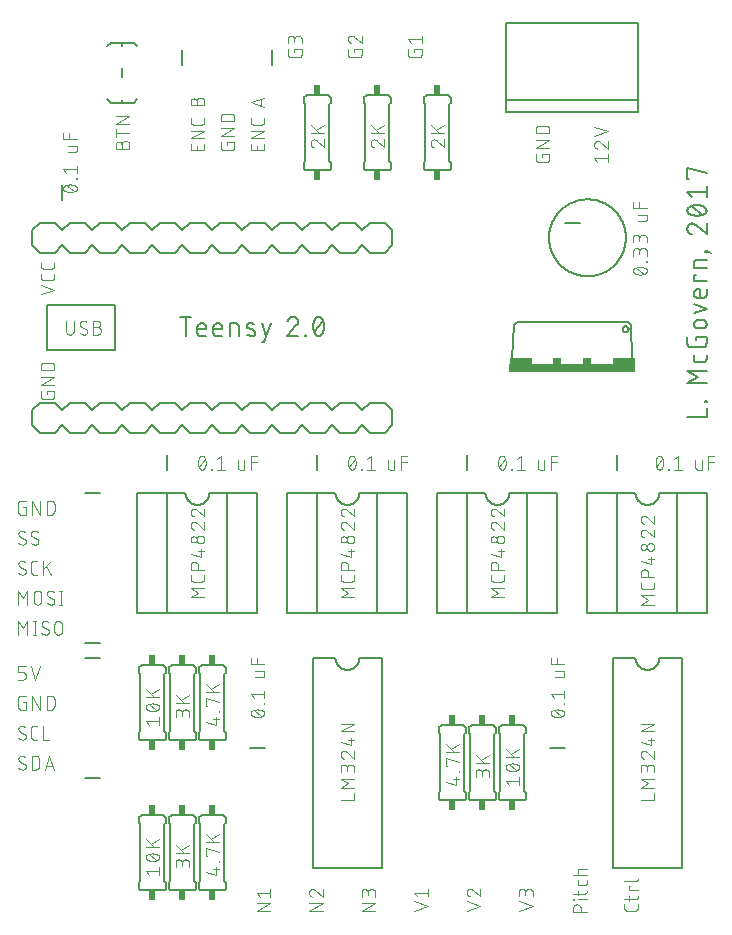
<source format=gto>
G75*
%MOIN*%
%OFA0B0*%
%FSLAX25Y25*%
%IPPOS*%
%LPD*%
%AMOC8*
5,1,8,0,0,1.08239X$1,22.5*
%
%ADD10C,0.00400*%
%ADD11C,0.00800*%
%ADD12C,0.00600*%
%ADD13R,0.02400X0.03400*%
%ADD14C,0.00500*%
%ADD15R,0.42000X0.03000*%
%ADD16R,0.07500X0.02000*%
%ADD17R,0.03000X0.02000*%
D10*
X0011100Y0064100D02*
X0012378Y0064100D01*
X0012447Y0064102D01*
X0012516Y0064107D01*
X0012585Y0064117D01*
X0012653Y0064130D01*
X0012720Y0064147D01*
X0012786Y0064167D01*
X0012851Y0064191D01*
X0012915Y0064218D01*
X0012977Y0064249D01*
X0013037Y0064283D01*
X0013095Y0064320D01*
X0013151Y0064361D01*
X0013205Y0064404D01*
X0013257Y0064450D01*
X0013306Y0064499D01*
X0013352Y0064551D01*
X0013395Y0064605D01*
X0013436Y0064661D01*
X0013473Y0064719D01*
X0013507Y0064779D01*
X0013538Y0064841D01*
X0013565Y0064905D01*
X0013589Y0064970D01*
X0013609Y0065036D01*
X0013626Y0065103D01*
X0013639Y0065171D01*
X0013649Y0065240D01*
X0013654Y0065309D01*
X0013656Y0065378D01*
X0013656Y0067422D01*
X0013654Y0067491D01*
X0013649Y0067560D01*
X0013639Y0067629D01*
X0013626Y0067697D01*
X0013609Y0067764D01*
X0013589Y0067830D01*
X0013565Y0067895D01*
X0013538Y0067959D01*
X0013507Y0068021D01*
X0013473Y0068081D01*
X0013436Y0068139D01*
X0013395Y0068195D01*
X0013352Y0068249D01*
X0013306Y0068301D01*
X0013257Y0068350D01*
X0013205Y0068396D01*
X0013151Y0068439D01*
X0013095Y0068480D01*
X0013037Y0068517D01*
X0012977Y0068551D01*
X0012915Y0068582D01*
X0012851Y0068609D01*
X0012786Y0068633D01*
X0012720Y0068653D01*
X0012653Y0068670D01*
X0012585Y0068683D01*
X0012516Y0068693D01*
X0012447Y0068698D01*
X0012378Y0068700D01*
X0011100Y0068700D01*
X0011100Y0064100D01*
X0008644Y0066017D02*
X0007239Y0066783D01*
X0007750Y0068700D02*
X0007832Y0068698D01*
X0007914Y0068693D01*
X0007996Y0068684D01*
X0008077Y0068672D01*
X0008158Y0068656D01*
X0008238Y0068637D01*
X0008317Y0068614D01*
X0008395Y0068588D01*
X0008472Y0068559D01*
X0008547Y0068526D01*
X0008621Y0068490D01*
X0008694Y0068452D01*
X0008765Y0068410D01*
X0008833Y0068365D01*
X0008900Y0068317D01*
X0007239Y0066784D02*
X0007185Y0066818D01*
X0007134Y0066855D01*
X0007085Y0066895D01*
X0007038Y0066938D01*
X0006995Y0066984D01*
X0006954Y0067032D01*
X0006916Y0067083D01*
X0006881Y0067136D01*
X0006849Y0067191D01*
X0006821Y0067248D01*
X0006797Y0067306D01*
X0006776Y0067366D01*
X0006759Y0067427D01*
X0006745Y0067489D01*
X0006736Y0067552D01*
X0006730Y0067615D01*
X0006728Y0067678D01*
X0006730Y0067740D01*
X0006735Y0067801D01*
X0006745Y0067862D01*
X0006758Y0067923D01*
X0006774Y0067982D01*
X0006794Y0068040D01*
X0006818Y0068097D01*
X0006845Y0068153D01*
X0006875Y0068207D01*
X0006909Y0068259D01*
X0006946Y0068308D01*
X0006985Y0068356D01*
X0007027Y0068401D01*
X0007072Y0068443D01*
X0007120Y0068483D01*
X0007169Y0068519D01*
X0007221Y0068553D01*
X0007275Y0068583D01*
X0007331Y0068610D01*
X0007388Y0068634D01*
X0007446Y0068654D01*
X0007505Y0068670D01*
X0007566Y0068683D01*
X0007627Y0068693D01*
X0007688Y0068698D01*
X0007750Y0068700D01*
X0006600Y0064739D02*
X0006664Y0064676D01*
X0006732Y0064617D01*
X0006801Y0064560D01*
X0006873Y0064506D01*
X0006947Y0064455D01*
X0007023Y0064407D01*
X0007100Y0064363D01*
X0007180Y0064322D01*
X0007261Y0064284D01*
X0007344Y0064249D01*
X0007428Y0064218D01*
X0007514Y0064191D01*
X0007600Y0064167D01*
X0007688Y0064146D01*
X0007776Y0064130D01*
X0007865Y0064117D01*
X0007954Y0064107D01*
X0008043Y0064102D01*
X0008133Y0064100D01*
X0008195Y0064102D01*
X0008256Y0064107D01*
X0008317Y0064117D01*
X0008378Y0064130D01*
X0008437Y0064146D01*
X0008495Y0064166D01*
X0008552Y0064190D01*
X0008608Y0064217D01*
X0008662Y0064247D01*
X0008714Y0064281D01*
X0008763Y0064317D01*
X0008811Y0064357D01*
X0008856Y0064399D01*
X0008898Y0064444D01*
X0008938Y0064492D01*
X0008974Y0064541D01*
X0009008Y0064593D01*
X0009038Y0064647D01*
X0009065Y0064703D01*
X0009089Y0064760D01*
X0009109Y0064818D01*
X0009125Y0064877D01*
X0009138Y0064938D01*
X0009148Y0064999D01*
X0009153Y0065060D01*
X0009155Y0065122D01*
X0009153Y0065185D01*
X0009147Y0065248D01*
X0009138Y0065311D01*
X0009124Y0065373D01*
X0009107Y0065434D01*
X0009086Y0065494D01*
X0009062Y0065552D01*
X0009034Y0065609D01*
X0009002Y0065664D01*
X0008967Y0065717D01*
X0008929Y0065768D01*
X0008888Y0065816D01*
X0008845Y0065862D01*
X0008798Y0065905D01*
X0008749Y0065945D01*
X0008698Y0065982D01*
X0008644Y0066016D01*
X0015494Y0064100D02*
X0017028Y0068700D01*
X0018561Y0064100D01*
X0018178Y0065250D02*
X0015878Y0065250D01*
X0014859Y0074100D02*
X0016903Y0074100D01*
X0014859Y0074100D02*
X0014859Y0078700D01*
X0012981Y0078700D02*
X0011959Y0078700D01*
X0011897Y0078698D01*
X0011836Y0078693D01*
X0011775Y0078683D01*
X0011714Y0078670D01*
X0011655Y0078654D01*
X0011597Y0078634D01*
X0011540Y0078610D01*
X0011484Y0078583D01*
X0011430Y0078553D01*
X0011378Y0078519D01*
X0011329Y0078482D01*
X0011281Y0078443D01*
X0011236Y0078401D01*
X0011194Y0078356D01*
X0011154Y0078308D01*
X0011118Y0078259D01*
X0011084Y0078207D01*
X0011054Y0078153D01*
X0011027Y0078097D01*
X0011003Y0078040D01*
X0010983Y0077982D01*
X0010967Y0077923D01*
X0010954Y0077862D01*
X0010944Y0077801D01*
X0010939Y0077740D01*
X0010937Y0077678D01*
X0010937Y0075122D01*
X0010939Y0075060D01*
X0010944Y0074999D01*
X0010954Y0074938D01*
X0010967Y0074877D01*
X0010983Y0074818D01*
X0011003Y0074760D01*
X0011027Y0074703D01*
X0011054Y0074647D01*
X0011084Y0074593D01*
X0011118Y0074541D01*
X0011154Y0074492D01*
X0011194Y0074444D01*
X0011236Y0074399D01*
X0011281Y0074357D01*
X0011329Y0074317D01*
X0011378Y0074281D01*
X0011430Y0074247D01*
X0011484Y0074217D01*
X0011540Y0074190D01*
X0011597Y0074166D01*
X0011655Y0074146D01*
X0011714Y0074130D01*
X0011775Y0074117D01*
X0011836Y0074107D01*
X0011897Y0074102D01*
X0011959Y0074100D01*
X0012981Y0074100D01*
X0008644Y0076017D02*
X0007239Y0076783D01*
X0007750Y0078700D02*
X0007832Y0078698D01*
X0007914Y0078693D01*
X0007996Y0078684D01*
X0008077Y0078672D01*
X0008158Y0078656D01*
X0008238Y0078637D01*
X0008317Y0078614D01*
X0008395Y0078588D01*
X0008472Y0078559D01*
X0008547Y0078526D01*
X0008621Y0078490D01*
X0008694Y0078452D01*
X0008765Y0078410D01*
X0008833Y0078365D01*
X0008900Y0078317D01*
X0007239Y0076784D02*
X0007185Y0076818D01*
X0007134Y0076855D01*
X0007085Y0076895D01*
X0007038Y0076938D01*
X0006995Y0076984D01*
X0006954Y0077032D01*
X0006916Y0077083D01*
X0006881Y0077136D01*
X0006849Y0077191D01*
X0006821Y0077248D01*
X0006797Y0077306D01*
X0006776Y0077366D01*
X0006759Y0077427D01*
X0006745Y0077489D01*
X0006736Y0077552D01*
X0006730Y0077615D01*
X0006728Y0077678D01*
X0006730Y0077740D01*
X0006735Y0077801D01*
X0006745Y0077862D01*
X0006758Y0077923D01*
X0006774Y0077982D01*
X0006794Y0078040D01*
X0006818Y0078097D01*
X0006845Y0078153D01*
X0006875Y0078207D01*
X0006909Y0078259D01*
X0006946Y0078308D01*
X0006985Y0078356D01*
X0007027Y0078401D01*
X0007072Y0078443D01*
X0007120Y0078483D01*
X0007169Y0078519D01*
X0007221Y0078553D01*
X0007275Y0078583D01*
X0007331Y0078610D01*
X0007388Y0078634D01*
X0007446Y0078654D01*
X0007505Y0078670D01*
X0007566Y0078683D01*
X0007627Y0078693D01*
X0007688Y0078698D01*
X0007750Y0078700D01*
X0006600Y0074739D02*
X0006664Y0074676D01*
X0006732Y0074617D01*
X0006801Y0074560D01*
X0006873Y0074506D01*
X0006947Y0074455D01*
X0007023Y0074407D01*
X0007100Y0074363D01*
X0007180Y0074322D01*
X0007261Y0074284D01*
X0007344Y0074249D01*
X0007428Y0074218D01*
X0007514Y0074191D01*
X0007600Y0074167D01*
X0007688Y0074146D01*
X0007776Y0074130D01*
X0007865Y0074117D01*
X0007954Y0074107D01*
X0008043Y0074102D01*
X0008133Y0074100D01*
X0008195Y0074102D01*
X0008256Y0074107D01*
X0008317Y0074117D01*
X0008378Y0074130D01*
X0008437Y0074146D01*
X0008495Y0074166D01*
X0008552Y0074190D01*
X0008608Y0074217D01*
X0008662Y0074247D01*
X0008714Y0074281D01*
X0008763Y0074317D01*
X0008811Y0074357D01*
X0008856Y0074399D01*
X0008898Y0074444D01*
X0008938Y0074492D01*
X0008974Y0074541D01*
X0009008Y0074593D01*
X0009038Y0074647D01*
X0009065Y0074703D01*
X0009089Y0074760D01*
X0009109Y0074818D01*
X0009125Y0074877D01*
X0009138Y0074938D01*
X0009148Y0074999D01*
X0009153Y0075060D01*
X0009155Y0075122D01*
X0009153Y0075185D01*
X0009147Y0075248D01*
X0009138Y0075311D01*
X0009124Y0075373D01*
X0009107Y0075434D01*
X0009086Y0075494D01*
X0009062Y0075552D01*
X0009034Y0075609D01*
X0009002Y0075664D01*
X0008967Y0075717D01*
X0008929Y0075768D01*
X0008888Y0075816D01*
X0008845Y0075862D01*
X0008798Y0075905D01*
X0008749Y0075945D01*
X0008698Y0075982D01*
X0008644Y0076016D01*
X0009156Y0084100D02*
X0007622Y0084100D01*
X0007560Y0084102D01*
X0007499Y0084107D01*
X0007438Y0084117D01*
X0007377Y0084130D01*
X0007318Y0084146D01*
X0007260Y0084166D01*
X0007203Y0084190D01*
X0007147Y0084217D01*
X0007093Y0084247D01*
X0007041Y0084281D01*
X0006992Y0084317D01*
X0006944Y0084357D01*
X0006899Y0084399D01*
X0006857Y0084444D01*
X0006817Y0084492D01*
X0006781Y0084541D01*
X0006747Y0084593D01*
X0006717Y0084647D01*
X0006690Y0084703D01*
X0006666Y0084760D01*
X0006646Y0084818D01*
X0006630Y0084877D01*
X0006617Y0084938D01*
X0006607Y0084999D01*
X0006602Y0085060D01*
X0006600Y0085122D01*
X0006600Y0087678D01*
X0006602Y0087740D01*
X0006607Y0087801D01*
X0006617Y0087862D01*
X0006630Y0087923D01*
X0006646Y0087982D01*
X0006666Y0088040D01*
X0006690Y0088097D01*
X0006717Y0088153D01*
X0006747Y0088207D01*
X0006781Y0088259D01*
X0006817Y0088308D01*
X0006857Y0088356D01*
X0006899Y0088401D01*
X0006944Y0088443D01*
X0006992Y0088482D01*
X0007041Y0088519D01*
X0007093Y0088553D01*
X0007147Y0088583D01*
X0007203Y0088610D01*
X0007260Y0088634D01*
X0007318Y0088654D01*
X0007377Y0088670D01*
X0007438Y0088683D01*
X0007499Y0088693D01*
X0007560Y0088698D01*
X0007622Y0088700D01*
X0009156Y0088700D01*
X0009156Y0086656D02*
X0009156Y0084100D01*
X0011400Y0084100D02*
X0011400Y0088700D01*
X0013956Y0084100D01*
X0013956Y0088700D01*
X0016200Y0088700D02*
X0016200Y0084100D01*
X0017478Y0084100D01*
X0017547Y0084102D01*
X0017616Y0084107D01*
X0017685Y0084117D01*
X0017753Y0084130D01*
X0017820Y0084147D01*
X0017886Y0084167D01*
X0017951Y0084191D01*
X0018015Y0084218D01*
X0018077Y0084249D01*
X0018137Y0084283D01*
X0018195Y0084320D01*
X0018251Y0084361D01*
X0018305Y0084404D01*
X0018357Y0084450D01*
X0018406Y0084499D01*
X0018452Y0084551D01*
X0018495Y0084605D01*
X0018536Y0084661D01*
X0018573Y0084719D01*
X0018607Y0084779D01*
X0018638Y0084841D01*
X0018665Y0084905D01*
X0018689Y0084970D01*
X0018709Y0085036D01*
X0018726Y0085103D01*
X0018739Y0085171D01*
X0018749Y0085240D01*
X0018754Y0085309D01*
X0018756Y0085378D01*
X0018756Y0087422D01*
X0018754Y0087491D01*
X0018749Y0087560D01*
X0018739Y0087629D01*
X0018726Y0087697D01*
X0018709Y0087764D01*
X0018689Y0087830D01*
X0018665Y0087895D01*
X0018638Y0087959D01*
X0018607Y0088021D01*
X0018573Y0088081D01*
X0018536Y0088139D01*
X0018495Y0088195D01*
X0018452Y0088249D01*
X0018406Y0088301D01*
X0018357Y0088350D01*
X0018305Y0088396D01*
X0018251Y0088439D01*
X0018195Y0088480D01*
X0018137Y0088517D01*
X0018077Y0088551D01*
X0018015Y0088582D01*
X0017951Y0088609D01*
X0017886Y0088633D01*
X0017820Y0088653D01*
X0017753Y0088670D01*
X0017685Y0088683D01*
X0017616Y0088693D01*
X0017547Y0088698D01*
X0017478Y0088700D01*
X0016200Y0088700D01*
X0012378Y0094100D02*
X0013911Y0098700D01*
X0010844Y0098700D02*
X0012378Y0094100D01*
X0009156Y0095122D02*
X0009156Y0095633D01*
X0009155Y0095633D02*
X0009153Y0095695D01*
X0009148Y0095756D01*
X0009138Y0095817D01*
X0009125Y0095878D01*
X0009109Y0095937D01*
X0009089Y0095995D01*
X0009065Y0096052D01*
X0009038Y0096108D01*
X0009008Y0096162D01*
X0008974Y0096214D01*
X0008938Y0096263D01*
X0008898Y0096311D01*
X0008856Y0096356D01*
X0008811Y0096398D01*
X0008763Y0096438D01*
X0008714Y0096474D01*
X0008662Y0096508D01*
X0008608Y0096538D01*
X0008552Y0096565D01*
X0008495Y0096589D01*
X0008437Y0096609D01*
X0008378Y0096625D01*
X0008317Y0096638D01*
X0008256Y0096648D01*
X0008195Y0096653D01*
X0008133Y0096655D01*
X0008133Y0096656D02*
X0006600Y0096656D01*
X0006600Y0098700D01*
X0009156Y0098700D01*
X0009155Y0095122D02*
X0009153Y0095060D01*
X0009148Y0094999D01*
X0009138Y0094938D01*
X0009125Y0094877D01*
X0009109Y0094818D01*
X0009089Y0094760D01*
X0009065Y0094703D01*
X0009038Y0094647D01*
X0009008Y0094593D01*
X0008974Y0094541D01*
X0008938Y0094492D01*
X0008898Y0094444D01*
X0008856Y0094399D01*
X0008811Y0094357D01*
X0008763Y0094317D01*
X0008714Y0094281D01*
X0008662Y0094247D01*
X0008608Y0094217D01*
X0008552Y0094190D01*
X0008495Y0094166D01*
X0008437Y0094146D01*
X0008378Y0094130D01*
X0008317Y0094117D01*
X0008256Y0094107D01*
X0008195Y0094102D01*
X0008133Y0094100D01*
X0006600Y0094100D01*
X0008389Y0086656D02*
X0009156Y0086656D01*
X0009667Y0109100D02*
X0009667Y0113700D01*
X0008133Y0111144D01*
X0006600Y0113700D01*
X0006600Y0109100D01*
X0011672Y0109100D02*
X0012694Y0109100D01*
X0012183Y0109100D02*
X0012183Y0113700D01*
X0011672Y0113700D02*
X0012694Y0113700D01*
X0014484Y0112678D02*
X0014486Y0112740D01*
X0014491Y0112801D01*
X0014501Y0112862D01*
X0014514Y0112923D01*
X0014530Y0112982D01*
X0014550Y0113040D01*
X0014574Y0113097D01*
X0014601Y0113153D01*
X0014631Y0113207D01*
X0014665Y0113259D01*
X0014702Y0113308D01*
X0014741Y0113356D01*
X0014783Y0113401D01*
X0014828Y0113443D01*
X0014876Y0113483D01*
X0014925Y0113519D01*
X0014977Y0113553D01*
X0015031Y0113583D01*
X0015087Y0113610D01*
X0015144Y0113634D01*
X0015202Y0113654D01*
X0015261Y0113670D01*
X0015322Y0113683D01*
X0015383Y0113693D01*
X0015444Y0113698D01*
X0015506Y0113700D01*
X0014483Y0112678D02*
X0014485Y0112615D01*
X0014491Y0112552D01*
X0014500Y0112489D01*
X0014514Y0112427D01*
X0014531Y0112366D01*
X0014552Y0112306D01*
X0014576Y0112248D01*
X0014604Y0112191D01*
X0014636Y0112136D01*
X0014671Y0112083D01*
X0014709Y0112032D01*
X0014750Y0111984D01*
X0014793Y0111938D01*
X0014840Y0111895D01*
X0014889Y0111855D01*
X0014940Y0111818D01*
X0014994Y0111784D01*
X0014994Y0111783D02*
X0016400Y0111017D01*
X0015889Y0109100D02*
X0015799Y0109102D01*
X0015710Y0109107D01*
X0015621Y0109117D01*
X0015532Y0109130D01*
X0015444Y0109146D01*
X0015356Y0109167D01*
X0015270Y0109191D01*
X0015184Y0109218D01*
X0015100Y0109249D01*
X0015017Y0109284D01*
X0014936Y0109322D01*
X0014856Y0109363D01*
X0014779Y0109407D01*
X0014703Y0109455D01*
X0014629Y0109506D01*
X0014557Y0109560D01*
X0014488Y0109617D01*
X0014420Y0109676D01*
X0014356Y0109739D01*
X0016400Y0111016D02*
X0016454Y0110982D01*
X0016505Y0110945D01*
X0016554Y0110905D01*
X0016601Y0110862D01*
X0016644Y0110816D01*
X0016685Y0110768D01*
X0016723Y0110717D01*
X0016758Y0110664D01*
X0016790Y0110609D01*
X0016818Y0110552D01*
X0016842Y0110494D01*
X0016863Y0110434D01*
X0016880Y0110373D01*
X0016894Y0110311D01*
X0016903Y0110248D01*
X0016909Y0110185D01*
X0016911Y0110122D01*
X0016909Y0110060D01*
X0016904Y0109999D01*
X0016894Y0109938D01*
X0016881Y0109877D01*
X0016865Y0109818D01*
X0016845Y0109760D01*
X0016821Y0109703D01*
X0016794Y0109647D01*
X0016764Y0109593D01*
X0016730Y0109541D01*
X0016694Y0109492D01*
X0016654Y0109444D01*
X0016612Y0109399D01*
X0016567Y0109357D01*
X0016519Y0109317D01*
X0016470Y0109281D01*
X0016418Y0109247D01*
X0016364Y0109217D01*
X0016308Y0109190D01*
X0016251Y0109166D01*
X0016193Y0109146D01*
X0016134Y0109130D01*
X0016073Y0109117D01*
X0016012Y0109107D01*
X0015951Y0109102D01*
X0015889Y0109100D01*
X0016656Y0113317D02*
X0016589Y0113365D01*
X0016521Y0113410D01*
X0016450Y0113452D01*
X0016377Y0113490D01*
X0016303Y0113526D01*
X0016228Y0113559D01*
X0016151Y0113588D01*
X0016073Y0113614D01*
X0015994Y0113637D01*
X0015914Y0113656D01*
X0015833Y0113672D01*
X0015752Y0113684D01*
X0015670Y0113693D01*
X0015588Y0113698D01*
X0015506Y0113700D01*
X0018706Y0112422D02*
X0018706Y0110378D01*
X0018705Y0110378D02*
X0018707Y0110308D01*
X0018713Y0110237D01*
X0018722Y0110168D01*
X0018736Y0110099D01*
X0018753Y0110030D01*
X0018774Y0109963D01*
X0018799Y0109897D01*
X0018827Y0109833D01*
X0018859Y0109770D01*
X0018894Y0109709D01*
X0018933Y0109650D01*
X0018974Y0109593D01*
X0019019Y0109539D01*
X0019067Y0109487D01*
X0019117Y0109438D01*
X0019171Y0109391D01*
X0019226Y0109348D01*
X0019284Y0109308D01*
X0019344Y0109271D01*
X0019406Y0109238D01*
X0019470Y0109208D01*
X0019535Y0109181D01*
X0019601Y0109158D01*
X0019669Y0109139D01*
X0019738Y0109124D01*
X0019807Y0109112D01*
X0019877Y0109104D01*
X0019948Y0109100D01*
X0020018Y0109100D01*
X0020089Y0109104D01*
X0020159Y0109112D01*
X0020228Y0109124D01*
X0020297Y0109139D01*
X0020365Y0109158D01*
X0020431Y0109181D01*
X0020496Y0109208D01*
X0020560Y0109238D01*
X0020622Y0109271D01*
X0020682Y0109308D01*
X0020740Y0109348D01*
X0020795Y0109391D01*
X0020849Y0109438D01*
X0020899Y0109487D01*
X0020947Y0109539D01*
X0020992Y0109593D01*
X0021033Y0109650D01*
X0021072Y0109709D01*
X0021107Y0109770D01*
X0021139Y0109833D01*
X0021167Y0109897D01*
X0021192Y0109963D01*
X0021213Y0110030D01*
X0021230Y0110099D01*
X0021244Y0110168D01*
X0021253Y0110237D01*
X0021259Y0110308D01*
X0021261Y0110378D01*
X0021261Y0112422D01*
X0021259Y0112492D01*
X0021253Y0112563D01*
X0021244Y0112632D01*
X0021230Y0112701D01*
X0021213Y0112770D01*
X0021192Y0112837D01*
X0021167Y0112903D01*
X0021139Y0112967D01*
X0021107Y0113030D01*
X0021072Y0113091D01*
X0021033Y0113150D01*
X0020992Y0113207D01*
X0020947Y0113261D01*
X0020899Y0113313D01*
X0020849Y0113362D01*
X0020795Y0113409D01*
X0020740Y0113452D01*
X0020682Y0113492D01*
X0020622Y0113529D01*
X0020560Y0113562D01*
X0020496Y0113592D01*
X0020431Y0113619D01*
X0020365Y0113642D01*
X0020297Y0113661D01*
X0020228Y0113676D01*
X0020159Y0113688D01*
X0020089Y0113696D01*
X0020018Y0113700D01*
X0019948Y0113700D01*
X0019877Y0113696D01*
X0019807Y0113688D01*
X0019738Y0113676D01*
X0019669Y0113661D01*
X0019601Y0113642D01*
X0019535Y0113619D01*
X0019470Y0113592D01*
X0019406Y0113562D01*
X0019344Y0113529D01*
X0019284Y0113492D01*
X0019226Y0113452D01*
X0019171Y0113409D01*
X0019117Y0113362D01*
X0019067Y0113313D01*
X0019019Y0113261D01*
X0018974Y0113207D01*
X0018933Y0113150D01*
X0018894Y0113091D01*
X0018859Y0113030D01*
X0018827Y0112967D01*
X0018799Y0112903D01*
X0018774Y0112837D01*
X0018753Y0112770D01*
X0018736Y0112701D01*
X0018722Y0112632D01*
X0018713Y0112563D01*
X0018707Y0112492D01*
X0018705Y0112422D01*
X0020372Y0119100D02*
X0021394Y0119100D01*
X0020883Y0119100D02*
X0020883Y0123700D01*
X0020372Y0123700D02*
X0021394Y0123700D01*
X0018200Y0121017D02*
X0016794Y0121783D01*
X0017306Y0123700D02*
X0017388Y0123698D01*
X0017470Y0123693D01*
X0017552Y0123684D01*
X0017633Y0123672D01*
X0017714Y0123656D01*
X0017794Y0123637D01*
X0017873Y0123614D01*
X0017951Y0123588D01*
X0018028Y0123559D01*
X0018103Y0123526D01*
X0018177Y0123490D01*
X0018250Y0123452D01*
X0018321Y0123410D01*
X0018389Y0123365D01*
X0018456Y0123317D01*
X0016794Y0121784D02*
X0016740Y0121818D01*
X0016689Y0121855D01*
X0016640Y0121895D01*
X0016593Y0121938D01*
X0016550Y0121984D01*
X0016509Y0122032D01*
X0016471Y0122083D01*
X0016436Y0122136D01*
X0016404Y0122191D01*
X0016376Y0122248D01*
X0016352Y0122306D01*
X0016331Y0122366D01*
X0016314Y0122427D01*
X0016300Y0122489D01*
X0016291Y0122552D01*
X0016285Y0122615D01*
X0016283Y0122678D01*
X0016284Y0122678D02*
X0016286Y0122740D01*
X0016291Y0122801D01*
X0016301Y0122862D01*
X0016314Y0122923D01*
X0016330Y0122982D01*
X0016350Y0123040D01*
X0016374Y0123097D01*
X0016401Y0123153D01*
X0016431Y0123207D01*
X0016465Y0123259D01*
X0016502Y0123308D01*
X0016541Y0123356D01*
X0016583Y0123401D01*
X0016628Y0123443D01*
X0016676Y0123483D01*
X0016725Y0123519D01*
X0016777Y0123553D01*
X0016831Y0123583D01*
X0016887Y0123610D01*
X0016944Y0123634D01*
X0017002Y0123654D01*
X0017061Y0123670D01*
X0017122Y0123683D01*
X0017183Y0123693D01*
X0017244Y0123698D01*
X0017306Y0123700D01*
X0016156Y0119739D02*
X0016220Y0119676D01*
X0016288Y0119617D01*
X0016357Y0119560D01*
X0016429Y0119506D01*
X0016503Y0119455D01*
X0016579Y0119407D01*
X0016656Y0119363D01*
X0016736Y0119322D01*
X0016817Y0119284D01*
X0016900Y0119249D01*
X0016984Y0119218D01*
X0017070Y0119191D01*
X0017156Y0119167D01*
X0017244Y0119146D01*
X0017332Y0119130D01*
X0017421Y0119117D01*
X0017510Y0119107D01*
X0017599Y0119102D01*
X0017689Y0119100D01*
X0017751Y0119102D01*
X0017812Y0119107D01*
X0017873Y0119117D01*
X0017934Y0119130D01*
X0017993Y0119146D01*
X0018051Y0119166D01*
X0018108Y0119190D01*
X0018164Y0119217D01*
X0018218Y0119247D01*
X0018270Y0119281D01*
X0018319Y0119317D01*
X0018367Y0119357D01*
X0018412Y0119399D01*
X0018454Y0119444D01*
X0018494Y0119492D01*
X0018530Y0119541D01*
X0018564Y0119593D01*
X0018594Y0119647D01*
X0018621Y0119703D01*
X0018645Y0119760D01*
X0018665Y0119818D01*
X0018681Y0119877D01*
X0018694Y0119938D01*
X0018704Y0119999D01*
X0018709Y0120060D01*
X0018711Y0120122D01*
X0018709Y0120185D01*
X0018703Y0120248D01*
X0018694Y0120311D01*
X0018680Y0120373D01*
X0018663Y0120434D01*
X0018642Y0120494D01*
X0018618Y0120552D01*
X0018590Y0120609D01*
X0018558Y0120664D01*
X0018523Y0120717D01*
X0018485Y0120768D01*
X0018444Y0120816D01*
X0018401Y0120862D01*
X0018354Y0120905D01*
X0018305Y0120945D01*
X0018254Y0120982D01*
X0018200Y0121016D01*
X0014361Y0120378D02*
X0014361Y0122422D01*
X0014359Y0122492D01*
X0014353Y0122563D01*
X0014344Y0122632D01*
X0014330Y0122701D01*
X0014313Y0122770D01*
X0014292Y0122837D01*
X0014267Y0122903D01*
X0014239Y0122967D01*
X0014207Y0123030D01*
X0014172Y0123091D01*
X0014133Y0123150D01*
X0014092Y0123207D01*
X0014047Y0123261D01*
X0013999Y0123313D01*
X0013949Y0123362D01*
X0013895Y0123409D01*
X0013840Y0123452D01*
X0013782Y0123492D01*
X0013722Y0123529D01*
X0013660Y0123562D01*
X0013596Y0123592D01*
X0013531Y0123619D01*
X0013465Y0123642D01*
X0013397Y0123661D01*
X0013328Y0123676D01*
X0013259Y0123688D01*
X0013189Y0123696D01*
X0013118Y0123700D01*
X0013048Y0123700D01*
X0012977Y0123696D01*
X0012907Y0123688D01*
X0012838Y0123676D01*
X0012769Y0123661D01*
X0012701Y0123642D01*
X0012635Y0123619D01*
X0012570Y0123592D01*
X0012506Y0123562D01*
X0012444Y0123529D01*
X0012384Y0123492D01*
X0012326Y0123452D01*
X0012271Y0123409D01*
X0012217Y0123362D01*
X0012167Y0123313D01*
X0012119Y0123261D01*
X0012074Y0123207D01*
X0012033Y0123150D01*
X0011994Y0123091D01*
X0011959Y0123030D01*
X0011927Y0122967D01*
X0011899Y0122903D01*
X0011874Y0122837D01*
X0011853Y0122770D01*
X0011836Y0122701D01*
X0011822Y0122632D01*
X0011813Y0122563D01*
X0011807Y0122492D01*
X0011805Y0122422D01*
X0011806Y0122422D02*
X0011806Y0120378D01*
X0011805Y0120378D02*
X0011807Y0120308D01*
X0011813Y0120237D01*
X0011822Y0120168D01*
X0011836Y0120099D01*
X0011853Y0120030D01*
X0011874Y0119963D01*
X0011899Y0119897D01*
X0011927Y0119833D01*
X0011959Y0119770D01*
X0011994Y0119709D01*
X0012033Y0119650D01*
X0012074Y0119593D01*
X0012119Y0119539D01*
X0012167Y0119487D01*
X0012217Y0119438D01*
X0012271Y0119391D01*
X0012326Y0119348D01*
X0012384Y0119308D01*
X0012444Y0119271D01*
X0012506Y0119238D01*
X0012570Y0119208D01*
X0012635Y0119181D01*
X0012701Y0119158D01*
X0012769Y0119139D01*
X0012838Y0119124D01*
X0012907Y0119112D01*
X0012977Y0119104D01*
X0013048Y0119100D01*
X0013118Y0119100D01*
X0013189Y0119104D01*
X0013259Y0119112D01*
X0013328Y0119124D01*
X0013397Y0119139D01*
X0013465Y0119158D01*
X0013531Y0119181D01*
X0013596Y0119208D01*
X0013660Y0119238D01*
X0013722Y0119271D01*
X0013782Y0119308D01*
X0013840Y0119348D01*
X0013895Y0119391D01*
X0013949Y0119438D01*
X0013999Y0119487D01*
X0014047Y0119539D01*
X0014092Y0119593D01*
X0014133Y0119650D01*
X0014172Y0119709D01*
X0014207Y0119770D01*
X0014239Y0119833D01*
X0014267Y0119897D01*
X0014292Y0119963D01*
X0014313Y0120030D01*
X0014330Y0120099D01*
X0014344Y0120168D01*
X0014353Y0120237D01*
X0014359Y0120308D01*
X0014361Y0120378D01*
X0009667Y0119100D02*
X0009667Y0123700D01*
X0008133Y0121144D01*
X0006600Y0123700D01*
X0006600Y0119100D01*
X0009155Y0130122D02*
X0009153Y0130185D01*
X0009147Y0130248D01*
X0009138Y0130311D01*
X0009124Y0130373D01*
X0009107Y0130434D01*
X0009086Y0130494D01*
X0009062Y0130552D01*
X0009034Y0130609D01*
X0009002Y0130664D01*
X0008967Y0130717D01*
X0008929Y0130768D01*
X0008888Y0130816D01*
X0008845Y0130862D01*
X0008798Y0130905D01*
X0008749Y0130945D01*
X0008698Y0130982D01*
X0008644Y0131016D01*
X0008644Y0131017D02*
X0007239Y0131783D01*
X0007750Y0133700D02*
X0007832Y0133698D01*
X0007914Y0133693D01*
X0007996Y0133684D01*
X0008077Y0133672D01*
X0008158Y0133656D01*
X0008238Y0133637D01*
X0008317Y0133614D01*
X0008395Y0133588D01*
X0008472Y0133559D01*
X0008547Y0133526D01*
X0008621Y0133490D01*
X0008694Y0133452D01*
X0008765Y0133410D01*
X0008833Y0133365D01*
X0008900Y0133317D01*
X0007239Y0131784D02*
X0007185Y0131818D01*
X0007134Y0131855D01*
X0007085Y0131895D01*
X0007038Y0131938D01*
X0006995Y0131984D01*
X0006954Y0132032D01*
X0006916Y0132083D01*
X0006881Y0132136D01*
X0006849Y0132191D01*
X0006821Y0132248D01*
X0006797Y0132306D01*
X0006776Y0132366D01*
X0006759Y0132427D01*
X0006745Y0132489D01*
X0006736Y0132552D01*
X0006730Y0132615D01*
X0006728Y0132678D01*
X0006730Y0132740D01*
X0006735Y0132801D01*
X0006745Y0132862D01*
X0006758Y0132923D01*
X0006774Y0132982D01*
X0006794Y0133040D01*
X0006818Y0133097D01*
X0006845Y0133153D01*
X0006875Y0133207D01*
X0006909Y0133259D01*
X0006946Y0133308D01*
X0006985Y0133356D01*
X0007027Y0133401D01*
X0007072Y0133443D01*
X0007120Y0133483D01*
X0007169Y0133519D01*
X0007221Y0133553D01*
X0007275Y0133583D01*
X0007331Y0133610D01*
X0007388Y0133634D01*
X0007446Y0133654D01*
X0007505Y0133670D01*
X0007566Y0133683D01*
X0007627Y0133693D01*
X0007688Y0133698D01*
X0007750Y0133700D01*
X0006600Y0129739D02*
X0006664Y0129676D01*
X0006732Y0129617D01*
X0006801Y0129560D01*
X0006873Y0129506D01*
X0006947Y0129455D01*
X0007023Y0129407D01*
X0007100Y0129363D01*
X0007180Y0129322D01*
X0007261Y0129284D01*
X0007344Y0129249D01*
X0007428Y0129218D01*
X0007514Y0129191D01*
X0007600Y0129167D01*
X0007688Y0129146D01*
X0007776Y0129130D01*
X0007865Y0129117D01*
X0007954Y0129107D01*
X0008043Y0129102D01*
X0008133Y0129100D01*
X0008195Y0129102D01*
X0008256Y0129107D01*
X0008317Y0129117D01*
X0008378Y0129130D01*
X0008437Y0129146D01*
X0008495Y0129166D01*
X0008552Y0129190D01*
X0008608Y0129217D01*
X0008662Y0129247D01*
X0008714Y0129281D01*
X0008763Y0129317D01*
X0008811Y0129357D01*
X0008856Y0129399D01*
X0008898Y0129444D01*
X0008938Y0129492D01*
X0008974Y0129541D01*
X0009008Y0129593D01*
X0009038Y0129647D01*
X0009065Y0129703D01*
X0009089Y0129760D01*
X0009109Y0129818D01*
X0009125Y0129877D01*
X0009138Y0129938D01*
X0009148Y0129999D01*
X0009153Y0130060D01*
X0009155Y0130122D01*
X0010937Y0130122D02*
X0010937Y0132678D01*
X0010939Y0132740D01*
X0010944Y0132801D01*
X0010954Y0132862D01*
X0010967Y0132923D01*
X0010983Y0132982D01*
X0011003Y0133040D01*
X0011027Y0133097D01*
X0011054Y0133153D01*
X0011084Y0133207D01*
X0011118Y0133259D01*
X0011154Y0133308D01*
X0011194Y0133356D01*
X0011236Y0133401D01*
X0011281Y0133443D01*
X0011329Y0133482D01*
X0011378Y0133519D01*
X0011430Y0133553D01*
X0011484Y0133583D01*
X0011540Y0133610D01*
X0011597Y0133634D01*
X0011655Y0133654D01*
X0011714Y0133670D01*
X0011775Y0133683D01*
X0011836Y0133693D01*
X0011897Y0133698D01*
X0011959Y0133700D01*
X0012981Y0133700D01*
X0014917Y0133700D02*
X0014917Y0129100D01*
X0014917Y0130889D02*
X0017472Y0133700D01*
X0015939Y0131911D02*
X0017472Y0129100D01*
X0012981Y0129100D02*
X0011959Y0129100D01*
X0011897Y0129102D01*
X0011836Y0129107D01*
X0011775Y0129117D01*
X0011714Y0129130D01*
X0011655Y0129146D01*
X0011597Y0129166D01*
X0011540Y0129190D01*
X0011484Y0129217D01*
X0011430Y0129247D01*
X0011378Y0129281D01*
X0011329Y0129317D01*
X0011281Y0129357D01*
X0011236Y0129399D01*
X0011194Y0129444D01*
X0011154Y0129492D01*
X0011118Y0129541D01*
X0011084Y0129593D01*
X0011054Y0129647D01*
X0011027Y0129703D01*
X0011003Y0129760D01*
X0010983Y0129818D01*
X0010967Y0129877D01*
X0010954Y0129938D01*
X0010944Y0129999D01*
X0010939Y0130060D01*
X0010937Y0130122D01*
X0013355Y0140122D02*
X0013353Y0140185D01*
X0013347Y0140248D01*
X0013338Y0140311D01*
X0013324Y0140373D01*
X0013307Y0140434D01*
X0013286Y0140494D01*
X0013262Y0140552D01*
X0013234Y0140609D01*
X0013202Y0140664D01*
X0013167Y0140717D01*
X0013129Y0140768D01*
X0013088Y0140816D01*
X0013045Y0140862D01*
X0012998Y0140905D01*
X0012949Y0140945D01*
X0012898Y0140982D01*
X0012844Y0141016D01*
X0012844Y0141017D02*
X0011439Y0141783D01*
X0011950Y0143700D02*
X0012032Y0143698D01*
X0012114Y0143693D01*
X0012196Y0143684D01*
X0012277Y0143672D01*
X0012358Y0143656D01*
X0012438Y0143637D01*
X0012517Y0143614D01*
X0012595Y0143588D01*
X0012672Y0143559D01*
X0012747Y0143526D01*
X0012821Y0143490D01*
X0012894Y0143452D01*
X0012965Y0143410D01*
X0013033Y0143365D01*
X0013100Y0143317D01*
X0011439Y0141784D02*
X0011385Y0141818D01*
X0011334Y0141855D01*
X0011285Y0141895D01*
X0011238Y0141938D01*
X0011195Y0141984D01*
X0011154Y0142032D01*
X0011116Y0142083D01*
X0011081Y0142136D01*
X0011049Y0142191D01*
X0011021Y0142248D01*
X0010997Y0142306D01*
X0010976Y0142366D01*
X0010959Y0142427D01*
X0010945Y0142489D01*
X0010936Y0142552D01*
X0010930Y0142615D01*
X0010928Y0142678D01*
X0010930Y0142740D01*
X0010935Y0142801D01*
X0010945Y0142862D01*
X0010958Y0142923D01*
X0010974Y0142982D01*
X0010994Y0143040D01*
X0011018Y0143097D01*
X0011045Y0143153D01*
X0011075Y0143207D01*
X0011109Y0143259D01*
X0011146Y0143308D01*
X0011185Y0143356D01*
X0011227Y0143401D01*
X0011272Y0143443D01*
X0011320Y0143483D01*
X0011369Y0143519D01*
X0011421Y0143553D01*
X0011475Y0143583D01*
X0011531Y0143610D01*
X0011588Y0143634D01*
X0011646Y0143654D01*
X0011705Y0143670D01*
X0011766Y0143683D01*
X0011827Y0143693D01*
X0011888Y0143698D01*
X0011950Y0143700D01*
X0010800Y0139739D02*
X0010864Y0139676D01*
X0010932Y0139617D01*
X0011001Y0139560D01*
X0011073Y0139506D01*
X0011147Y0139455D01*
X0011223Y0139407D01*
X0011300Y0139363D01*
X0011380Y0139322D01*
X0011461Y0139284D01*
X0011544Y0139249D01*
X0011628Y0139218D01*
X0011714Y0139191D01*
X0011800Y0139167D01*
X0011888Y0139146D01*
X0011976Y0139130D01*
X0012065Y0139117D01*
X0012154Y0139107D01*
X0012243Y0139102D01*
X0012333Y0139100D01*
X0012395Y0139102D01*
X0012456Y0139107D01*
X0012517Y0139117D01*
X0012578Y0139130D01*
X0012637Y0139146D01*
X0012695Y0139166D01*
X0012752Y0139190D01*
X0012808Y0139217D01*
X0012862Y0139247D01*
X0012914Y0139281D01*
X0012963Y0139317D01*
X0013011Y0139357D01*
X0013056Y0139399D01*
X0013098Y0139444D01*
X0013138Y0139492D01*
X0013174Y0139541D01*
X0013208Y0139593D01*
X0013238Y0139647D01*
X0013265Y0139703D01*
X0013289Y0139760D01*
X0013309Y0139818D01*
X0013325Y0139877D01*
X0013338Y0139938D01*
X0013348Y0139999D01*
X0013353Y0140060D01*
X0013355Y0140122D01*
X0008644Y0141017D02*
X0007239Y0141783D01*
X0007750Y0143700D02*
X0007832Y0143698D01*
X0007914Y0143693D01*
X0007996Y0143684D01*
X0008077Y0143672D01*
X0008158Y0143656D01*
X0008238Y0143637D01*
X0008317Y0143614D01*
X0008395Y0143588D01*
X0008472Y0143559D01*
X0008547Y0143526D01*
X0008621Y0143490D01*
X0008694Y0143452D01*
X0008765Y0143410D01*
X0008833Y0143365D01*
X0008900Y0143317D01*
X0007239Y0141784D02*
X0007185Y0141818D01*
X0007134Y0141855D01*
X0007085Y0141895D01*
X0007038Y0141938D01*
X0006995Y0141984D01*
X0006954Y0142032D01*
X0006916Y0142083D01*
X0006881Y0142136D01*
X0006849Y0142191D01*
X0006821Y0142248D01*
X0006797Y0142306D01*
X0006776Y0142366D01*
X0006759Y0142427D01*
X0006745Y0142489D01*
X0006736Y0142552D01*
X0006730Y0142615D01*
X0006728Y0142678D01*
X0006730Y0142740D01*
X0006735Y0142801D01*
X0006745Y0142862D01*
X0006758Y0142923D01*
X0006774Y0142982D01*
X0006794Y0143040D01*
X0006818Y0143097D01*
X0006845Y0143153D01*
X0006875Y0143207D01*
X0006909Y0143259D01*
X0006946Y0143308D01*
X0006985Y0143356D01*
X0007027Y0143401D01*
X0007072Y0143443D01*
X0007120Y0143483D01*
X0007169Y0143519D01*
X0007221Y0143553D01*
X0007275Y0143583D01*
X0007331Y0143610D01*
X0007388Y0143634D01*
X0007446Y0143654D01*
X0007505Y0143670D01*
X0007566Y0143683D01*
X0007627Y0143693D01*
X0007688Y0143698D01*
X0007750Y0143700D01*
X0006600Y0139739D02*
X0006664Y0139676D01*
X0006732Y0139617D01*
X0006801Y0139560D01*
X0006873Y0139506D01*
X0006947Y0139455D01*
X0007023Y0139407D01*
X0007100Y0139363D01*
X0007180Y0139322D01*
X0007261Y0139284D01*
X0007344Y0139249D01*
X0007428Y0139218D01*
X0007514Y0139191D01*
X0007600Y0139167D01*
X0007688Y0139146D01*
X0007776Y0139130D01*
X0007865Y0139117D01*
X0007954Y0139107D01*
X0008043Y0139102D01*
X0008133Y0139100D01*
X0008195Y0139102D01*
X0008256Y0139107D01*
X0008317Y0139117D01*
X0008378Y0139130D01*
X0008437Y0139146D01*
X0008495Y0139166D01*
X0008552Y0139190D01*
X0008608Y0139217D01*
X0008662Y0139247D01*
X0008714Y0139281D01*
X0008763Y0139317D01*
X0008811Y0139357D01*
X0008856Y0139399D01*
X0008898Y0139444D01*
X0008938Y0139492D01*
X0008974Y0139541D01*
X0009008Y0139593D01*
X0009038Y0139647D01*
X0009065Y0139703D01*
X0009089Y0139760D01*
X0009109Y0139818D01*
X0009125Y0139877D01*
X0009138Y0139938D01*
X0009148Y0139999D01*
X0009153Y0140060D01*
X0009155Y0140122D01*
X0009153Y0140185D01*
X0009147Y0140248D01*
X0009138Y0140311D01*
X0009124Y0140373D01*
X0009107Y0140434D01*
X0009086Y0140494D01*
X0009062Y0140552D01*
X0009034Y0140609D01*
X0009002Y0140664D01*
X0008967Y0140717D01*
X0008929Y0140768D01*
X0008888Y0140816D01*
X0008845Y0140862D01*
X0008798Y0140905D01*
X0008749Y0140945D01*
X0008698Y0140982D01*
X0008644Y0141016D01*
X0009156Y0149100D02*
X0007622Y0149100D01*
X0007560Y0149102D01*
X0007499Y0149107D01*
X0007438Y0149117D01*
X0007377Y0149130D01*
X0007318Y0149146D01*
X0007260Y0149166D01*
X0007203Y0149190D01*
X0007147Y0149217D01*
X0007093Y0149247D01*
X0007041Y0149281D01*
X0006992Y0149317D01*
X0006944Y0149357D01*
X0006899Y0149399D01*
X0006857Y0149444D01*
X0006817Y0149492D01*
X0006781Y0149541D01*
X0006747Y0149593D01*
X0006717Y0149647D01*
X0006690Y0149703D01*
X0006666Y0149760D01*
X0006646Y0149818D01*
X0006630Y0149877D01*
X0006617Y0149938D01*
X0006607Y0149999D01*
X0006602Y0150060D01*
X0006600Y0150122D01*
X0006600Y0152678D01*
X0006602Y0152740D01*
X0006607Y0152801D01*
X0006617Y0152862D01*
X0006630Y0152923D01*
X0006646Y0152982D01*
X0006666Y0153040D01*
X0006690Y0153097D01*
X0006717Y0153153D01*
X0006747Y0153207D01*
X0006781Y0153259D01*
X0006817Y0153308D01*
X0006857Y0153356D01*
X0006899Y0153401D01*
X0006944Y0153443D01*
X0006992Y0153482D01*
X0007041Y0153519D01*
X0007093Y0153553D01*
X0007147Y0153583D01*
X0007203Y0153610D01*
X0007260Y0153634D01*
X0007318Y0153654D01*
X0007377Y0153670D01*
X0007438Y0153683D01*
X0007499Y0153693D01*
X0007560Y0153698D01*
X0007622Y0153700D01*
X0009156Y0153700D01*
X0009156Y0151656D02*
X0009156Y0149100D01*
X0011400Y0149100D02*
X0011400Y0153700D01*
X0013956Y0149100D01*
X0013956Y0153700D01*
X0016200Y0153700D02*
X0016200Y0149100D01*
X0017478Y0149100D01*
X0017547Y0149102D01*
X0017616Y0149107D01*
X0017685Y0149117D01*
X0017753Y0149130D01*
X0017820Y0149147D01*
X0017886Y0149167D01*
X0017951Y0149191D01*
X0018015Y0149218D01*
X0018077Y0149249D01*
X0018137Y0149283D01*
X0018195Y0149320D01*
X0018251Y0149361D01*
X0018305Y0149404D01*
X0018357Y0149450D01*
X0018406Y0149499D01*
X0018452Y0149551D01*
X0018495Y0149605D01*
X0018536Y0149661D01*
X0018573Y0149719D01*
X0018607Y0149779D01*
X0018638Y0149841D01*
X0018665Y0149905D01*
X0018689Y0149970D01*
X0018709Y0150036D01*
X0018726Y0150103D01*
X0018739Y0150171D01*
X0018749Y0150240D01*
X0018754Y0150309D01*
X0018756Y0150378D01*
X0018756Y0152422D01*
X0018754Y0152491D01*
X0018749Y0152560D01*
X0018739Y0152629D01*
X0018726Y0152697D01*
X0018709Y0152764D01*
X0018689Y0152830D01*
X0018665Y0152895D01*
X0018638Y0152959D01*
X0018607Y0153021D01*
X0018573Y0153081D01*
X0018536Y0153139D01*
X0018495Y0153195D01*
X0018452Y0153249D01*
X0018406Y0153301D01*
X0018357Y0153350D01*
X0018305Y0153396D01*
X0018251Y0153439D01*
X0018195Y0153480D01*
X0018137Y0153517D01*
X0018077Y0153551D01*
X0018015Y0153582D01*
X0017951Y0153609D01*
X0017886Y0153633D01*
X0017820Y0153653D01*
X0017753Y0153670D01*
X0017685Y0153683D01*
X0017616Y0153693D01*
X0017547Y0153698D01*
X0017478Y0153700D01*
X0016200Y0153700D01*
X0009156Y0151656D02*
X0008389Y0151656D01*
X0015122Y0187600D02*
X0017678Y0187600D01*
X0017740Y0187602D01*
X0017801Y0187607D01*
X0017862Y0187617D01*
X0017923Y0187630D01*
X0017982Y0187646D01*
X0018040Y0187666D01*
X0018097Y0187690D01*
X0018153Y0187717D01*
X0018207Y0187747D01*
X0018259Y0187781D01*
X0018308Y0187817D01*
X0018356Y0187857D01*
X0018401Y0187899D01*
X0018443Y0187944D01*
X0018483Y0187992D01*
X0018519Y0188041D01*
X0018553Y0188093D01*
X0018583Y0188147D01*
X0018610Y0188203D01*
X0018634Y0188260D01*
X0018654Y0188318D01*
X0018670Y0188377D01*
X0018683Y0188438D01*
X0018693Y0188499D01*
X0018698Y0188560D01*
X0018700Y0188622D01*
X0018700Y0190156D01*
X0016144Y0190156D01*
X0016144Y0189389D01*
X0015122Y0187600D02*
X0015060Y0187602D01*
X0014999Y0187607D01*
X0014938Y0187617D01*
X0014877Y0187630D01*
X0014818Y0187646D01*
X0014760Y0187666D01*
X0014703Y0187690D01*
X0014647Y0187717D01*
X0014593Y0187747D01*
X0014541Y0187781D01*
X0014492Y0187817D01*
X0014444Y0187857D01*
X0014399Y0187899D01*
X0014357Y0187944D01*
X0014318Y0187992D01*
X0014281Y0188041D01*
X0014247Y0188093D01*
X0014217Y0188147D01*
X0014190Y0188203D01*
X0014166Y0188260D01*
X0014146Y0188318D01*
X0014130Y0188377D01*
X0014117Y0188438D01*
X0014107Y0188499D01*
X0014102Y0188560D01*
X0014100Y0188622D01*
X0014100Y0190156D01*
X0014100Y0192400D02*
X0018700Y0194956D01*
X0014100Y0194956D01*
X0014100Y0197200D02*
X0014100Y0198478D01*
X0014102Y0198547D01*
X0014107Y0198616D01*
X0014117Y0198685D01*
X0014130Y0198753D01*
X0014147Y0198820D01*
X0014167Y0198886D01*
X0014191Y0198951D01*
X0014218Y0199015D01*
X0014249Y0199077D01*
X0014283Y0199137D01*
X0014320Y0199195D01*
X0014361Y0199251D01*
X0014404Y0199305D01*
X0014450Y0199357D01*
X0014499Y0199406D01*
X0014551Y0199452D01*
X0014605Y0199495D01*
X0014661Y0199536D01*
X0014719Y0199573D01*
X0014779Y0199607D01*
X0014841Y0199638D01*
X0014905Y0199665D01*
X0014970Y0199689D01*
X0015036Y0199709D01*
X0015103Y0199726D01*
X0015171Y0199739D01*
X0015240Y0199749D01*
X0015309Y0199754D01*
X0015378Y0199756D01*
X0017422Y0199756D01*
X0017491Y0199754D01*
X0017560Y0199749D01*
X0017629Y0199739D01*
X0017697Y0199726D01*
X0017764Y0199709D01*
X0017830Y0199689D01*
X0017895Y0199665D01*
X0017959Y0199638D01*
X0018021Y0199607D01*
X0018081Y0199573D01*
X0018139Y0199536D01*
X0018195Y0199495D01*
X0018249Y0199452D01*
X0018301Y0199406D01*
X0018350Y0199357D01*
X0018396Y0199305D01*
X0018439Y0199251D01*
X0018480Y0199195D01*
X0018517Y0199137D01*
X0018551Y0199077D01*
X0018582Y0199015D01*
X0018609Y0198951D01*
X0018633Y0198886D01*
X0018653Y0198820D01*
X0018670Y0198753D01*
X0018683Y0198685D01*
X0018693Y0198616D01*
X0018698Y0198547D01*
X0018700Y0198478D01*
X0018700Y0197200D01*
X0014100Y0197200D01*
X0014100Y0192400D02*
X0018700Y0192400D01*
X0031667Y0209100D02*
X0031667Y0213700D01*
X0032944Y0213700D01*
X0033007Y0213698D01*
X0033070Y0213692D01*
X0033132Y0213683D01*
X0033193Y0213669D01*
X0033254Y0213652D01*
X0033313Y0213631D01*
X0033371Y0213606D01*
X0033428Y0213578D01*
X0033482Y0213547D01*
X0033534Y0213512D01*
X0033585Y0213474D01*
X0033633Y0213433D01*
X0033678Y0213389D01*
X0033720Y0213343D01*
X0033760Y0213294D01*
X0033796Y0213243D01*
X0033829Y0213189D01*
X0033859Y0213134D01*
X0033885Y0213076D01*
X0033908Y0213018D01*
X0033927Y0212958D01*
X0033942Y0212897D01*
X0033954Y0212835D01*
X0033962Y0212772D01*
X0033966Y0212709D01*
X0033966Y0212647D01*
X0033962Y0212584D01*
X0033954Y0212521D01*
X0033942Y0212459D01*
X0033927Y0212398D01*
X0033908Y0212338D01*
X0033885Y0212280D01*
X0033859Y0212222D01*
X0033829Y0212167D01*
X0033796Y0212113D01*
X0033760Y0212062D01*
X0033720Y0212013D01*
X0033678Y0211967D01*
X0033633Y0211923D01*
X0033585Y0211882D01*
X0033534Y0211844D01*
X0033482Y0211809D01*
X0033428Y0211778D01*
X0033371Y0211750D01*
X0033313Y0211725D01*
X0033254Y0211704D01*
X0033193Y0211687D01*
X0033132Y0211673D01*
X0033070Y0211664D01*
X0033007Y0211658D01*
X0032944Y0211656D01*
X0031667Y0211656D01*
X0032944Y0211656D02*
X0033014Y0211654D01*
X0033085Y0211648D01*
X0033154Y0211639D01*
X0033223Y0211625D01*
X0033292Y0211608D01*
X0033359Y0211587D01*
X0033425Y0211562D01*
X0033489Y0211534D01*
X0033552Y0211502D01*
X0033613Y0211467D01*
X0033672Y0211428D01*
X0033729Y0211387D01*
X0033783Y0211342D01*
X0033835Y0211294D01*
X0033884Y0211244D01*
X0033931Y0211190D01*
X0033974Y0211135D01*
X0034014Y0211077D01*
X0034051Y0211017D01*
X0034084Y0210955D01*
X0034114Y0210891D01*
X0034141Y0210826D01*
X0034164Y0210760D01*
X0034183Y0210692D01*
X0034198Y0210623D01*
X0034210Y0210554D01*
X0034218Y0210484D01*
X0034222Y0210413D01*
X0034222Y0210343D01*
X0034218Y0210272D01*
X0034210Y0210202D01*
X0034198Y0210133D01*
X0034183Y0210064D01*
X0034164Y0209996D01*
X0034141Y0209930D01*
X0034114Y0209865D01*
X0034084Y0209801D01*
X0034051Y0209739D01*
X0034014Y0209679D01*
X0033974Y0209621D01*
X0033931Y0209566D01*
X0033884Y0209512D01*
X0033835Y0209462D01*
X0033783Y0209414D01*
X0033729Y0209369D01*
X0033672Y0209328D01*
X0033613Y0209289D01*
X0033552Y0209254D01*
X0033489Y0209222D01*
X0033425Y0209194D01*
X0033359Y0209169D01*
X0033292Y0209148D01*
X0033223Y0209131D01*
X0033154Y0209117D01*
X0033085Y0209108D01*
X0033014Y0209102D01*
X0032944Y0209100D01*
X0031667Y0209100D01*
X0029144Y0211017D02*
X0027739Y0211783D01*
X0028250Y0213700D02*
X0028332Y0213698D01*
X0028414Y0213693D01*
X0028496Y0213684D01*
X0028577Y0213672D01*
X0028658Y0213656D01*
X0028738Y0213637D01*
X0028817Y0213614D01*
X0028895Y0213588D01*
X0028972Y0213559D01*
X0029047Y0213526D01*
X0029121Y0213490D01*
X0029194Y0213452D01*
X0029265Y0213410D01*
X0029333Y0213365D01*
X0029400Y0213317D01*
X0027739Y0211784D02*
X0027685Y0211818D01*
X0027634Y0211855D01*
X0027585Y0211895D01*
X0027538Y0211938D01*
X0027495Y0211984D01*
X0027454Y0212032D01*
X0027416Y0212083D01*
X0027381Y0212136D01*
X0027349Y0212191D01*
X0027321Y0212248D01*
X0027297Y0212306D01*
X0027276Y0212366D01*
X0027259Y0212427D01*
X0027245Y0212489D01*
X0027236Y0212552D01*
X0027230Y0212615D01*
X0027228Y0212678D01*
X0027230Y0212740D01*
X0027235Y0212801D01*
X0027245Y0212862D01*
X0027258Y0212923D01*
X0027274Y0212982D01*
X0027294Y0213040D01*
X0027318Y0213097D01*
X0027345Y0213153D01*
X0027375Y0213207D01*
X0027409Y0213259D01*
X0027446Y0213308D01*
X0027485Y0213356D01*
X0027527Y0213401D01*
X0027572Y0213443D01*
X0027620Y0213483D01*
X0027669Y0213519D01*
X0027721Y0213553D01*
X0027775Y0213583D01*
X0027831Y0213610D01*
X0027888Y0213634D01*
X0027946Y0213654D01*
X0028005Y0213670D01*
X0028066Y0213683D01*
X0028127Y0213693D01*
X0028188Y0213698D01*
X0028250Y0213700D01*
X0027100Y0209739D02*
X0027164Y0209676D01*
X0027232Y0209617D01*
X0027301Y0209560D01*
X0027373Y0209506D01*
X0027447Y0209455D01*
X0027523Y0209407D01*
X0027600Y0209363D01*
X0027680Y0209322D01*
X0027761Y0209284D01*
X0027844Y0209249D01*
X0027928Y0209218D01*
X0028014Y0209191D01*
X0028100Y0209167D01*
X0028188Y0209146D01*
X0028276Y0209130D01*
X0028365Y0209117D01*
X0028454Y0209107D01*
X0028543Y0209102D01*
X0028633Y0209100D01*
X0028695Y0209102D01*
X0028756Y0209107D01*
X0028817Y0209117D01*
X0028878Y0209130D01*
X0028937Y0209146D01*
X0028995Y0209166D01*
X0029052Y0209190D01*
X0029108Y0209217D01*
X0029162Y0209247D01*
X0029214Y0209281D01*
X0029263Y0209317D01*
X0029311Y0209357D01*
X0029356Y0209399D01*
X0029398Y0209444D01*
X0029438Y0209492D01*
X0029474Y0209541D01*
X0029508Y0209593D01*
X0029538Y0209647D01*
X0029565Y0209703D01*
X0029589Y0209760D01*
X0029609Y0209818D01*
X0029625Y0209877D01*
X0029638Y0209938D01*
X0029648Y0209999D01*
X0029653Y0210060D01*
X0029655Y0210122D01*
X0029653Y0210185D01*
X0029647Y0210248D01*
X0029638Y0210311D01*
X0029624Y0210373D01*
X0029607Y0210434D01*
X0029586Y0210494D01*
X0029562Y0210552D01*
X0029534Y0210609D01*
X0029502Y0210664D01*
X0029467Y0210717D01*
X0029429Y0210768D01*
X0029388Y0210816D01*
X0029345Y0210862D01*
X0029298Y0210905D01*
X0029249Y0210945D01*
X0029198Y0210982D01*
X0029144Y0211016D01*
X0025156Y0210378D02*
X0025156Y0213700D01*
X0022600Y0213700D02*
X0022600Y0210378D01*
X0022602Y0210308D01*
X0022608Y0210237D01*
X0022617Y0210168D01*
X0022631Y0210099D01*
X0022648Y0210030D01*
X0022669Y0209963D01*
X0022694Y0209897D01*
X0022722Y0209833D01*
X0022754Y0209770D01*
X0022789Y0209709D01*
X0022828Y0209650D01*
X0022869Y0209593D01*
X0022914Y0209539D01*
X0022962Y0209487D01*
X0023012Y0209438D01*
X0023066Y0209391D01*
X0023121Y0209348D01*
X0023179Y0209308D01*
X0023239Y0209271D01*
X0023301Y0209238D01*
X0023365Y0209208D01*
X0023430Y0209181D01*
X0023496Y0209158D01*
X0023564Y0209139D01*
X0023633Y0209124D01*
X0023702Y0209112D01*
X0023772Y0209104D01*
X0023843Y0209100D01*
X0023913Y0209100D01*
X0023984Y0209104D01*
X0024054Y0209112D01*
X0024123Y0209124D01*
X0024192Y0209139D01*
X0024260Y0209158D01*
X0024326Y0209181D01*
X0024391Y0209208D01*
X0024455Y0209238D01*
X0024517Y0209271D01*
X0024577Y0209308D01*
X0024635Y0209348D01*
X0024690Y0209391D01*
X0024744Y0209438D01*
X0024794Y0209487D01*
X0024842Y0209539D01*
X0024887Y0209593D01*
X0024928Y0209650D01*
X0024967Y0209709D01*
X0025002Y0209770D01*
X0025034Y0209833D01*
X0025062Y0209897D01*
X0025087Y0209963D01*
X0025108Y0210030D01*
X0025125Y0210099D01*
X0025139Y0210168D01*
X0025148Y0210237D01*
X0025154Y0210308D01*
X0025156Y0210378D01*
X0018700Y0224133D02*
X0014100Y0225667D01*
X0015122Y0227342D02*
X0017678Y0227342D01*
X0017678Y0227343D02*
X0017740Y0227345D01*
X0017801Y0227350D01*
X0017862Y0227360D01*
X0017923Y0227373D01*
X0017982Y0227389D01*
X0018040Y0227409D01*
X0018097Y0227433D01*
X0018153Y0227460D01*
X0018207Y0227490D01*
X0018259Y0227524D01*
X0018308Y0227560D01*
X0018356Y0227600D01*
X0018401Y0227642D01*
X0018443Y0227687D01*
X0018483Y0227735D01*
X0018519Y0227784D01*
X0018553Y0227836D01*
X0018583Y0227890D01*
X0018610Y0227946D01*
X0018634Y0228003D01*
X0018654Y0228061D01*
X0018670Y0228120D01*
X0018683Y0228181D01*
X0018693Y0228242D01*
X0018698Y0228303D01*
X0018700Y0228365D01*
X0018700Y0229387D01*
X0017678Y0231092D02*
X0015122Y0231092D01*
X0015122Y0231093D02*
X0015060Y0231095D01*
X0014999Y0231100D01*
X0014938Y0231110D01*
X0014877Y0231123D01*
X0014818Y0231139D01*
X0014760Y0231159D01*
X0014703Y0231183D01*
X0014647Y0231210D01*
X0014593Y0231240D01*
X0014541Y0231274D01*
X0014492Y0231310D01*
X0014444Y0231350D01*
X0014399Y0231392D01*
X0014357Y0231437D01*
X0014318Y0231485D01*
X0014281Y0231534D01*
X0014247Y0231586D01*
X0014217Y0231640D01*
X0014190Y0231696D01*
X0014166Y0231753D01*
X0014146Y0231811D01*
X0014130Y0231870D01*
X0014117Y0231931D01*
X0014107Y0231992D01*
X0014102Y0232053D01*
X0014100Y0232115D01*
X0014100Y0233137D01*
X0014100Y0229387D02*
X0014100Y0228365D01*
X0014102Y0228303D01*
X0014107Y0228242D01*
X0014117Y0228181D01*
X0014130Y0228120D01*
X0014146Y0228061D01*
X0014166Y0228003D01*
X0014190Y0227946D01*
X0014217Y0227890D01*
X0014247Y0227836D01*
X0014281Y0227784D01*
X0014318Y0227735D01*
X0014357Y0227687D01*
X0014399Y0227642D01*
X0014444Y0227600D01*
X0014492Y0227560D01*
X0014541Y0227524D01*
X0014593Y0227490D01*
X0014647Y0227460D01*
X0014703Y0227433D01*
X0014760Y0227409D01*
X0014818Y0227389D01*
X0014877Y0227373D01*
X0014938Y0227360D01*
X0014999Y0227350D01*
X0015060Y0227345D01*
X0015122Y0227343D01*
X0018700Y0224133D02*
X0014100Y0222600D01*
X0017678Y0231093D02*
X0017740Y0231095D01*
X0017801Y0231100D01*
X0017862Y0231110D01*
X0017923Y0231123D01*
X0017982Y0231139D01*
X0018040Y0231159D01*
X0018097Y0231183D01*
X0018153Y0231210D01*
X0018207Y0231240D01*
X0018259Y0231274D01*
X0018308Y0231310D01*
X0018356Y0231350D01*
X0018401Y0231392D01*
X0018443Y0231437D01*
X0018483Y0231485D01*
X0018519Y0231534D01*
X0018553Y0231586D01*
X0018583Y0231640D01*
X0018610Y0231696D01*
X0018634Y0231753D01*
X0018654Y0231811D01*
X0018670Y0231870D01*
X0018683Y0231931D01*
X0018693Y0231992D01*
X0018698Y0232053D01*
X0018700Y0232115D01*
X0018700Y0233137D01*
X0023900Y0259156D02*
X0024015Y0259154D01*
X0024129Y0259149D01*
X0024243Y0259140D01*
X0024357Y0259128D01*
X0024471Y0259113D01*
X0024584Y0259094D01*
X0024696Y0259071D01*
X0024808Y0259046D01*
X0024919Y0259016D01*
X0025029Y0258984D01*
X0025138Y0258948D01*
X0025246Y0258909D01*
X0025352Y0258867D01*
X0025457Y0258821D01*
X0025561Y0258773D01*
X0025616Y0258752D01*
X0025669Y0258728D01*
X0025721Y0258701D01*
X0025771Y0258670D01*
X0025819Y0258637D01*
X0025865Y0258600D01*
X0025909Y0258561D01*
X0025950Y0258519D01*
X0025988Y0258475D01*
X0026024Y0258428D01*
X0026056Y0258379D01*
X0026086Y0258328D01*
X0026112Y0258276D01*
X0026135Y0258222D01*
X0026155Y0258167D01*
X0026171Y0258110D01*
X0026184Y0258053D01*
X0026193Y0257995D01*
X0026198Y0257937D01*
X0026200Y0257878D01*
X0026198Y0257819D01*
X0026193Y0257761D01*
X0026184Y0257703D01*
X0026171Y0257646D01*
X0026155Y0257589D01*
X0026135Y0257534D01*
X0026112Y0257480D01*
X0026086Y0257428D01*
X0026056Y0257377D01*
X0026024Y0257328D01*
X0025988Y0257281D01*
X0025950Y0257237D01*
X0025909Y0257195D01*
X0025865Y0257156D01*
X0025819Y0257119D01*
X0025771Y0257086D01*
X0025721Y0257055D01*
X0025669Y0257028D01*
X0025616Y0257004D01*
X0025561Y0256983D01*
X0025178Y0256856D02*
X0022622Y0258900D01*
X0022239Y0258773D02*
X0022184Y0258752D01*
X0022131Y0258728D01*
X0022079Y0258701D01*
X0022029Y0258670D01*
X0021981Y0258637D01*
X0021935Y0258600D01*
X0021891Y0258561D01*
X0021850Y0258519D01*
X0021812Y0258475D01*
X0021776Y0258428D01*
X0021744Y0258379D01*
X0021714Y0258328D01*
X0021688Y0258276D01*
X0021665Y0258222D01*
X0021645Y0258167D01*
X0021629Y0258110D01*
X0021616Y0258053D01*
X0021607Y0257995D01*
X0021602Y0257937D01*
X0021600Y0257878D01*
X0021602Y0257819D01*
X0021607Y0257761D01*
X0021616Y0257703D01*
X0021629Y0257646D01*
X0021645Y0257589D01*
X0021665Y0257534D01*
X0021688Y0257480D01*
X0021714Y0257428D01*
X0021744Y0257377D01*
X0021776Y0257328D01*
X0021812Y0257281D01*
X0021850Y0257237D01*
X0021891Y0257195D01*
X0021935Y0257156D01*
X0021981Y0257119D01*
X0022029Y0257086D01*
X0022079Y0257055D01*
X0022131Y0257028D01*
X0022184Y0257004D01*
X0022239Y0256983D01*
X0022239Y0258773D02*
X0022343Y0258821D01*
X0022448Y0258867D01*
X0022554Y0258909D01*
X0022662Y0258948D01*
X0022771Y0258984D01*
X0022881Y0259016D01*
X0022992Y0259046D01*
X0023104Y0259071D01*
X0023216Y0259094D01*
X0023329Y0259113D01*
X0023443Y0259128D01*
X0023557Y0259140D01*
X0023671Y0259149D01*
X0023785Y0259154D01*
X0023900Y0259156D01*
X0023900Y0256600D02*
X0023785Y0256602D01*
X0023671Y0256607D01*
X0023557Y0256616D01*
X0023443Y0256628D01*
X0023329Y0256643D01*
X0023216Y0256662D01*
X0023104Y0256685D01*
X0022992Y0256710D01*
X0022881Y0256740D01*
X0022771Y0256772D01*
X0022662Y0256808D01*
X0022554Y0256847D01*
X0022448Y0256889D01*
X0022343Y0256935D01*
X0022239Y0256983D01*
X0023900Y0256600D02*
X0024015Y0256602D01*
X0024129Y0256607D01*
X0024243Y0256616D01*
X0024357Y0256628D01*
X0024471Y0256643D01*
X0024584Y0256662D01*
X0024696Y0256685D01*
X0024808Y0256710D01*
X0024919Y0256740D01*
X0025029Y0256772D01*
X0025138Y0256808D01*
X0025246Y0256847D01*
X0025352Y0256889D01*
X0025457Y0256935D01*
X0025561Y0256983D01*
X0025944Y0260900D02*
X0025944Y0261156D01*
X0026200Y0261156D01*
X0026200Y0260900D01*
X0025944Y0260900D01*
X0026200Y0262900D02*
X0026200Y0265456D01*
X0026200Y0264178D02*
X0021600Y0264178D01*
X0022622Y0262900D01*
X0023133Y0269906D02*
X0025433Y0269906D01*
X0025433Y0269905D02*
X0025488Y0269907D01*
X0025542Y0269913D01*
X0025596Y0269923D01*
X0025649Y0269936D01*
X0025701Y0269953D01*
X0025752Y0269974D01*
X0025801Y0269999D01*
X0025848Y0270027D01*
X0025893Y0270058D01*
X0025935Y0270092D01*
X0025975Y0270130D01*
X0026013Y0270170D01*
X0026047Y0270212D01*
X0026078Y0270257D01*
X0026106Y0270304D01*
X0026131Y0270353D01*
X0026152Y0270404D01*
X0026169Y0270456D01*
X0026182Y0270509D01*
X0026192Y0270563D01*
X0026198Y0270617D01*
X0026200Y0270672D01*
X0026200Y0271950D01*
X0023133Y0271950D01*
X0023644Y0274159D02*
X0023644Y0276203D01*
X0021600Y0276203D02*
X0021600Y0274159D01*
X0026200Y0274159D01*
X0039100Y0275083D02*
X0039100Y0277639D01*
X0039100Y0276361D02*
X0043700Y0276361D01*
X0043700Y0279433D02*
X0039100Y0279433D01*
X0043700Y0281989D01*
X0039100Y0281989D01*
X0039100Y0272378D02*
X0039100Y0271100D01*
X0043700Y0271100D01*
X0043700Y0272378D01*
X0043698Y0272448D01*
X0043692Y0272519D01*
X0043683Y0272588D01*
X0043669Y0272657D01*
X0043652Y0272726D01*
X0043631Y0272793D01*
X0043606Y0272859D01*
X0043578Y0272923D01*
X0043546Y0272986D01*
X0043511Y0273047D01*
X0043472Y0273106D01*
X0043431Y0273163D01*
X0043386Y0273217D01*
X0043338Y0273269D01*
X0043288Y0273318D01*
X0043234Y0273365D01*
X0043179Y0273408D01*
X0043121Y0273448D01*
X0043061Y0273485D01*
X0042999Y0273518D01*
X0042935Y0273548D01*
X0042870Y0273575D01*
X0042804Y0273598D01*
X0042736Y0273617D01*
X0042667Y0273632D01*
X0042598Y0273644D01*
X0042528Y0273652D01*
X0042457Y0273656D01*
X0042387Y0273656D01*
X0042316Y0273652D01*
X0042246Y0273644D01*
X0042177Y0273632D01*
X0042108Y0273617D01*
X0042040Y0273598D01*
X0041974Y0273575D01*
X0041909Y0273548D01*
X0041845Y0273518D01*
X0041783Y0273485D01*
X0041723Y0273448D01*
X0041665Y0273408D01*
X0041610Y0273365D01*
X0041556Y0273318D01*
X0041506Y0273269D01*
X0041458Y0273217D01*
X0041413Y0273163D01*
X0041372Y0273106D01*
X0041333Y0273047D01*
X0041298Y0272986D01*
X0041266Y0272923D01*
X0041238Y0272859D01*
X0041213Y0272793D01*
X0041192Y0272726D01*
X0041175Y0272657D01*
X0041161Y0272588D01*
X0041152Y0272519D01*
X0041146Y0272448D01*
X0041144Y0272378D01*
X0041144Y0271100D01*
X0041144Y0272378D02*
X0041142Y0272441D01*
X0041136Y0272504D01*
X0041127Y0272566D01*
X0041113Y0272627D01*
X0041096Y0272688D01*
X0041075Y0272747D01*
X0041050Y0272805D01*
X0041022Y0272862D01*
X0040991Y0272916D01*
X0040956Y0272968D01*
X0040918Y0273019D01*
X0040877Y0273067D01*
X0040833Y0273112D01*
X0040787Y0273154D01*
X0040738Y0273194D01*
X0040687Y0273230D01*
X0040633Y0273263D01*
X0040578Y0273293D01*
X0040520Y0273319D01*
X0040462Y0273342D01*
X0040402Y0273361D01*
X0040341Y0273376D01*
X0040279Y0273388D01*
X0040216Y0273396D01*
X0040153Y0273400D01*
X0040091Y0273400D01*
X0040028Y0273396D01*
X0039965Y0273388D01*
X0039903Y0273376D01*
X0039842Y0273361D01*
X0039782Y0273342D01*
X0039724Y0273319D01*
X0039666Y0273293D01*
X0039611Y0273263D01*
X0039557Y0273230D01*
X0039506Y0273194D01*
X0039457Y0273154D01*
X0039411Y0273112D01*
X0039367Y0273067D01*
X0039326Y0273019D01*
X0039288Y0272968D01*
X0039253Y0272916D01*
X0039222Y0272862D01*
X0039194Y0272805D01*
X0039169Y0272747D01*
X0039148Y0272688D01*
X0039131Y0272627D01*
X0039117Y0272566D01*
X0039108Y0272504D01*
X0039102Y0272441D01*
X0039100Y0272378D01*
X0064100Y0272644D02*
X0064100Y0270600D01*
X0068700Y0270600D01*
X0068700Y0272644D01*
X0068700Y0274491D02*
X0064100Y0274491D01*
X0068700Y0277047D01*
X0064100Y0277047D01*
X0065122Y0279128D02*
X0067678Y0279128D01*
X0067740Y0279130D01*
X0067801Y0279135D01*
X0067862Y0279145D01*
X0067923Y0279158D01*
X0067982Y0279174D01*
X0068040Y0279194D01*
X0068097Y0279218D01*
X0068153Y0279245D01*
X0068207Y0279275D01*
X0068259Y0279309D01*
X0068308Y0279345D01*
X0068356Y0279385D01*
X0068401Y0279427D01*
X0068443Y0279472D01*
X0068483Y0279520D01*
X0068519Y0279569D01*
X0068553Y0279621D01*
X0068583Y0279675D01*
X0068610Y0279731D01*
X0068634Y0279788D01*
X0068654Y0279846D01*
X0068670Y0279905D01*
X0068683Y0279966D01*
X0068693Y0280027D01*
X0068698Y0280088D01*
X0068700Y0280150D01*
X0068700Y0281172D01*
X0065122Y0279128D02*
X0065060Y0279130D01*
X0064999Y0279135D01*
X0064938Y0279145D01*
X0064877Y0279158D01*
X0064818Y0279174D01*
X0064760Y0279194D01*
X0064703Y0279218D01*
X0064647Y0279245D01*
X0064593Y0279275D01*
X0064541Y0279309D01*
X0064492Y0279345D01*
X0064444Y0279385D01*
X0064399Y0279427D01*
X0064357Y0279472D01*
X0064318Y0279520D01*
X0064281Y0279569D01*
X0064247Y0279621D01*
X0064217Y0279675D01*
X0064190Y0279731D01*
X0064166Y0279788D01*
X0064146Y0279846D01*
X0064130Y0279905D01*
X0064117Y0279966D01*
X0064107Y0280027D01*
X0064102Y0280088D01*
X0064100Y0280150D01*
X0064100Y0281172D01*
X0064100Y0285508D02*
X0064100Y0286786D01*
X0064102Y0286849D01*
X0064108Y0286912D01*
X0064117Y0286974D01*
X0064131Y0287035D01*
X0064148Y0287096D01*
X0064169Y0287155D01*
X0064194Y0287213D01*
X0064222Y0287270D01*
X0064253Y0287324D01*
X0064288Y0287376D01*
X0064326Y0287427D01*
X0064367Y0287475D01*
X0064411Y0287520D01*
X0064457Y0287562D01*
X0064506Y0287602D01*
X0064557Y0287638D01*
X0064611Y0287671D01*
X0064666Y0287701D01*
X0064724Y0287727D01*
X0064782Y0287750D01*
X0064842Y0287769D01*
X0064903Y0287784D01*
X0064965Y0287796D01*
X0065028Y0287804D01*
X0065091Y0287808D01*
X0065153Y0287808D01*
X0065216Y0287804D01*
X0065279Y0287796D01*
X0065341Y0287784D01*
X0065402Y0287769D01*
X0065462Y0287750D01*
X0065520Y0287727D01*
X0065578Y0287701D01*
X0065633Y0287671D01*
X0065687Y0287638D01*
X0065738Y0287602D01*
X0065787Y0287562D01*
X0065833Y0287520D01*
X0065877Y0287475D01*
X0065918Y0287427D01*
X0065956Y0287376D01*
X0065991Y0287324D01*
X0066022Y0287270D01*
X0066050Y0287213D01*
X0066075Y0287155D01*
X0066096Y0287096D01*
X0066113Y0287035D01*
X0066127Y0286974D01*
X0066136Y0286912D01*
X0066142Y0286849D01*
X0066144Y0286786D01*
X0066144Y0285508D01*
X0066144Y0286786D02*
X0066146Y0286856D01*
X0066152Y0286927D01*
X0066161Y0286996D01*
X0066175Y0287065D01*
X0066192Y0287134D01*
X0066213Y0287201D01*
X0066238Y0287267D01*
X0066266Y0287331D01*
X0066298Y0287394D01*
X0066333Y0287455D01*
X0066372Y0287514D01*
X0066413Y0287571D01*
X0066458Y0287625D01*
X0066506Y0287677D01*
X0066556Y0287726D01*
X0066610Y0287773D01*
X0066665Y0287816D01*
X0066723Y0287856D01*
X0066783Y0287893D01*
X0066845Y0287926D01*
X0066909Y0287956D01*
X0066974Y0287983D01*
X0067040Y0288006D01*
X0067108Y0288025D01*
X0067177Y0288040D01*
X0067246Y0288052D01*
X0067316Y0288060D01*
X0067387Y0288064D01*
X0067457Y0288064D01*
X0067528Y0288060D01*
X0067598Y0288052D01*
X0067667Y0288040D01*
X0067736Y0288025D01*
X0067804Y0288006D01*
X0067870Y0287983D01*
X0067935Y0287956D01*
X0067999Y0287926D01*
X0068061Y0287893D01*
X0068121Y0287856D01*
X0068179Y0287816D01*
X0068234Y0287773D01*
X0068288Y0287726D01*
X0068338Y0287677D01*
X0068386Y0287625D01*
X0068431Y0287571D01*
X0068472Y0287514D01*
X0068511Y0287455D01*
X0068546Y0287394D01*
X0068578Y0287331D01*
X0068606Y0287267D01*
X0068631Y0287201D01*
X0068652Y0287134D01*
X0068669Y0287065D01*
X0068683Y0286996D01*
X0068692Y0286927D01*
X0068698Y0286856D01*
X0068700Y0286786D01*
X0068700Y0285508D01*
X0064100Y0285508D01*
X0074100Y0281478D02*
X0074100Y0280200D01*
X0078700Y0280200D01*
X0078700Y0281478D01*
X0078698Y0281547D01*
X0078693Y0281616D01*
X0078683Y0281685D01*
X0078670Y0281753D01*
X0078653Y0281820D01*
X0078633Y0281886D01*
X0078609Y0281951D01*
X0078582Y0282015D01*
X0078551Y0282077D01*
X0078517Y0282137D01*
X0078480Y0282195D01*
X0078439Y0282251D01*
X0078396Y0282305D01*
X0078350Y0282357D01*
X0078301Y0282406D01*
X0078249Y0282452D01*
X0078195Y0282495D01*
X0078139Y0282536D01*
X0078081Y0282573D01*
X0078021Y0282607D01*
X0077959Y0282638D01*
X0077895Y0282665D01*
X0077830Y0282689D01*
X0077764Y0282709D01*
X0077697Y0282726D01*
X0077629Y0282739D01*
X0077560Y0282749D01*
X0077491Y0282754D01*
X0077422Y0282756D01*
X0075378Y0282756D01*
X0075309Y0282754D01*
X0075240Y0282749D01*
X0075171Y0282739D01*
X0075103Y0282726D01*
X0075036Y0282709D01*
X0074970Y0282689D01*
X0074905Y0282665D01*
X0074841Y0282638D01*
X0074779Y0282607D01*
X0074719Y0282573D01*
X0074661Y0282536D01*
X0074605Y0282495D01*
X0074551Y0282452D01*
X0074499Y0282406D01*
X0074450Y0282357D01*
X0074404Y0282305D01*
X0074361Y0282251D01*
X0074320Y0282195D01*
X0074283Y0282137D01*
X0074249Y0282077D01*
X0074218Y0282015D01*
X0074191Y0281951D01*
X0074167Y0281886D01*
X0074147Y0281820D01*
X0074130Y0281753D01*
X0074117Y0281685D01*
X0074107Y0281616D01*
X0074102Y0281547D01*
X0074100Y0281478D01*
X0074100Y0277956D02*
X0078700Y0277956D01*
X0074100Y0275400D01*
X0078700Y0275400D01*
X0078700Y0273156D02*
X0076144Y0273156D01*
X0076144Y0272389D01*
X0075122Y0270600D02*
X0075060Y0270602D01*
X0074999Y0270607D01*
X0074938Y0270617D01*
X0074877Y0270630D01*
X0074818Y0270646D01*
X0074760Y0270666D01*
X0074703Y0270690D01*
X0074647Y0270717D01*
X0074593Y0270747D01*
X0074541Y0270781D01*
X0074492Y0270817D01*
X0074444Y0270857D01*
X0074399Y0270899D01*
X0074357Y0270944D01*
X0074318Y0270992D01*
X0074281Y0271041D01*
X0074247Y0271093D01*
X0074217Y0271147D01*
X0074190Y0271203D01*
X0074166Y0271260D01*
X0074146Y0271318D01*
X0074130Y0271377D01*
X0074117Y0271438D01*
X0074107Y0271499D01*
X0074102Y0271560D01*
X0074100Y0271622D01*
X0074100Y0273156D01*
X0075122Y0270600D02*
X0077678Y0270600D01*
X0077740Y0270602D01*
X0077801Y0270607D01*
X0077862Y0270617D01*
X0077923Y0270630D01*
X0077982Y0270646D01*
X0078040Y0270666D01*
X0078097Y0270690D01*
X0078153Y0270717D01*
X0078207Y0270747D01*
X0078259Y0270781D01*
X0078308Y0270817D01*
X0078356Y0270857D01*
X0078401Y0270899D01*
X0078443Y0270944D01*
X0078483Y0270992D01*
X0078519Y0271041D01*
X0078553Y0271093D01*
X0078583Y0271147D01*
X0078610Y0271203D01*
X0078634Y0271260D01*
X0078654Y0271318D01*
X0078670Y0271377D01*
X0078683Y0271438D01*
X0078693Y0271499D01*
X0078698Y0271560D01*
X0078700Y0271622D01*
X0078700Y0273156D01*
X0084100Y0272644D02*
X0084100Y0270600D01*
X0088700Y0270600D01*
X0088700Y0272644D01*
X0088700Y0274491D02*
X0084100Y0274491D01*
X0088700Y0277047D01*
X0084100Y0277047D01*
X0085122Y0279128D02*
X0087678Y0279128D01*
X0087740Y0279130D01*
X0087801Y0279135D01*
X0087862Y0279145D01*
X0087923Y0279158D01*
X0087982Y0279174D01*
X0088040Y0279194D01*
X0088097Y0279218D01*
X0088153Y0279245D01*
X0088207Y0279275D01*
X0088259Y0279309D01*
X0088308Y0279345D01*
X0088356Y0279385D01*
X0088401Y0279427D01*
X0088443Y0279472D01*
X0088483Y0279520D01*
X0088519Y0279569D01*
X0088553Y0279621D01*
X0088583Y0279675D01*
X0088610Y0279731D01*
X0088634Y0279788D01*
X0088654Y0279846D01*
X0088670Y0279905D01*
X0088683Y0279966D01*
X0088693Y0280027D01*
X0088698Y0280088D01*
X0088700Y0280150D01*
X0088700Y0281172D01*
X0085122Y0279128D02*
X0085060Y0279130D01*
X0084999Y0279135D01*
X0084938Y0279145D01*
X0084877Y0279158D01*
X0084818Y0279174D01*
X0084760Y0279194D01*
X0084703Y0279218D01*
X0084647Y0279245D01*
X0084593Y0279275D01*
X0084541Y0279309D01*
X0084492Y0279345D01*
X0084444Y0279385D01*
X0084399Y0279427D01*
X0084357Y0279472D01*
X0084318Y0279520D01*
X0084281Y0279569D01*
X0084247Y0279621D01*
X0084217Y0279675D01*
X0084190Y0279731D01*
X0084166Y0279788D01*
X0084146Y0279846D01*
X0084130Y0279905D01*
X0084117Y0279966D01*
X0084107Y0280027D01*
X0084102Y0280088D01*
X0084100Y0280150D01*
X0084100Y0281172D01*
X0084100Y0286569D02*
X0088700Y0288102D01*
X0087550Y0287719D02*
X0087550Y0285419D01*
X0088700Y0285036D02*
X0084100Y0286569D01*
X0086144Y0272133D02*
X0086144Y0270600D01*
X0104100Y0276317D02*
X0108700Y0276317D01*
X0106911Y0276317D02*
X0104100Y0278872D01*
X0105889Y0277339D02*
X0108700Y0278872D01*
X0108700Y0274156D02*
X0108700Y0271600D01*
X0106144Y0273772D01*
X0104100Y0273006D02*
X0104102Y0272932D01*
X0104107Y0272858D01*
X0104117Y0272784D01*
X0104130Y0272711D01*
X0104146Y0272638D01*
X0104167Y0272567D01*
X0104191Y0272497D01*
X0104218Y0272428D01*
X0104249Y0272360D01*
X0104283Y0272294D01*
X0104320Y0272230D01*
X0104361Y0272168D01*
X0104405Y0272107D01*
X0104451Y0272050D01*
X0104501Y0271994D01*
X0104553Y0271941D01*
X0104608Y0271891D01*
X0104665Y0271844D01*
X0104725Y0271800D01*
X0104787Y0271758D01*
X0104850Y0271720D01*
X0104916Y0271685D01*
X0104983Y0271654D01*
X0105052Y0271626D01*
X0105122Y0271601D01*
X0106144Y0273772D02*
X0106097Y0273819D01*
X0106047Y0273863D01*
X0105995Y0273905D01*
X0105941Y0273944D01*
X0105885Y0273979D01*
X0105827Y0274012D01*
X0105767Y0274042D01*
X0105706Y0274068D01*
X0105643Y0274091D01*
X0105579Y0274110D01*
X0105515Y0274126D01*
X0105449Y0274139D01*
X0105383Y0274148D01*
X0105317Y0274153D01*
X0105250Y0274155D01*
X0105250Y0274156D02*
X0105183Y0274154D01*
X0105116Y0274148D01*
X0105050Y0274139D01*
X0104985Y0274125D01*
X0104920Y0274108D01*
X0104857Y0274087D01*
X0104795Y0274062D01*
X0104734Y0274034D01*
X0104675Y0274002D01*
X0104618Y0273967D01*
X0104563Y0273928D01*
X0104511Y0273887D01*
X0104461Y0273842D01*
X0104414Y0273795D01*
X0104369Y0273745D01*
X0104328Y0273693D01*
X0104289Y0273638D01*
X0104254Y0273581D01*
X0104222Y0273522D01*
X0104194Y0273461D01*
X0104169Y0273399D01*
X0104148Y0273336D01*
X0104131Y0273271D01*
X0104117Y0273206D01*
X0104108Y0273140D01*
X0104102Y0273073D01*
X0104100Y0273006D01*
X0124100Y0276317D02*
X0128700Y0276317D01*
X0126911Y0276317D02*
X0124100Y0278872D01*
X0125889Y0277339D02*
X0128700Y0278872D01*
X0128700Y0274156D02*
X0128700Y0271600D01*
X0126144Y0273772D01*
X0124100Y0273006D02*
X0124102Y0272932D01*
X0124107Y0272858D01*
X0124117Y0272784D01*
X0124130Y0272711D01*
X0124146Y0272638D01*
X0124167Y0272567D01*
X0124191Y0272497D01*
X0124218Y0272428D01*
X0124249Y0272360D01*
X0124283Y0272294D01*
X0124320Y0272230D01*
X0124361Y0272168D01*
X0124405Y0272107D01*
X0124451Y0272050D01*
X0124501Y0271994D01*
X0124553Y0271941D01*
X0124608Y0271891D01*
X0124665Y0271844D01*
X0124725Y0271800D01*
X0124787Y0271758D01*
X0124850Y0271720D01*
X0124916Y0271685D01*
X0124983Y0271654D01*
X0125052Y0271626D01*
X0125122Y0271601D01*
X0126144Y0273772D02*
X0126097Y0273819D01*
X0126047Y0273863D01*
X0125995Y0273905D01*
X0125941Y0273944D01*
X0125885Y0273979D01*
X0125827Y0274012D01*
X0125767Y0274042D01*
X0125706Y0274068D01*
X0125643Y0274091D01*
X0125579Y0274110D01*
X0125515Y0274126D01*
X0125449Y0274139D01*
X0125383Y0274148D01*
X0125317Y0274153D01*
X0125250Y0274155D01*
X0125250Y0274156D02*
X0125183Y0274154D01*
X0125116Y0274148D01*
X0125050Y0274139D01*
X0124985Y0274125D01*
X0124920Y0274108D01*
X0124857Y0274087D01*
X0124795Y0274062D01*
X0124734Y0274034D01*
X0124675Y0274002D01*
X0124618Y0273967D01*
X0124563Y0273928D01*
X0124511Y0273887D01*
X0124461Y0273842D01*
X0124414Y0273795D01*
X0124369Y0273745D01*
X0124328Y0273693D01*
X0124289Y0273638D01*
X0124254Y0273581D01*
X0124222Y0273522D01*
X0124194Y0273461D01*
X0124169Y0273399D01*
X0124148Y0273336D01*
X0124131Y0273271D01*
X0124117Y0273206D01*
X0124108Y0273140D01*
X0124102Y0273073D01*
X0124100Y0273006D01*
X0144100Y0276317D02*
X0148700Y0276317D01*
X0146911Y0276317D02*
X0144100Y0278872D01*
X0145889Y0277339D02*
X0148700Y0278872D01*
X0148700Y0274156D02*
X0148700Y0271600D01*
X0146144Y0273772D01*
X0144100Y0273006D02*
X0144102Y0272932D01*
X0144107Y0272858D01*
X0144117Y0272784D01*
X0144130Y0272711D01*
X0144146Y0272638D01*
X0144167Y0272567D01*
X0144191Y0272497D01*
X0144218Y0272428D01*
X0144249Y0272360D01*
X0144283Y0272294D01*
X0144320Y0272230D01*
X0144361Y0272168D01*
X0144405Y0272107D01*
X0144451Y0272050D01*
X0144501Y0271994D01*
X0144553Y0271941D01*
X0144608Y0271891D01*
X0144665Y0271844D01*
X0144725Y0271800D01*
X0144787Y0271758D01*
X0144850Y0271720D01*
X0144916Y0271685D01*
X0144983Y0271654D01*
X0145052Y0271626D01*
X0145122Y0271601D01*
X0146144Y0273772D02*
X0146097Y0273819D01*
X0146047Y0273863D01*
X0145995Y0273905D01*
X0145941Y0273944D01*
X0145885Y0273979D01*
X0145827Y0274012D01*
X0145767Y0274042D01*
X0145706Y0274068D01*
X0145643Y0274091D01*
X0145579Y0274110D01*
X0145515Y0274126D01*
X0145449Y0274139D01*
X0145383Y0274148D01*
X0145317Y0274153D01*
X0145250Y0274155D01*
X0145250Y0274156D02*
X0145183Y0274154D01*
X0145116Y0274148D01*
X0145050Y0274139D01*
X0144985Y0274125D01*
X0144920Y0274108D01*
X0144857Y0274087D01*
X0144795Y0274062D01*
X0144734Y0274034D01*
X0144675Y0274002D01*
X0144618Y0273967D01*
X0144563Y0273928D01*
X0144511Y0273887D01*
X0144461Y0273842D01*
X0144414Y0273795D01*
X0144369Y0273745D01*
X0144328Y0273693D01*
X0144289Y0273638D01*
X0144254Y0273581D01*
X0144222Y0273522D01*
X0144194Y0273461D01*
X0144169Y0273399D01*
X0144148Y0273336D01*
X0144131Y0273271D01*
X0144117Y0273206D01*
X0144108Y0273140D01*
X0144102Y0273073D01*
X0144100Y0273006D01*
X0140178Y0301600D02*
X0137622Y0301600D01*
X0137560Y0301602D01*
X0137499Y0301607D01*
X0137438Y0301617D01*
X0137377Y0301630D01*
X0137318Y0301646D01*
X0137260Y0301666D01*
X0137203Y0301690D01*
X0137147Y0301717D01*
X0137093Y0301747D01*
X0137041Y0301781D01*
X0136992Y0301817D01*
X0136944Y0301857D01*
X0136899Y0301899D01*
X0136857Y0301944D01*
X0136818Y0301992D01*
X0136781Y0302041D01*
X0136747Y0302093D01*
X0136717Y0302147D01*
X0136690Y0302203D01*
X0136666Y0302260D01*
X0136646Y0302318D01*
X0136630Y0302377D01*
X0136617Y0302438D01*
X0136607Y0302499D01*
X0136602Y0302560D01*
X0136600Y0302622D01*
X0136600Y0304156D01*
X0138644Y0304156D02*
X0141200Y0304156D01*
X0141200Y0302622D01*
X0141198Y0302560D01*
X0141193Y0302499D01*
X0141183Y0302438D01*
X0141170Y0302377D01*
X0141154Y0302318D01*
X0141134Y0302260D01*
X0141110Y0302203D01*
X0141083Y0302147D01*
X0141053Y0302093D01*
X0141019Y0302041D01*
X0140983Y0301992D01*
X0140943Y0301944D01*
X0140901Y0301899D01*
X0140856Y0301857D01*
X0140808Y0301817D01*
X0140759Y0301781D01*
X0140707Y0301747D01*
X0140653Y0301717D01*
X0140597Y0301690D01*
X0140540Y0301666D01*
X0140482Y0301646D01*
X0140423Y0301630D01*
X0140362Y0301617D01*
X0140301Y0301607D01*
X0140240Y0301602D01*
X0140178Y0301600D01*
X0138644Y0303389D02*
X0138644Y0304156D01*
X0137622Y0306250D02*
X0136600Y0307528D01*
X0141200Y0307528D01*
X0141200Y0306250D02*
X0141200Y0308806D01*
X0121200Y0308806D02*
X0121200Y0306250D01*
X0118644Y0308422D01*
X0116600Y0307656D02*
X0116602Y0307582D01*
X0116607Y0307508D01*
X0116617Y0307434D01*
X0116630Y0307361D01*
X0116646Y0307288D01*
X0116667Y0307217D01*
X0116691Y0307147D01*
X0116718Y0307078D01*
X0116749Y0307010D01*
X0116783Y0306944D01*
X0116820Y0306880D01*
X0116861Y0306818D01*
X0116905Y0306757D01*
X0116951Y0306700D01*
X0117001Y0306644D01*
X0117053Y0306591D01*
X0117108Y0306541D01*
X0117165Y0306494D01*
X0117225Y0306450D01*
X0117287Y0306408D01*
X0117350Y0306370D01*
X0117416Y0306335D01*
X0117483Y0306304D01*
X0117552Y0306276D01*
X0117622Y0306251D01*
X0118644Y0308422D02*
X0118597Y0308469D01*
X0118547Y0308513D01*
X0118495Y0308555D01*
X0118441Y0308594D01*
X0118385Y0308629D01*
X0118327Y0308662D01*
X0118267Y0308692D01*
X0118206Y0308718D01*
X0118143Y0308741D01*
X0118079Y0308760D01*
X0118015Y0308776D01*
X0117949Y0308789D01*
X0117883Y0308798D01*
X0117817Y0308803D01*
X0117750Y0308805D01*
X0117750Y0308806D02*
X0117683Y0308804D01*
X0117616Y0308798D01*
X0117550Y0308789D01*
X0117485Y0308775D01*
X0117420Y0308758D01*
X0117357Y0308737D01*
X0117295Y0308712D01*
X0117234Y0308684D01*
X0117175Y0308652D01*
X0117118Y0308617D01*
X0117063Y0308578D01*
X0117011Y0308537D01*
X0116961Y0308492D01*
X0116914Y0308445D01*
X0116869Y0308395D01*
X0116828Y0308343D01*
X0116789Y0308288D01*
X0116754Y0308231D01*
X0116722Y0308172D01*
X0116694Y0308111D01*
X0116669Y0308049D01*
X0116648Y0307986D01*
X0116631Y0307921D01*
X0116617Y0307856D01*
X0116608Y0307790D01*
X0116602Y0307723D01*
X0116600Y0307656D01*
X0116600Y0304156D02*
X0116600Y0302622D01*
X0116602Y0302560D01*
X0116607Y0302499D01*
X0116617Y0302438D01*
X0116630Y0302377D01*
X0116646Y0302318D01*
X0116666Y0302260D01*
X0116690Y0302203D01*
X0116717Y0302147D01*
X0116747Y0302093D01*
X0116781Y0302041D01*
X0116818Y0301992D01*
X0116857Y0301944D01*
X0116899Y0301899D01*
X0116944Y0301857D01*
X0116992Y0301817D01*
X0117041Y0301781D01*
X0117093Y0301747D01*
X0117147Y0301717D01*
X0117203Y0301690D01*
X0117260Y0301666D01*
X0117318Y0301646D01*
X0117377Y0301630D01*
X0117438Y0301617D01*
X0117499Y0301607D01*
X0117560Y0301602D01*
X0117622Y0301600D01*
X0120178Y0301600D01*
X0120240Y0301602D01*
X0120301Y0301607D01*
X0120362Y0301617D01*
X0120423Y0301630D01*
X0120482Y0301646D01*
X0120540Y0301666D01*
X0120597Y0301690D01*
X0120653Y0301717D01*
X0120707Y0301747D01*
X0120759Y0301781D01*
X0120808Y0301817D01*
X0120856Y0301857D01*
X0120901Y0301899D01*
X0120943Y0301944D01*
X0120983Y0301992D01*
X0121019Y0302041D01*
X0121053Y0302093D01*
X0121083Y0302147D01*
X0121110Y0302203D01*
X0121134Y0302260D01*
X0121154Y0302318D01*
X0121170Y0302377D01*
X0121183Y0302438D01*
X0121193Y0302499D01*
X0121198Y0302560D01*
X0121200Y0302622D01*
X0121200Y0304156D01*
X0118644Y0304156D01*
X0118644Y0303389D01*
X0101200Y0304156D02*
X0101200Y0302622D01*
X0101198Y0302560D01*
X0101193Y0302499D01*
X0101183Y0302438D01*
X0101170Y0302377D01*
X0101154Y0302318D01*
X0101134Y0302260D01*
X0101110Y0302203D01*
X0101083Y0302147D01*
X0101053Y0302093D01*
X0101019Y0302041D01*
X0100983Y0301992D01*
X0100943Y0301944D01*
X0100901Y0301899D01*
X0100856Y0301857D01*
X0100808Y0301817D01*
X0100759Y0301781D01*
X0100707Y0301747D01*
X0100653Y0301717D01*
X0100597Y0301690D01*
X0100540Y0301666D01*
X0100482Y0301646D01*
X0100423Y0301630D01*
X0100362Y0301617D01*
X0100301Y0301607D01*
X0100240Y0301602D01*
X0100178Y0301600D01*
X0097622Y0301600D01*
X0097560Y0301602D01*
X0097499Y0301607D01*
X0097438Y0301617D01*
X0097377Y0301630D01*
X0097318Y0301646D01*
X0097260Y0301666D01*
X0097203Y0301690D01*
X0097147Y0301717D01*
X0097093Y0301747D01*
X0097041Y0301781D01*
X0096992Y0301817D01*
X0096944Y0301857D01*
X0096899Y0301899D01*
X0096857Y0301944D01*
X0096818Y0301992D01*
X0096781Y0302041D01*
X0096747Y0302093D01*
X0096717Y0302147D01*
X0096690Y0302203D01*
X0096666Y0302260D01*
X0096646Y0302318D01*
X0096630Y0302377D01*
X0096617Y0302438D01*
X0096607Y0302499D01*
X0096602Y0302560D01*
X0096600Y0302622D01*
X0096600Y0304156D01*
X0098644Y0304156D02*
X0101200Y0304156D01*
X0101200Y0306250D02*
X0101200Y0307528D01*
X0101198Y0307598D01*
X0101192Y0307669D01*
X0101183Y0307738D01*
X0101169Y0307807D01*
X0101152Y0307876D01*
X0101131Y0307943D01*
X0101106Y0308009D01*
X0101078Y0308073D01*
X0101046Y0308136D01*
X0101011Y0308197D01*
X0100972Y0308256D01*
X0100931Y0308313D01*
X0100886Y0308367D01*
X0100838Y0308419D01*
X0100788Y0308468D01*
X0100734Y0308515D01*
X0100679Y0308558D01*
X0100621Y0308598D01*
X0100561Y0308635D01*
X0100499Y0308668D01*
X0100435Y0308698D01*
X0100370Y0308725D01*
X0100304Y0308748D01*
X0100236Y0308767D01*
X0100167Y0308782D01*
X0100098Y0308794D01*
X0100028Y0308802D01*
X0099957Y0308806D01*
X0099887Y0308806D01*
X0099816Y0308802D01*
X0099746Y0308794D01*
X0099677Y0308782D01*
X0099608Y0308767D01*
X0099540Y0308748D01*
X0099474Y0308725D01*
X0099409Y0308698D01*
X0099345Y0308668D01*
X0099283Y0308635D01*
X0099223Y0308598D01*
X0099165Y0308558D01*
X0099110Y0308515D01*
X0099056Y0308468D01*
X0099006Y0308419D01*
X0098958Y0308367D01*
X0098913Y0308313D01*
X0098872Y0308256D01*
X0098833Y0308197D01*
X0098798Y0308136D01*
X0098766Y0308073D01*
X0098738Y0308009D01*
X0098713Y0307943D01*
X0098692Y0307876D01*
X0098675Y0307807D01*
X0098661Y0307738D01*
X0098652Y0307669D01*
X0098646Y0307598D01*
X0098644Y0307528D01*
X0098644Y0307783D02*
X0098644Y0306761D01*
X0098644Y0307783D02*
X0098642Y0307846D01*
X0098636Y0307909D01*
X0098627Y0307971D01*
X0098613Y0308032D01*
X0098596Y0308093D01*
X0098575Y0308152D01*
X0098550Y0308210D01*
X0098522Y0308267D01*
X0098491Y0308321D01*
X0098456Y0308373D01*
X0098418Y0308424D01*
X0098377Y0308472D01*
X0098333Y0308517D01*
X0098287Y0308559D01*
X0098238Y0308599D01*
X0098187Y0308635D01*
X0098133Y0308668D01*
X0098078Y0308698D01*
X0098020Y0308724D01*
X0097962Y0308747D01*
X0097902Y0308766D01*
X0097841Y0308781D01*
X0097779Y0308793D01*
X0097716Y0308801D01*
X0097653Y0308805D01*
X0097591Y0308805D01*
X0097528Y0308801D01*
X0097465Y0308793D01*
X0097403Y0308781D01*
X0097342Y0308766D01*
X0097282Y0308747D01*
X0097224Y0308724D01*
X0097166Y0308698D01*
X0097111Y0308668D01*
X0097057Y0308635D01*
X0097006Y0308599D01*
X0096957Y0308559D01*
X0096911Y0308517D01*
X0096867Y0308472D01*
X0096826Y0308424D01*
X0096788Y0308373D01*
X0096753Y0308321D01*
X0096722Y0308267D01*
X0096694Y0308210D01*
X0096669Y0308152D01*
X0096648Y0308093D01*
X0096631Y0308032D01*
X0096617Y0307971D01*
X0096608Y0307909D01*
X0096602Y0307846D01*
X0096600Y0307783D01*
X0096600Y0306250D01*
X0098644Y0304156D02*
X0098644Y0303389D01*
X0066144Y0272133D02*
X0066144Y0270600D01*
X0074178Y0168700D02*
X0074178Y0164100D01*
X0072900Y0164100D02*
X0075456Y0164100D01*
X0071156Y0164100D02*
X0070900Y0164100D01*
X0070900Y0164356D01*
X0071156Y0164356D01*
X0071156Y0164100D01*
X0066983Y0164739D02*
X0066935Y0164843D01*
X0066889Y0164948D01*
X0066847Y0165054D01*
X0066808Y0165162D01*
X0066772Y0165271D01*
X0066740Y0165381D01*
X0066710Y0165492D01*
X0066685Y0165604D01*
X0066662Y0165716D01*
X0066643Y0165829D01*
X0066628Y0165943D01*
X0066616Y0166057D01*
X0066607Y0166171D01*
X0066602Y0166285D01*
X0066600Y0166400D01*
X0069156Y0166400D02*
X0069154Y0166515D01*
X0069149Y0166629D01*
X0069140Y0166743D01*
X0069128Y0166857D01*
X0069113Y0166971D01*
X0069094Y0167084D01*
X0069071Y0167196D01*
X0069046Y0167308D01*
X0069016Y0167419D01*
X0068984Y0167529D01*
X0068948Y0167638D01*
X0068909Y0167746D01*
X0068867Y0167852D01*
X0068821Y0167957D01*
X0068773Y0168061D01*
X0068900Y0167678D02*
X0066856Y0165122D01*
X0067878Y0164100D02*
X0067937Y0164102D01*
X0067995Y0164107D01*
X0068053Y0164116D01*
X0068110Y0164129D01*
X0068167Y0164145D01*
X0068222Y0164165D01*
X0068276Y0164188D01*
X0068328Y0164214D01*
X0068379Y0164244D01*
X0068428Y0164276D01*
X0068475Y0164312D01*
X0068519Y0164350D01*
X0068561Y0164391D01*
X0068600Y0164435D01*
X0068637Y0164481D01*
X0068670Y0164529D01*
X0068701Y0164579D01*
X0068728Y0164631D01*
X0068752Y0164684D01*
X0068773Y0164739D01*
X0067878Y0164100D02*
X0067819Y0164102D01*
X0067761Y0164107D01*
X0067703Y0164116D01*
X0067646Y0164129D01*
X0067589Y0164145D01*
X0067534Y0164165D01*
X0067480Y0164188D01*
X0067428Y0164214D01*
X0067377Y0164244D01*
X0067328Y0164276D01*
X0067281Y0164312D01*
X0067237Y0164350D01*
X0067195Y0164391D01*
X0067156Y0164435D01*
X0067119Y0164481D01*
X0067086Y0164529D01*
X0067055Y0164579D01*
X0067028Y0164631D01*
X0067004Y0164684D01*
X0066983Y0164739D01*
X0068773Y0164739D02*
X0068821Y0164843D01*
X0068867Y0164948D01*
X0068909Y0165054D01*
X0068948Y0165162D01*
X0068984Y0165271D01*
X0069016Y0165381D01*
X0069046Y0165492D01*
X0069071Y0165604D01*
X0069094Y0165716D01*
X0069113Y0165829D01*
X0069128Y0165943D01*
X0069140Y0166057D01*
X0069149Y0166171D01*
X0069154Y0166285D01*
X0069156Y0166400D01*
X0066600Y0166400D02*
X0066602Y0166515D01*
X0066607Y0166629D01*
X0066616Y0166743D01*
X0066628Y0166857D01*
X0066643Y0166971D01*
X0066662Y0167084D01*
X0066685Y0167196D01*
X0066710Y0167308D01*
X0066740Y0167419D01*
X0066772Y0167529D01*
X0066808Y0167638D01*
X0066847Y0167746D01*
X0066889Y0167852D01*
X0066935Y0167957D01*
X0066983Y0168061D01*
X0067878Y0168700D02*
X0067937Y0168698D01*
X0067995Y0168693D01*
X0068053Y0168684D01*
X0068110Y0168671D01*
X0068167Y0168655D01*
X0068222Y0168635D01*
X0068276Y0168612D01*
X0068328Y0168586D01*
X0068379Y0168556D01*
X0068428Y0168524D01*
X0068475Y0168488D01*
X0068519Y0168450D01*
X0068561Y0168409D01*
X0068600Y0168365D01*
X0068637Y0168319D01*
X0068670Y0168271D01*
X0068701Y0168221D01*
X0068728Y0168169D01*
X0068752Y0168116D01*
X0068773Y0168061D01*
X0067878Y0168700D02*
X0067819Y0168698D01*
X0067761Y0168693D01*
X0067703Y0168684D01*
X0067646Y0168671D01*
X0067589Y0168655D01*
X0067534Y0168635D01*
X0067480Y0168612D01*
X0067428Y0168586D01*
X0067377Y0168556D01*
X0067328Y0168524D01*
X0067281Y0168488D01*
X0067237Y0168450D01*
X0067195Y0168409D01*
X0067156Y0168365D01*
X0067119Y0168319D01*
X0067086Y0168271D01*
X0067055Y0168221D01*
X0067028Y0168169D01*
X0067004Y0168116D01*
X0066983Y0168061D01*
X0072900Y0167678D02*
X0074178Y0168700D01*
X0079906Y0167167D02*
X0079906Y0164867D01*
X0079905Y0164867D02*
X0079907Y0164812D01*
X0079913Y0164758D01*
X0079923Y0164704D01*
X0079936Y0164651D01*
X0079953Y0164599D01*
X0079974Y0164548D01*
X0079999Y0164499D01*
X0080027Y0164452D01*
X0080058Y0164407D01*
X0080092Y0164365D01*
X0080130Y0164325D01*
X0080170Y0164287D01*
X0080212Y0164253D01*
X0080257Y0164222D01*
X0080304Y0164194D01*
X0080353Y0164169D01*
X0080404Y0164148D01*
X0080456Y0164131D01*
X0080509Y0164118D01*
X0080563Y0164108D01*
X0080617Y0164102D01*
X0080672Y0164100D01*
X0081950Y0164100D01*
X0081950Y0167167D01*
X0084159Y0166656D02*
X0086203Y0166656D01*
X0086203Y0168700D02*
X0084159Y0168700D01*
X0084159Y0164100D01*
X0068700Y0151111D02*
X0068700Y0148555D01*
X0066144Y0150728D01*
X0064100Y0149961D02*
X0064102Y0149887D01*
X0064107Y0149813D01*
X0064117Y0149739D01*
X0064130Y0149666D01*
X0064146Y0149593D01*
X0064167Y0149522D01*
X0064191Y0149452D01*
X0064218Y0149383D01*
X0064249Y0149315D01*
X0064283Y0149249D01*
X0064320Y0149185D01*
X0064361Y0149123D01*
X0064405Y0149062D01*
X0064451Y0149005D01*
X0064501Y0148949D01*
X0064553Y0148896D01*
X0064608Y0148846D01*
X0064665Y0148799D01*
X0064725Y0148755D01*
X0064787Y0148713D01*
X0064850Y0148675D01*
X0064916Y0148640D01*
X0064983Y0148609D01*
X0065052Y0148581D01*
X0065122Y0148556D01*
X0066144Y0150728D02*
X0066097Y0150775D01*
X0066047Y0150819D01*
X0065995Y0150861D01*
X0065941Y0150900D01*
X0065885Y0150935D01*
X0065827Y0150968D01*
X0065767Y0150998D01*
X0065706Y0151024D01*
X0065643Y0151047D01*
X0065579Y0151066D01*
X0065515Y0151082D01*
X0065449Y0151095D01*
X0065383Y0151104D01*
X0065317Y0151109D01*
X0065250Y0151111D01*
X0065183Y0151109D01*
X0065116Y0151103D01*
X0065050Y0151094D01*
X0064985Y0151080D01*
X0064920Y0151063D01*
X0064857Y0151042D01*
X0064795Y0151017D01*
X0064734Y0150989D01*
X0064675Y0150957D01*
X0064618Y0150922D01*
X0064563Y0150883D01*
X0064511Y0150842D01*
X0064461Y0150797D01*
X0064414Y0150750D01*
X0064369Y0150700D01*
X0064328Y0150648D01*
X0064289Y0150593D01*
X0064254Y0150536D01*
X0064222Y0150477D01*
X0064194Y0150416D01*
X0064169Y0150354D01*
X0064148Y0150291D01*
X0064131Y0150226D01*
X0064117Y0150161D01*
X0064108Y0150095D01*
X0064102Y0150028D01*
X0064100Y0149961D01*
X0066144Y0146228D02*
X0068700Y0144056D01*
X0068700Y0146611D01*
X0065122Y0144056D02*
X0065052Y0144081D01*
X0064983Y0144109D01*
X0064916Y0144140D01*
X0064850Y0144175D01*
X0064787Y0144213D01*
X0064725Y0144255D01*
X0064665Y0144299D01*
X0064608Y0144346D01*
X0064553Y0144396D01*
X0064501Y0144449D01*
X0064451Y0144505D01*
X0064405Y0144562D01*
X0064361Y0144623D01*
X0064320Y0144685D01*
X0064283Y0144749D01*
X0064249Y0144815D01*
X0064218Y0144883D01*
X0064191Y0144952D01*
X0064167Y0145022D01*
X0064146Y0145093D01*
X0064130Y0145166D01*
X0064117Y0145239D01*
X0064107Y0145313D01*
X0064102Y0145387D01*
X0064100Y0145461D01*
X0064102Y0145528D01*
X0064108Y0145595D01*
X0064117Y0145661D01*
X0064131Y0145726D01*
X0064148Y0145791D01*
X0064169Y0145854D01*
X0064194Y0145916D01*
X0064222Y0145977D01*
X0064254Y0146036D01*
X0064289Y0146093D01*
X0064328Y0146148D01*
X0064369Y0146200D01*
X0064414Y0146250D01*
X0064461Y0146297D01*
X0064511Y0146342D01*
X0064563Y0146383D01*
X0064618Y0146422D01*
X0064675Y0146457D01*
X0064734Y0146489D01*
X0064795Y0146517D01*
X0064857Y0146542D01*
X0064920Y0146563D01*
X0064985Y0146580D01*
X0065050Y0146594D01*
X0065116Y0146603D01*
X0065183Y0146609D01*
X0065250Y0146611D01*
X0065317Y0146609D01*
X0065383Y0146604D01*
X0065449Y0146595D01*
X0065515Y0146582D01*
X0065579Y0146566D01*
X0065643Y0146547D01*
X0065706Y0146524D01*
X0065767Y0146498D01*
X0065827Y0146468D01*
X0065885Y0146435D01*
X0065941Y0146400D01*
X0065995Y0146361D01*
X0066047Y0146319D01*
X0066097Y0146275D01*
X0066144Y0146228D01*
X0065122Y0141855D02*
X0065185Y0141853D01*
X0065248Y0141847D01*
X0065310Y0141838D01*
X0065371Y0141824D01*
X0065432Y0141807D01*
X0065491Y0141786D01*
X0065549Y0141761D01*
X0065606Y0141733D01*
X0065660Y0141702D01*
X0065712Y0141667D01*
X0065763Y0141629D01*
X0065811Y0141588D01*
X0065856Y0141544D01*
X0065898Y0141498D01*
X0065938Y0141449D01*
X0065974Y0141398D01*
X0066007Y0141344D01*
X0066037Y0141289D01*
X0066063Y0141231D01*
X0066086Y0141173D01*
X0066105Y0141113D01*
X0066120Y0141052D01*
X0066132Y0140990D01*
X0066140Y0140927D01*
X0066144Y0140864D01*
X0066144Y0140802D01*
X0066140Y0140739D01*
X0066132Y0140676D01*
X0066120Y0140614D01*
X0066105Y0140553D01*
X0066086Y0140493D01*
X0066063Y0140435D01*
X0066037Y0140377D01*
X0066007Y0140322D01*
X0065974Y0140268D01*
X0065938Y0140217D01*
X0065898Y0140168D01*
X0065856Y0140122D01*
X0065811Y0140078D01*
X0065763Y0140037D01*
X0065712Y0139999D01*
X0065660Y0139964D01*
X0065606Y0139933D01*
X0065549Y0139905D01*
X0065491Y0139880D01*
X0065432Y0139859D01*
X0065371Y0139842D01*
X0065310Y0139828D01*
X0065248Y0139819D01*
X0065185Y0139813D01*
X0065122Y0139811D01*
X0065059Y0139813D01*
X0064996Y0139819D01*
X0064934Y0139828D01*
X0064873Y0139842D01*
X0064812Y0139859D01*
X0064753Y0139880D01*
X0064695Y0139905D01*
X0064638Y0139933D01*
X0064584Y0139964D01*
X0064532Y0139999D01*
X0064481Y0140037D01*
X0064433Y0140078D01*
X0064388Y0140122D01*
X0064346Y0140168D01*
X0064306Y0140217D01*
X0064270Y0140268D01*
X0064237Y0140322D01*
X0064207Y0140377D01*
X0064181Y0140435D01*
X0064158Y0140493D01*
X0064139Y0140553D01*
X0064124Y0140614D01*
X0064112Y0140676D01*
X0064104Y0140739D01*
X0064100Y0140802D01*
X0064100Y0140864D01*
X0064104Y0140927D01*
X0064112Y0140990D01*
X0064124Y0141052D01*
X0064139Y0141113D01*
X0064158Y0141173D01*
X0064181Y0141231D01*
X0064207Y0141289D01*
X0064237Y0141344D01*
X0064270Y0141398D01*
X0064306Y0141449D01*
X0064346Y0141498D01*
X0064388Y0141544D01*
X0064433Y0141588D01*
X0064481Y0141629D01*
X0064532Y0141667D01*
X0064584Y0141702D01*
X0064638Y0141733D01*
X0064695Y0141761D01*
X0064753Y0141786D01*
X0064812Y0141807D01*
X0064873Y0141824D01*
X0064934Y0141838D01*
X0064996Y0141847D01*
X0065059Y0141853D01*
X0065122Y0141855D01*
X0067422Y0142111D02*
X0067492Y0142109D01*
X0067563Y0142103D01*
X0067632Y0142094D01*
X0067701Y0142080D01*
X0067770Y0142063D01*
X0067837Y0142042D01*
X0067903Y0142017D01*
X0067967Y0141989D01*
X0068030Y0141957D01*
X0068091Y0141922D01*
X0068150Y0141883D01*
X0068207Y0141842D01*
X0068261Y0141797D01*
X0068313Y0141749D01*
X0068362Y0141699D01*
X0068409Y0141645D01*
X0068452Y0141590D01*
X0068492Y0141532D01*
X0068529Y0141472D01*
X0068562Y0141410D01*
X0068592Y0141346D01*
X0068619Y0141281D01*
X0068642Y0141215D01*
X0068661Y0141147D01*
X0068676Y0141078D01*
X0068688Y0141009D01*
X0068696Y0140939D01*
X0068700Y0140868D01*
X0068700Y0140798D01*
X0068696Y0140727D01*
X0068688Y0140657D01*
X0068676Y0140588D01*
X0068661Y0140519D01*
X0068642Y0140451D01*
X0068619Y0140385D01*
X0068592Y0140320D01*
X0068562Y0140256D01*
X0068529Y0140194D01*
X0068492Y0140134D01*
X0068452Y0140076D01*
X0068409Y0140021D01*
X0068362Y0139967D01*
X0068313Y0139917D01*
X0068261Y0139869D01*
X0068207Y0139824D01*
X0068150Y0139783D01*
X0068091Y0139744D01*
X0068030Y0139709D01*
X0067967Y0139677D01*
X0067903Y0139649D01*
X0067837Y0139624D01*
X0067770Y0139603D01*
X0067701Y0139586D01*
X0067632Y0139572D01*
X0067563Y0139563D01*
X0067492Y0139557D01*
X0067422Y0139555D01*
X0067352Y0139557D01*
X0067281Y0139563D01*
X0067212Y0139572D01*
X0067143Y0139586D01*
X0067074Y0139603D01*
X0067007Y0139624D01*
X0066941Y0139649D01*
X0066877Y0139677D01*
X0066814Y0139709D01*
X0066753Y0139744D01*
X0066694Y0139783D01*
X0066637Y0139824D01*
X0066583Y0139869D01*
X0066531Y0139917D01*
X0066482Y0139967D01*
X0066435Y0140021D01*
X0066392Y0140076D01*
X0066352Y0140134D01*
X0066315Y0140194D01*
X0066282Y0140256D01*
X0066252Y0140320D01*
X0066225Y0140385D01*
X0066202Y0140451D01*
X0066183Y0140519D01*
X0066168Y0140588D01*
X0066156Y0140657D01*
X0066148Y0140727D01*
X0066144Y0140798D01*
X0066144Y0140868D01*
X0066148Y0140939D01*
X0066156Y0141009D01*
X0066168Y0141078D01*
X0066183Y0141147D01*
X0066202Y0141215D01*
X0066225Y0141281D01*
X0066252Y0141346D01*
X0066282Y0141410D01*
X0066315Y0141472D01*
X0066352Y0141532D01*
X0066392Y0141590D01*
X0066435Y0141645D01*
X0066482Y0141699D01*
X0066531Y0141749D01*
X0066583Y0141797D01*
X0066637Y0141842D01*
X0066694Y0141883D01*
X0066753Y0141922D01*
X0066814Y0141957D01*
X0066877Y0141989D01*
X0066941Y0142017D01*
X0067007Y0142042D01*
X0067074Y0142063D01*
X0067143Y0142080D01*
X0067212Y0142094D01*
X0067281Y0142103D01*
X0067352Y0142109D01*
X0067422Y0142111D01*
X0067678Y0137611D02*
X0067678Y0135056D01*
X0064100Y0136078D01*
X0066656Y0136844D02*
X0068700Y0136844D01*
X0066656Y0132050D02*
X0066656Y0130772D01*
X0066656Y0132050D02*
X0066654Y0132120D01*
X0066648Y0132191D01*
X0066639Y0132260D01*
X0066625Y0132329D01*
X0066608Y0132398D01*
X0066587Y0132465D01*
X0066562Y0132531D01*
X0066534Y0132595D01*
X0066502Y0132658D01*
X0066467Y0132719D01*
X0066428Y0132778D01*
X0066387Y0132835D01*
X0066342Y0132889D01*
X0066294Y0132941D01*
X0066244Y0132990D01*
X0066190Y0133037D01*
X0066135Y0133080D01*
X0066077Y0133120D01*
X0066017Y0133157D01*
X0065955Y0133190D01*
X0065891Y0133220D01*
X0065826Y0133247D01*
X0065760Y0133270D01*
X0065692Y0133289D01*
X0065623Y0133304D01*
X0065554Y0133316D01*
X0065484Y0133324D01*
X0065413Y0133328D01*
X0065343Y0133328D01*
X0065272Y0133324D01*
X0065202Y0133316D01*
X0065133Y0133304D01*
X0065064Y0133289D01*
X0064996Y0133270D01*
X0064930Y0133247D01*
X0064865Y0133220D01*
X0064801Y0133190D01*
X0064739Y0133157D01*
X0064679Y0133120D01*
X0064621Y0133080D01*
X0064566Y0133037D01*
X0064512Y0132990D01*
X0064462Y0132941D01*
X0064414Y0132889D01*
X0064369Y0132835D01*
X0064328Y0132778D01*
X0064289Y0132719D01*
X0064254Y0132658D01*
X0064222Y0132595D01*
X0064194Y0132531D01*
X0064169Y0132465D01*
X0064148Y0132398D01*
X0064131Y0132329D01*
X0064117Y0132260D01*
X0064108Y0132191D01*
X0064102Y0132120D01*
X0064100Y0132050D01*
X0064100Y0130772D01*
X0068700Y0130772D01*
X0068700Y0128837D02*
X0068700Y0127815D01*
X0068698Y0127753D01*
X0068693Y0127692D01*
X0068683Y0127631D01*
X0068670Y0127570D01*
X0068654Y0127511D01*
X0068634Y0127453D01*
X0068610Y0127396D01*
X0068583Y0127340D01*
X0068553Y0127286D01*
X0068519Y0127234D01*
X0068483Y0127185D01*
X0068443Y0127137D01*
X0068401Y0127092D01*
X0068356Y0127050D01*
X0068308Y0127010D01*
X0068259Y0126974D01*
X0068207Y0126940D01*
X0068153Y0126910D01*
X0068097Y0126883D01*
X0068040Y0126859D01*
X0067982Y0126839D01*
X0067923Y0126823D01*
X0067862Y0126810D01*
X0067801Y0126800D01*
X0067740Y0126795D01*
X0067678Y0126793D01*
X0067678Y0126792D02*
X0065122Y0126792D01*
X0065122Y0126793D02*
X0065060Y0126795D01*
X0064999Y0126800D01*
X0064938Y0126810D01*
X0064877Y0126823D01*
X0064818Y0126839D01*
X0064760Y0126859D01*
X0064703Y0126883D01*
X0064647Y0126910D01*
X0064593Y0126940D01*
X0064541Y0126974D01*
X0064492Y0127010D01*
X0064444Y0127050D01*
X0064399Y0127092D01*
X0064357Y0127137D01*
X0064318Y0127185D01*
X0064281Y0127234D01*
X0064247Y0127286D01*
X0064217Y0127340D01*
X0064190Y0127396D01*
X0064166Y0127453D01*
X0064146Y0127511D01*
X0064130Y0127570D01*
X0064117Y0127631D01*
X0064107Y0127692D01*
X0064102Y0127753D01*
X0064100Y0127815D01*
X0064100Y0128837D01*
X0064100Y0124667D02*
X0068700Y0124667D01*
X0066656Y0123133D02*
X0064100Y0124667D01*
X0066656Y0123133D02*
X0064100Y0121600D01*
X0068700Y0121600D01*
X0084100Y0101203D02*
X0084100Y0099159D01*
X0088700Y0099159D01*
X0088700Y0096950D02*
X0085633Y0096950D01*
X0085633Y0094906D02*
X0087933Y0094906D01*
X0087933Y0094905D02*
X0087988Y0094907D01*
X0088042Y0094913D01*
X0088096Y0094923D01*
X0088149Y0094936D01*
X0088201Y0094953D01*
X0088252Y0094974D01*
X0088301Y0094999D01*
X0088348Y0095027D01*
X0088393Y0095058D01*
X0088435Y0095092D01*
X0088475Y0095130D01*
X0088513Y0095170D01*
X0088547Y0095212D01*
X0088578Y0095257D01*
X0088606Y0095304D01*
X0088631Y0095353D01*
X0088652Y0095404D01*
X0088669Y0095456D01*
X0088682Y0095509D01*
X0088692Y0095563D01*
X0088698Y0095617D01*
X0088700Y0095672D01*
X0088700Y0096950D01*
X0086144Y0099159D02*
X0086144Y0101203D01*
X0088700Y0090456D02*
X0088700Y0087900D01*
X0088700Y0089178D02*
X0084100Y0089178D01*
X0085122Y0087900D01*
X0086400Y0081600D02*
X0086515Y0081602D01*
X0086629Y0081607D01*
X0086743Y0081616D01*
X0086857Y0081628D01*
X0086971Y0081643D01*
X0087084Y0081662D01*
X0087196Y0081685D01*
X0087308Y0081710D01*
X0087419Y0081740D01*
X0087529Y0081772D01*
X0087638Y0081808D01*
X0087746Y0081847D01*
X0087852Y0081889D01*
X0087957Y0081935D01*
X0088061Y0081983D01*
X0087678Y0081856D02*
X0085122Y0083900D01*
X0084739Y0083773D02*
X0084684Y0083752D01*
X0084631Y0083728D01*
X0084579Y0083701D01*
X0084529Y0083670D01*
X0084481Y0083637D01*
X0084435Y0083600D01*
X0084391Y0083561D01*
X0084350Y0083519D01*
X0084312Y0083475D01*
X0084276Y0083428D01*
X0084244Y0083379D01*
X0084214Y0083328D01*
X0084188Y0083276D01*
X0084165Y0083222D01*
X0084145Y0083167D01*
X0084129Y0083110D01*
X0084116Y0083053D01*
X0084107Y0082995D01*
X0084102Y0082937D01*
X0084100Y0082878D01*
X0084102Y0082819D01*
X0084107Y0082761D01*
X0084116Y0082703D01*
X0084129Y0082646D01*
X0084145Y0082589D01*
X0084165Y0082534D01*
X0084188Y0082480D01*
X0084214Y0082428D01*
X0084244Y0082377D01*
X0084276Y0082328D01*
X0084312Y0082281D01*
X0084350Y0082237D01*
X0084391Y0082195D01*
X0084435Y0082156D01*
X0084481Y0082119D01*
X0084529Y0082086D01*
X0084579Y0082055D01*
X0084631Y0082028D01*
X0084684Y0082004D01*
X0084739Y0081983D01*
X0084739Y0083773D02*
X0084843Y0083821D01*
X0084948Y0083867D01*
X0085054Y0083909D01*
X0085162Y0083948D01*
X0085271Y0083984D01*
X0085381Y0084016D01*
X0085492Y0084046D01*
X0085604Y0084071D01*
X0085716Y0084094D01*
X0085829Y0084113D01*
X0085943Y0084128D01*
X0086057Y0084140D01*
X0086171Y0084149D01*
X0086285Y0084154D01*
X0086400Y0084156D01*
X0086400Y0081600D02*
X0086285Y0081602D01*
X0086171Y0081607D01*
X0086057Y0081616D01*
X0085943Y0081628D01*
X0085829Y0081643D01*
X0085716Y0081662D01*
X0085604Y0081685D01*
X0085492Y0081710D01*
X0085381Y0081740D01*
X0085271Y0081772D01*
X0085162Y0081808D01*
X0085054Y0081847D01*
X0084948Y0081889D01*
X0084843Y0081935D01*
X0084739Y0081983D01*
X0086400Y0084156D02*
X0086515Y0084154D01*
X0086629Y0084149D01*
X0086743Y0084140D01*
X0086857Y0084128D01*
X0086971Y0084113D01*
X0087084Y0084094D01*
X0087196Y0084071D01*
X0087308Y0084046D01*
X0087419Y0084016D01*
X0087529Y0083984D01*
X0087638Y0083948D01*
X0087746Y0083909D01*
X0087852Y0083867D01*
X0087957Y0083821D01*
X0088061Y0083773D01*
X0088116Y0083752D01*
X0088169Y0083728D01*
X0088221Y0083701D01*
X0088271Y0083670D01*
X0088319Y0083637D01*
X0088365Y0083600D01*
X0088409Y0083561D01*
X0088450Y0083519D01*
X0088488Y0083475D01*
X0088524Y0083428D01*
X0088556Y0083379D01*
X0088586Y0083328D01*
X0088612Y0083276D01*
X0088635Y0083222D01*
X0088655Y0083167D01*
X0088671Y0083110D01*
X0088684Y0083053D01*
X0088693Y0082995D01*
X0088698Y0082937D01*
X0088700Y0082878D01*
X0088698Y0082819D01*
X0088693Y0082761D01*
X0088684Y0082703D01*
X0088671Y0082646D01*
X0088655Y0082589D01*
X0088635Y0082534D01*
X0088612Y0082480D01*
X0088586Y0082428D01*
X0088556Y0082377D01*
X0088524Y0082328D01*
X0088488Y0082281D01*
X0088450Y0082237D01*
X0088409Y0082195D01*
X0088365Y0082156D01*
X0088319Y0082119D01*
X0088271Y0082086D01*
X0088221Y0082055D01*
X0088169Y0082028D01*
X0088116Y0082004D01*
X0088061Y0081983D01*
X0088444Y0085900D02*
X0088444Y0086156D01*
X0088700Y0086156D01*
X0088700Y0085900D01*
X0088444Y0085900D01*
X0073700Y0086678D02*
X0069100Y0087956D01*
X0069100Y0085400D01*
X0069611Y0085400D01*
X0073444Y0083656D02*
X0073700Y0083656D01*
X0073700Y0083400D01*
X0073444Y0083400D01*
X0073444Y0083656D01*
X0072678Y0081656D02*
X0072678Y0079100D01*
X0069100Y0080122D01*
X0071656Y0080889D02*
X0073700Y0080889D01*
X0073700Y0090117D02*
X0069100Y0090117D01*
X0070889Y0091139D02*
X0073700Y0092672D01*
X0071911Y0090117D02*
X0069100Y0092672D01*
X0063700Y0088872D02*
X0060889Y0087339D01*
X0061911Y0086317D02*
X0059100Y0088872D01*
X0059100Y0086317D02*
X0063700Y0086317D01*
X0063700Y0082878D02*
X0063700Y0081600D01*
X0063700Y0082878D02*
X0063698Y0082948D01*
X0063692Y0083019D01*
X0063683Y0083088D01*
X0063669Y0083157D01*
X0063652Y0083226D01*
X0063631Y0083293D01*
X0063606Y0083359D01*
X0063578Y0083423D01*
X0063546Y0083486D01*
X0063511Y0083547D01*
X0063472Y0083606D01*
X0063431Y0083663D01*
X0063386Y0083717D01*
X0063338Y0083769D01*
X0063288Y0083818D01*
X0063234Y0083865D01*
X0063179Y0083908D01*
X0063121Y0083948D01*
X0063061Y0083985D01*
X0062999Y0084018D01*
X0062935Y0084048D01*
X0062870Y0084075D01*
X0062804Y0084098D01*
X0062736Y0084117D01*
X0062667Y0084132D01*
X0062598Y0084144D01*
X0062528Y0084152D01*
X0062457Y0084156D01*
X0062387Y0084156D01*
X0062316Y0084152D01*
X0062246Y0084144D01*
X0062177Y0084132D01*
X0062108Y0084117D01*
X0062040Y0084098D01*
X0061974Y0084075D01*
X0061909Y0084048D01*
X0061845Y0084018D01*
X0061783Y0083985D01*
X0061723Y0083948D01*
X0061665Y0083908D01*
X0061610Y0083865D01*
X0061556Y0083818D01*
X0061506Y0083769D01*
X0061458Y0083717D01*
X0061413Y0083663D01*
X0061372Y0083606D01*
X0061333Y0083547D01*
X0061298Y0083486D01*
X0061266Y0083423D01*
X0061238Y0083359D01*
X0061213Y0083293D01*
X0061192Y0083226D01*
X0061175Y0083157D01*
X0061161Y0083088D01*
X0061152Y0083019D01*
X0061146Y0082948D01*
X0061144Y0082878D01*
X0061144Y0083133D02*
X0061144Y0082111D01*
X0061144Y0083133D02*
X0061142Y0083196D01*
X0061136Y0083259D01*
X0061127Y0083321D01*
X0061113Y0083382D01*
X0061096Y0083443D01*
X0061075Y0083502D01*
X0061050Y0083560D01*
X0061022Y0083617D01*
X0060991Y0083671D01*
X0060956Y0083723D01*
X0060918Y0083774D01*
X0060877Y0083822D01*
X0060833Y0083867D01*
X0060787Y0083909D01*
X0060738Y0083949D01*
X0060687Y0083985D01*
X0060633Y0084018D01*
X0060578Y0084048D01*
X0060520Y0084074D01*
X0060462Y0084097D01*
X0060402Y0084116D01*
X0060341Y0084131D01*
X0060279Y0084143D01*
X0060216Y0084151D01*
X0060153Y0084155D01*
X0060091Y0084155D01*
X0060028Y0084151D01*
X0059965Y0084143D01*
X0059903Y0084131D01*
X0059842Y0084116D01*
X0059782Y0084097D01*
X0059724Y0084074D01*
X0059666Y0084048D01*
X0059611Y0084018D01*
X0059557Y0083985D01*
X0059506Y0083949D01*
X0059457Y0083909D01*
X0059411Y0083867D01*
X0059367Y0083822D01*
X0059326Y0083774D01*
X0059288Y0083723D01*
X0059253Y0083671D01*
X0059222Y0083617D01*
X0059194Y0083560D01*
X0059169Y0083502D01*
X0059148Y0083443D01*
X0059131Y0083382D01*
X0059117Y0083321D01*
X0059108Y0083259D01*
X0059102Y0083196D01*
X0059100Y0083133D01*
X0059100Y0081600D01*
X0053700Y0081656D02*
X0053700Y0079100D01*
X0053700Y0080378D02*
X0049100Y0080378D01*
X0050122Y0079100D01*
X0051400Y0086156D02*
X0051515Y0086154D01*
X0051629Y0086149D01*
X0051743Y0086140D01*
X0051857Y0086128D01*
X0051971Y0086113D01*
X0052084Y0086094D01*
X0052196Y0086071D01*
X0052308Y0086046D01*
X0052419Y0086016D01*
X0052529Y0085984D01*
X0052638Y0085948D01*
X0052746Y0085909D01*
X0052852Y0085867D01*
X0052957Y0085821D01*
X0053061Y0085773D01*
X0053116Y0085752D01*
X0053169Y0085728D01*
X0053221Y0085701D01*
X0053271Y0085670D01*
X0053319Y0085637D01*
X0053365Y0085600D01*
X0053409Y0085561D01*
X0053450Y0085519D01*
X0053488Y0085475D01*
X0053524Y0085428D01*
X0053556Y0085379D01*
X0053586Y0085328D01*
X0053612Y0085276D01*
X0053635Y0085222D01*
X0053655Y0085167D01*
X0053671Y0085110D01*
X0053684Y0085053D01*
X0053693Y0084995D01*
X0053698Y0084937D01*
X0053700Y0084878D01*
X0053698Y0084819D01*
X0053693Y0084761D01*
X0053684Y0084703D01*
X0053671Y0084646D01*
X0053655Y0084589D01*
X0053635Y0084534D01*
X0053612Y0084480D01*
X0053586Y0084428D01*
X0053556Y0084377D01*
X0053524Y0084328D01*
X0053488Y0084281D01*
X0053450Y0084237D01*
X0053409Y0084195D01*
X0053365Y0084156D01*
X0053319Y0084119D01*
X0053271Y0084086D01*
X0053221Y0084055D01*
X0053169Y0084028D01*
X0053116Y0084004D01*
X0053061Y0083983D01*
X0052678Y0083856D02*
X0050122Y0085900D01*
X0049739Y0085773D02*
X0049684Y0085752D01*
X0049631Y0085728D01*
X0049579Y0085701D01*
X0049529Y0085670D01*
X0049481Y0085637D01*
X0049435Y0085600D01*
X0049391Y0085561D01*
X0049350Y0085519D01*
X0049312Y0085475D01*
X0049276Y0085428D01*
X0049244Y0085379D01*
X0049214Y0085328D01*
X0049188Y0085276D01*
X0049165Y0085222D01*
X0049145Y0085167D01*
X0049129Y0085110D01*
X0049116Y0085053D01*
X0049107Y0084995D01*
X0049102Y0084937D01*
X0049100Y0084878D01*
X0049102Y0084819D01*
X0049107Y0084761D01*
X0049116Y0084703D01*
X0049129Y0084646D01*
X0049145Y0084589D01*
X0049165Y0084534D01*
X0049188Y0084480D01*
X0049214Y0084428D01*
X0049244Y0084377D01*
X0049276Y0084328D01*
X0049312Y0084281D01*
X0049350Y0084237D01*
X0049391Y0084195D01*
X0049435Y0084156D01*
X0049481Y0084119D01*
X0049529Y0084086D01*
X0049579Y0084055D01*
X0049631Y0084028D01*
X0049684Y0084004D01*
X0049739Y0083983D01*
X0049739Y0085773D02*
X0049843Y0085821D01*
X0049948Y0085867D01*
X0050054Y0085909D01*
X0050162Y0085948D01*
X0050271Y0085984D01*
X0050381Y0086016D01*
X0050492Y0086046D01*
X0050604Y0086071D01*
X0050716Y0086094D01*
X0050829Y0086113D01*
X0050943Y0086128D01*
X0051057Y0086140D01*
X0051171Y0086149D01*
X0051285Y0086154D01*
X0051400Y0086156D01*
X0051400Y0083600D02*
X0051285Y0083602D01*
X0051171Y0083607D01*
X0051057Y0083616D01*
X0050943Y0083628D01*
X0050829Y0083643D01*
X0050716Y0083662D01*
X0050604Y0083685D01*
X0050492Y0083710D01*
X0050381Y0083740D01*
X0050271Y0083772D01*
X0050162Y0083808D01*
X0050054Y0083847D01*
X0049948Y0083889D01*
X0049843Y0083935D01*
X0049739Y0083983D01*
X0051400Y0083600D02*
X0051515Y0083602D01*
X0051629Y0083607D01*
X0051743Y0083616D01*
X0051857Y0083628D01*
X0051971Y0083643D01*
X0052084Y0083662D01*
X0052196Y0083685D01*
X0052308Y0083710D01*
X0052419Y0083740D01*
X0052529Y0083772D01*
X0052638Y0083808D01*
X0052746Y0083847D01*
X0052852Y0083889D01*
X0052957Y0083935D01*
X0053061Y0083983D01*
X0053700Y0088317D02*
X0049100Y0088317D01*
X0050889Y0089339D02*
X0053700Y0090872D01*
X0051911Y0088317D02*
X0049100Y0090872D01*
X0069100Y0042672D02*
X0071911Y0040117D01*
X0070889Y0041139D02*
X0073700Y0042672D01*
X0073700Y0040117D02*
X0069100Y0040117D01*
X0069100Y0037956D02*
X0073700Y0036678D01*
X0073700Y0033656D02*
X0073700Y0033400D01*
X0073444Y0033400D01*
X0073444Y0033656D01*
X0073700Y0033656D01*
X0072678Y0031656D02*
X0072678Y0029100D01*
X0069100Y0030122D01*
X0071656Y0030889D02*
X0073700Y0030889D01*
X0069611Y0035400D02*
X0069100Y0035400D01*
X0069100Y0037956D01*
X0063700Y0038872D02*
X0060889Y0037339D01*
X0061911Y0036317D02*
X0059100Y0038872D01*
X0059100Y0036317D02*
X0063700Y0036317D01*
X0063700Y0032878D02*
X0063700Y0031600D01*
X0063700Y0032878D02*
X0063698Y0032948D01*
X0063692Y0033019D01*
X0063683Y0033088D01*
X0063669Y0033157D01*
X0063652Y0033226D01*
X0063631Y0033293D01*
X0063606Y0033359D01*
X0063578Y0033423D01*
X0063546Y0033486D01*
X0063511Y0033547D01*
X0063472Y0033606D01*
X0063431Y0033663D01*
X0063386Y0033717D01*
X0063338Y0033769D01*
X0063288Y0033818D01*
X0063234Y0033865D01*
X0063179Y0033908D01*
X0063121Y0033948D01*
X0063061Y0033985D01*
X0062999Y0034018D01*
X0062935Y0034048D01*
X0062870Y0034075D01*
X0062804Y0034098D01*
X0062736Y0034117D01*
X0062667Y0034132D01*
X0062598Y0034144D01*
X0062528Y0034152D01*
X0062457Y0034156D01*
X0062387Y0034156D01*
X0062316Y0034152D01*
X0062246Y0034144D01*
X0062177Y0034132D01*
X0062108Y0034117D01*
X0062040Y0034098D01*
X0061974Y0034075D01*
X0061909Y0034048D01*
X0061845Y0034018D01*
X0061783Y0033985D01*
X0061723Y0033948D01*
X0061665Y0033908D01*
X0061610Y0033865D01*
X0061556Y0033818D01*
X0061506Y0033769D01*
X0061458Y0033717D01*
X0061413Y0033663D01*
X0061372Y0033606D01*
X0061333Y0033547D01*
X0061298Y0033486D01*
X0061266Y0033423D01*
X0061238Y0033359D01*
X0061213Y0033293D01*
X0061192Y0033226D01*
X0061175Y0033157D01*
X0061161Y0033088D01*
X0061152Y0033019D01*
X0061146Y0032948D01*
X0061144Y0032878D01*
X0061144Y0033133D02*
X0061144Y0032111D01*
X0061144Y0033133D02*
X0061142Y0033196D01*
X0061136Y0033259D01*
X0061127Y0033321D01*
X0061113Y0033382D01*
X0061096Y0033443D01*
X0061075Y0033502D01*
X0061050Y0033560D01*
X0061022Y0033617D01*
X0060991Y0033671D01*
X0060956Y0033723D01*
X0060918Y0033774D01*
X0060877Y0033822D01*
X0060833Y0033867D01*
X0060787Y0033909D01*
X0060738Y0033949D01*
X0060687Y0033985D01*
X0060633Y0034018D01*
X0060578Y0034048D01*
X0060520Y0034074D01*
X0060462Y0034097D01*
X0060402Y0034116D01*
X0060341Y0034131D01*
X0060279Y0034143D01*
X0060216Y0034151D01*
X0060153Y0034155D01*
X0060091Y0034155D01*
X0060028Y0034151D01*
X0059965Y0034143D01*
X0059903Y0034131D01*
X0059842Y0034116D01*
X0059782Y0034097D01*
X0059724Y0034074D01*
X0059666Y0034048D01*
X0059611Y0034018D01*
X0059557Y0033985D01*
X0059506Y0033949D01*
X0059457Y0033909D01*
X0059411Y0033867D01*
X0059367Y0033822D01*
X0059326Y0033774D01*
X0059288Y0033723D01*
X0059253Y0033671D01*
X0059222Y0033617D01*
X0059194Y0033560D01*
X0059169Y0033502D01*
X0059148Y0033443D01*
X0059131Y0033382D01*
X0059117Y0033321D01*
X0059108Y0033259D01*
X0059102Y0033196D01*
X0059100Y0033133D01*
X0059100Y0031600D01*
X0053700Y0031656D02*
X0053700Y0029100D01*
X0053700Y0030378D02*
X0049100Y0030378D01*
X0050122Y0029100D01*
X0051400Y0036156D02*
X0051515Y0036154D01*
X0051629Y0036149D01*
X0051743Y0036140D01*
X0051857Y0036128D01*
X0051971Y0036113D01*
X0052084Y0036094D01*
X0052196Y0036071D01*
X0052308Y0036046D01*
X0052419Y0036016D01*
X0052529Y0035984D01*
X0052638Y0035948D01*
X0052746Y0035909D01*
X0052852Y0035867D01*
X0052957Y0035821D01*
X0053061Y0035773D01*
X0053116Y0035752D01*
X0053169Y0035728D01*
X0053221Y0035701D01*
X0053271Y0035670D01*
X0053319Y0035637D01*
X0053365Y0035600D01*
X0053409Y0035561D01*
X0053450Y0035519D01*
X0053488Y0035475D01*
X0053524Y0035428D01*
X0053556Y0035379D01*
X0053586Y0035328D01*
X0053612Y0035276D01*
X0053635Y0035222D01*
X0053655Y0035167D01*
X0053671Y0035110D01*
X0053684Y0035053D01*
X0053693Y0034995D01*
X0053698Y0034937D01*
X0053700Y0034878D01*
X0053698Y0034819D01*
X0053693Y0034761D01*
X0053684Y0034703D01*
X0053671Y0034646D01*
X0053655Y0034589D01*
X0053635Y0034534D01*
X0053612Y0034480D01*
X0053586Y0034428D01*
X0053556Y0034377D01*
X0053524Y0034328D01*
X0053488Y0034281D01*
X0053450Y0034237D01*
X0053409Y0034195D01*
X0053365Y0034156D01*
X0053319Y0034119D01*
X0053271Y0034086D01*
X0053221Y0034055D01*
X0053169Y0034028D01*
X0053116Y0034004D01*
X0053061Y0033983D01*
X0052678Y0033856D02*
X0050122Y0035900D01*
X0049739Y0035773D02*
X0049684Y0035752D01*
X0049631Y0035728D01*
X0049579Y0035701D01*
X0049529Y0035670D01*
X0049481Y0035637D01*
X0049435Y0035600D01*
X0049391Y0035561D01*
X0049350Y0035519D01*
X0049312Y0035475D01*
X0049276Y0035428D01*
X0049244Y0035379D01*
X0049214Y0035328D01*
X0049188Y0035276D01*
X0049165Y0035222D01*
X0049145Y0035167D01*
X0049129Y0035110D01*
X0049116Y0035053D01*
X0049107Y0034995D01*
X0049102Y0034937D01*
X0049100Y0034878D01*
X0049102Y0034819D01*
X0049107Y0034761D01*
X0049116Y0034703D01*
X0049129Y0034646D01*
X0049145Y0034589D01*
X0049165Y0034534D01*
X0049188Y0034480D01*
X0049214Y0034428D01*
X0049244Y0034377D01*
X0049276Y0034328D01*
X0049312Y0034281D01*
X0049350Y0034237D01*
X0049391Y0034195D01*
X0049435Y0034156D01*
X0049481Y0034119D01*
X0049529Y0034086D01*
X0049579Y0034055D01*
X0049631Y0034028D01*
X0049684Y0034004D01*
X0049739Y0033983D01*
X0049739Y0035773D02*
X0049843Y0035821D01*
X0049948Y0035867D01*
X0050054Y0035909D01*
X0050162Y0035948D01*
X0050271Y0035984D01*
X0050381Y0036016D01*
X0050492Y0036046D01*
X0050604Y0036071D01*
X0050716Y0036094D01*
X0050829Y0036113D01*
X0050943Y0036128D01*
X0051057Y0036140D01*
X0051171Y0036149D01*
X0051285Y0036154D01*
X0051400Y0036156D01*
X0051400Y0033600D02*
X0051285Y0033602D01*
X0051171Y0033607D01*
X0051057Y0033616D01*
X0050943Y0033628D01*
X0050829Y0033643D01*
X0050716Y0033662D01*
X0050604Y0033685D01*
X0050492Y0033710D01*
X0050381Y0033740D01*
X0050271Y0033772D01*
X0050162Y0033808D01*
X0050054Y0033847D01*
X0049948Y0033889D01*
X0049843Y0033935D01*
X0049739Y0033983D01*
X0051400Y0033600D02*
X0051515Y0033602D01*
X0051629Y0033607D01*
X0051743Y0033616D01*
X0051857Y0033628D01*
X0051971Y0033643D01*
X0052084Y0033662D01*
X0052196Y0033685D01*
X0052308Y0033710D01*
X0052419Y0033740D01*
X0052529Y0033772D01*
X0052638Y0033808D01*
X0052746Y0033847D01*
X0052852Y0033889D01*
X0052957Y0033935D01*
X0053061Y0033983D01*
X0053700Y0038317D02*
X0049100Y0038317D01*
X0050889Y0039339D02*
X0053700Y0040872D01*
X0051911Y0038317D02*
X0049100Y0040872D01*
X0086100Y0023028D02*
X0090700Y0023028D01*
X0090700Y0021750D02*
X0090700Y0024306D01*
X0087122Y0021750D02*
X0086100Y0023028D01*
X0086100Y0019656D02*
X0090700Y0019656D01*
X0086100Y0017100D01*
X0090700Y0017100D01*
X0103600Y0017100D02*
X0108200Y0019656D01*
X0103600Y0019656D01*
X0103600Y0017100D02*
X0108200Y0017100D01*
X0108200Y0021750D02*
X0108200Y0024306D01*
X0108200Y0021750D02*
X0105644Y0023922D01*
X0103600Y0023156D02*
X0103602Y0023082D01*
X0103607Y0023008D01*
X0103617Y0022934D01*
X0103630Y0022861D01*
X0103646Y0022788D01*
X0103667Y0022717D01*
X0103691Y0022647D01*
X0103718Y0022578D01*
X0103749Y0022510D01*
X0103783Y0022444D01*
X0103820Y0022380D01*
X0103861Y0022318D01*
X0103905Y0022257D01*
X0103951Y0022200D01*
X0104001Y0022144D01*
X0104053Y0022091D01*
X0104108Y0022041D01*
X0104165Y0021994D01*
X0104225Y0021950D01*
X0104287Y0021908D01*
X0104350Y0021870D01*
X0104416Y0021835D01*
X0104483Y0021804D01*
X0104552Y0021776D01*
X0104622Y0021751D01*
X0105644Y0023922D02*
X0105597Y0023969D01*
X0105547Y0024013D01*
X0105495Y0024055D01*
X0105441Y0024094D01*
X0105385Y0024129D01*
X0105327Y0024162D01*
X0105267Y0024192D01*
X0105206Y0024218D01*
X0105143Y0024241D01*
X0105079Y0024260D01*
X0105015Y0024276D01*
X0104949Y0024289D01*
X0104883Y0024298D01*
X0104817Y0024303D01*
X0104750Y0024305D01*
X0104750Y0024306D02*
X0104683Y0024304D01*
X0104616Y0024298D01*
X0104550Y0024289D01*
X0104485Y0024275D01*
X0104420Y0024258D01*
X0104357Y0024237D01*
X0104295Y0024212D01*
X0104234Y0024184D01*
X0104175Y0024152D01*
X0104118Y0024117D01*
X0104063Y0024078D01*
X0104011Y0024037D01*
X0103961Y0023992D01*
X0103914Y0023945D01*
X0103869Y0023895D01*
X0103828Y0023843D01*
X0103789Y0023788D01*
X0103754Y0023731D01*
X0103722Y0023672D01*
X0103694Y0023611D01*
X0103669Y0023549D01*
X0103648Y0023486D01*
X0103631Y0023421D01*
X0103617Y0023356D01*
X0103608Y0023290D01*
X0103602Y0023223D01*
X0103600Y0023156D01*
X0121100Y0023283D02*
X0121100Y0021750D01*
X0121100Y0023283D02*
X0121102Y0023346D01*
X0121108Y0023409D01*
X0121117Y0023471D01*
X0121131Y0023532D01*
X0121148Y0023593D01*
X0121169Y0023652D01*
X0121194Y0023710D01*
X0121222Y0023767D01*
X0121253Y0023821D01*
X0121288Y0023873D01*
X0121326Y0023924D01*
X0121367Y0023972D01*
X0121411Y0024017D01*
X0121457Y0024059D01*
X0121506Y0024099D01*
X0121557Y0024135D01*
X0121611Y0024168D01*
X0121666Y0024198D01*
X0121724Y0024224D01*
X0121782Y0024247D01*
X0121842Y0024266D01*
X0121903Y0024281D01*
X0121965Y0024293D01*
X0122028Y0024301D01*
X0122091Y0024305D01*
X0122153Y0024305D01*
X0122216Y0024301D01*
X0122279Y0024293D01*
X0122341Y0024281D01*
X0122402Y0024266D01*
X0122462Y0024247D01*
X0122520Y0024224D01*
X0122578Y0024198D01*
X0122633Y0024168D01*
X0122687Y0024135D01*
X0122738Y0024099D01*
X0122787Y0024059D01*
X0122833Y0024017D01*
X0122877Y0023972D01*
X0122918Y0023924D01*
X0122956Y0023873D01*
X0122991Y0023821D01*
X0123022Y0023767D01*
X0123050Y0023710D01*
X0123075Y0023652D01*
X0123096Y0023593D01*
X0123113Y0023532D01*
X0123127Y0023471D01*
X0123136Y0023409D01*
X0123142Y0023346D01*
X0123144Y0023283D01*
X0123144Y0022261D01*
X0123144Y0023028D02*
X0123146Y0023098D01*
X0123152Y0023169D01*
X0123161Y0023238D01*
X0123175Y0023307D01*
X0123192Y0023376D01*
X0123213Y0023443D01*
X0123238Y0023509D01*
X0123266Y0023573D01*
X0123298Y0023636D01*
X0123333Y0023697D01*
X0123372Y0023756D01*
X0123413Y0023813D01*
X0123458Y0023867D01*
X0123506Y0023919D01*
X0123556Y0023968D01*
X0123610Y0024015D01*
X0123665Y0024058D01*
X0123723Y0024098D01*
X0123783Y0024135D01*
X0123845Y0024168D01*
X0123909Y0024198D01*
X0123974Y0024225D01*
X0124040Y0024248D01*
X0124108Y0024267D01*
X0124177Y0024282D01*
X0124246Y0024294D01*
X0124316Y0024302D01*
X0124387Y0024306D01*
X0124457Y0024306D01*
X0124528Y0024302D01*
X0124598Y0024294D01*
X0124667Y0024282D01*
X0124736Y0024267D01*
X0124804Y0024248D01*
X0124870Y0024225D01*
X0124935Y0024198D01*
X0124999Y0024168D01*
X0125061Y0024135D01*
X0125121Y0024098D01*
X0125179Y0024058D01*
X0125234Y0024015D01*
X0125288Y0023968D01*
X0125338Y0023919D01*
X0125386Y0023867D01*
X0125431Y0023813D01*
X0125472Y0023756D01*
X0125511Y0023697D01*
X0125546Y0023636D01*
X0125578Y0023573D01*
X0125606Y0023509D01*
X0125631Y0023443D01*
X0125652Y0023376D01*
X0125669Y0023307D01*
X0125683Y0023238D01*
X0125692Y0023169D01*
X0125698Y0023098D01*
X0125700Y0023028D01*
X0125700Y0021750D01*
X0125700Y0019656D02*
X0121100Y0019656D01*
X0121100Y0017100D02*
X0125700Y0019656D01*
X0125700Y0017100D02*
X0121100Y0017100D01*
X0138600Y0017100D02*
X0143200Y0018633D01*
X0138600Y0020167D01*
X0139622Y0021856D02*
X0138600Y0023133D01*
X0143200Y0023133D01*
X0143200Y0021856D02*
X0143200Y0024411D01*
X0156100Y0020167D02*
X0160700Y0018633D01*
X0156100Y0017100D01*
X0158144Y0024028D02*
X0158097Y0024075D01*
X0158047Y0024119D01*
X0157995Y0024161D01*
X0157941Y0024200D01*
X0157885Y0024235D01*
X0157827Y0024268D01*
X0157767Y0024298D01*
X0157706Y0024324D01*
X0157643Y0024347D01*
X0157579Y0024366D01*
X0157515Y0024382D01*
X0157449Y0024395D01*
X0157383Y0024404D01*
X0157317Y0024409D01*
X0157250Y0024411D01*
X0158144Y0024028D02*
X0160700Y0021856D01*
X0160700Y0024411D01*
X0157122Y0021856D02*
X0157052Y0021881D01*
X0156983Y0021909D01*
X0156916Y0021940D01*
X0156850Y0021975D01*
X0156787Y0022013D01*
X0156725Y0022055D01*
X0156665Y0022099D01*
X0156608Y0022146D01*
X0156553Y0022196D01*
X0156501Y0022249D01*
X0156451Y0022305D01*
X0156405Y0022362D01*
X0156361Y0022423D01*
X0156320Y0022485D01*
X0156283Y0022549D01*
X0156249Y0022615D01*
X0156218Y0022683D01*
X0156191Y0022752D01*
X0156167Y0022822D01*
X0156146Y0022893D01*
X0156130Y0022966D01*
X0156117Y0023039D01*
X0156107Y0023113D01*
X0156102Y0023187D01*
X0156100Y0023261D01*
X0156102Y0023328D01*
X0156108Y0023395D01*
X0156117Y0023461D01*
X0156131Y0023526D01*
X0156148Y0023591D01*
X0156169Y0023654D01*
X0156194Y0023716D01*
X0156222Y0023777D01*
X0156254Y0023836D01*
X0156289Y0023893D01*
X0156328Y0023948D01*
X0156369Y0024000D01*
X0156414Y0024050D01*
X0156461Y0024097D01*
X0156511Y0024142D01*
X0156563Y0024183D01*
X0156618Y0024222D01*
X0156675Y0024257D01*
X0156734Y0024289D01*
X0156795Y0024317D01*
X0156857Y0024342D01*
X0156920Y0024363D01*
X0156985Y0024380D01*
X0157050Y0024394D01*
X0157116Y0024403D01*
X0157183Y0024409D01*
X0157250Y0024411D01*
X0173600Y0023389D02*
X0173600Y0021856D01*
X0173600Y0020167D02*
X0178200Y0018633D01*
X0173600Y0017100D01*
X0175644Y0022367D02*
X0175644Y0023389D01*
X0175642Y0023452D01*
X0175636Y0023515D01*
X0175627Y0023577D01*
X0175613Y0023638D01*
X0175596Y0023699D01*
X0175575Y0023758D01*
X0175550Y0023816D01*
X0175522Y0023873D01*
X0175491Y0023927D01*
X0175456Y0023979D01*
X0175418Y0024030D01*
X0175377Y0024078D01*
X0175333Y0024123D01*
X0175287Y0024165D01*
X0175238Y0024205D01*
X0175187Y0024241D01*
X0175133Y0024274D01*
X0175078Y0024304D01*
X0175020Y0024330D01*
X0174962Y0024353D01*
X0174902Y0024372D01*
X0174841Y0024387D01*
X0174779Y0024399D01*
X0174716Y0024407D01*
X0174653Y0024411D01*
X0174591Y0024411D01*
X0174528Y0024407D01*
X0174465Y0024399D01*
X0174403Y0024387D01*
X0174342Y0024372D01*
X0174282Y0024353D01*
X0174224Y0024330D01*
X0174166Y0024304D01*
X0174111Y0024274D01*
X0174057Y0024241D01*
X0174006Y0024205D01*
X0173957Y0024165D01*
X0173911Y0024123D01*
X0173867Y0024078D01*
X0173826Y0024030D01*
X0173788Y0023979D01*
X0173753Y0023927D01*
X0173722Y0023873D01*
X0173694Y0023816D01*
X0173669Y0023758D01*
X0173648Y0023699D01*
X0173631Y0023638D01*
X0173617Y0023577D01*
X0173608Y0023515D01*
X0173602Y0023452D01*
X0173600Y0023389D01*
X0175644Y0023133D02*
X0175646Y0023203D01*
X0175652Y0023274D01*
X0175661Y0023343D01*
X0175675Y0023412D01*
X0175692Y0023481D01*
X0175713Y0023548D01*
X0175738Y0023614D01*
X0175766Y0023678D01*
X0175798Y0023741D01*
X0175833Y0023802D01*
X0175872Y0023861D01*
X0175913Y0023918D01*
X0175958Y0023972D01*
X0176006Y0024024D01*
X0176056Y0024073D01*
X0176110Y0024120D01*
X0176165Y0024163D01*
X0176223Y0024203D01*
X0176283Y0024240D01*
X0176345Y0024273D01*
X0176409Y0024303D01*
X0176474Y0024330D01*
X0176540Y0024353D01*
X0176608Y0024372D01*
X0176677Y0024387D01*
X0176746Y0024399D01*
X0176816Y0024407D01*
X0176887Y0024411D01*
X0176957Y0024411D01*
X0177028Y0024407D01*
X0177098Y0024399D01*
X0177167Y0024387D01*
X0177236Y0024372D01*
X0177304Y0024353D01*
X0177370Y0024330D01*
X0177435Y0024303D01*
X0177499Y0024273D01*
X0177561Y0024240D01*
X0177621Y0024203D01*
X0177679Y0024163D01*
X0177734Y0024120D01*
X0177788Y0024073D01*
X0177838Y0024024D01*
X0177886Y0023972D01*
X0177931Y0023918D01*
X0177972Y0023861D01*
X0178011Y0023802D01*
X0178046Y0023741D01*
X0178078Y0023678D01*
X0178106Y0023614D01*
X0178131Y0023548D01*
X0178152Y0023481D01*
X0178169Y0023412D01*
X0178183Y0023343D01*
X0178192Y0023274D01*
X0178198Y0023203D01*
X0178200Y0023133D01*
X0178200Y0021856D01*
X0191600Y0022769D02*
X0195433Y0022769D01*
X0195488Y0022771D01*
X0195542Y0022777D01*
X0195596Y0022787D01*
X0195649Y0022800D01*
X0195701Y0022817D01*
X0195752Y0022838D01*
X0195801Y0022863D01*
X0195848Y0022891D01*
X0195893Y0022922D01*
X0195935Y0022956D01*
X0195975Y0022994D01*
X0196013Y0023034D01*
X0196047Y0023076D01*
X0196078Y0023121D01*
X0196106Y0023168D01*
X0196131Y0023217D01*
X0196152Y0023268D01*
X0196169Y0023320D01*
X0196182Y0023373D01*
X0196192Y0023427D01*
X0196198Y0023481D01*
X0196200Y0023536D01*
X0196200Y0023791D01*
X0195433Y0025494D02*
X0193900Y0025494D01*
X0193845Y0025496D01*
X0193791Y0025502D01*
X0193737Y0025512D01*
X0193684Y0025525D01*
X0193632Y0025542D01*
X0193581Y0025563D01*
X0193532Y0025588D01*
X0193485Y0025616D01*
X0193440Y0025647D01*
X0193398Y0025681D01*
X0193358Y0025719D01*
X0193320Y0025759D01*
X0193286Y0025801D01*
X0193255Y0025846D01*
X0193227Y0025893D01*
X0193202Y0025942D01*
X0193181Y0025993D01*
X0193164Y0026045D01*
X0193151Y0026098D01*
X0193141Y0026152D01*
X0193135Y0026206D01*
X0193133Y0026261D01*
X0193133Y0027283D01*
X0193133Y0029089D02*
X0193133Y0030367D01*
X0193135Y0030422D01*
X0193141Y0030476D01*
X0193151Y0030530D01*
X0193164Y0030583D01*
X0193181Y0030635D01*
X0193202Y0030686D01*
X0193227Y0030735D01*
X0193255Y0030782D01*
X0193286Y0030827D01*
X0193320Y0030869D01*
X0193358Y0030909D01*
X0193398Y0030947D01*
X0193440Y0030981D01*
X0193485Y0031012D01*
X0193532Y0031040D01*
X0193581Y0031065D01*
X0193632Y0031086D01*
X0193684Y0031103D01*
X0193737Y0031116D01*
X0193791Y0031126D01*
X0193845Y0031132D01*
X0193900Y0031134D01*
X0193900Y0031133D02*
X0196200Y0031133D01*
X0196200Y0029089D02*
X0191600Y0029089D01*
X0195433Y0025494D02*
X0195488Y0025496D01*
X0195542Y0025502D01*
X0195596Y0025512D01*
X0195649Y0025525D01*
X0195701Y0025542D01*
X0195752Y0025563D01*
X0195801Y0025588D01*
X0195848Y0025616D01*
X0195893Y0025647D01*
X0195935Y0025681D01*
X0195975Y0025719D01*
X0196013Y0025759D01*
X0196047Y0025801D01*
X0196078Y0025846D01*
X0196106Y0025893D01*
X0196131Y0025942D01*
X0196152Y0025993D01*
X0196169Y0026045D01*
X0196182Y0026098D01*
X0196192Y0026152D01*
X0196198Y0026206D01*
X0196200Y0026261D01*
X0196200Y0027283D01*
X0193133Y0023791D02*
X0193133Y0022258D01*
X0193133Y0020811D02*
X0196200Y0020811D01*
X0194156Y0017878D02*
X0194156Y0016600D01*
X0194156Y0017878D02*
X0194154Y0017948D01*
X0194148Y0018019D01*
X0194139Y0018088D01*
X0194125Y0018157D01*
X0194108Y0018226D01*
X0194087Y0018293D01*
X0194062Y0018359D01*
X0194034Y0018423D01*
X0194002Y0018486D01*
X0193967Y0018547D01*
X0193928Y0018606D01*
X0193887Y0018663D01*
X0193842Y0018717D01*
X0193794Y0018769D01*
X0193744Y0018818D01*
X0193690Y0018865D01*
X0193635Y0018908D01*
X0193577Y0018948D01*
X0193517Y0018985D01*
X0193455Y0019018D01*
X0193391Y0019048D01*
X0193326Y0019075D01*
X0193260Y0019098D01*
X0193192Y0019117D01*
X0193123Y0019132D01*
X0193054Y0019144D01*
X0192984Y0019152D01*
X0192913Y0019156D01*
X0192843Y0019156D01*
X0192772Y0019152D01*
X0192702Y0019144D01*
X0192633Y0019132D01*
X0192564Y0019117D01*
X0192496Y0019098D01*
X0192430Y0019075D01*
X0192365Y0019048D01*
X0192301Y0019018D01*
X0192239Y0018985D01*
X0192179Y0018948D01*
X0192121Y0018908D01*
X0192066Y0018865D01*
X0192012Y0018818D01*
X0191962Y0018769D01*
X0191914Y0018717D01*
X0191869Y0018663D01*
X0191828Y0018606D01*
X0191789Y0018547D01*
X0191754Y0018486D01*
X0191722Y0018423D01*
X0191694Y0018359D01*
X0191669Y0018293D01*
X0191648Y0018226D01*
X0191631Y0018157D01*
X0191617Y0018088D01*
X0191608Y0018019D01*
X0191602Y0017948D01*
X0191600Y0017878D01*
X0191600Y0016600D01*
X0196200Y0016600D01*
X0191856Y0020683D02*
X0191856Y0020939D01*
X0191600Y0020939D01*
X0191600Y0020683D01*
X0191856Y0020683D01*
X0208600Y0020949D02*
X0212433Y0020949D01*
X0212488Y0020951D01*
X0212542Y0020957D01*
X0212596Y0020967D01*
X0212649Y0020980D01*
X0212701Y0020997D01*
X0212752Y0021018D01*
X0212801Y0021043D01*
X0212848Y0021071D01*
X0212893Y0021102D01*
X0212935Y0021136D01*
X0212975Y0021174D01*
X0213013Y0021214D01*
X0213047Y0021256D01*
X0213078Y0021301D01*
X0213106Y0021348D01*
X0213131Y0021397D01*
X0213152Y0021448D01*
X0213169Y0021500D01*
X0213182Y0021553D01*
X0213192Y0021607D01*
X0213198Y0021661D01*
X0213200Y0021716D01*
X0213200Y0021971D01*
X0213200Y0023845D02*
X0210133Y0023845D01*
X0210133Y0025378D01*
X0210644Y0025378D01*
X0212433Y0026877D02*
X0208600Y0026877D01*
X0212433Y0026877D02*
X0212488Y0026879D01*
X0212542Y0026885D01*
X0212596Y0026895D01*
X0212649Y0026908D01*
X0212701Y0026925D01*
X0212752Y0026946D01*
X0212801Y0026971D01*
X0212848Y0026999D01*
X0212893Y0027030D01*
X0212935Y0027064D01*
X0212975Y0027102D01*
X0213013Y0027142D01*
X0213047Y0027184D01*
X0213078Y0027229D01*
X0213106Y0027276D01*
X0213131Y0027325D01*
X0213152Y0027376D01*
X0213169Y0027428D01*
X0213182Y0027481D01*
X0213192Y0027535D01*
X0213198Y0027589D01*
X0213200Y0027644D01*
X0210133Y0021971D02*
X0210133Y0020438D01*
X0208600Y0019144D02*
X0208600Y0018122D01*
X0208602Y0018060D01*
X0208607Y0017999D01*
X0208617Y0017938D01*
X0208630Y0017877D01*
X0208646Y0017818D01*
X0208666Y0017760D01*
X0208690Y0017703D01*
X0208717Y0017647D01*
X0208747Y0017593D01*
X0208781Y0017541D01*
X0208818Y0017492D01*
X0208857Y0017444D01*
X0208899Y0017399D01*
X0208944Y0017357D01*
X0208992Y0017317D01*
X0209041Y0017281D01*
X0209093Y0017247D01*
X0209147Y0017217D01*
X0209203Y0017190D01*
X0209260Y0017166D01*
X0209318Y0017146D01*
X0209377Y0017130D01*
X0209438Y0017117D01*
X0209499Y0017107D01*
X0209560Y0017102D01*
X0209622Y0017100D01*
X0212178Y0017100D01*
X0212240Y0017102D01*
X0212301Y0017107D01*
X0212362Y0017117D01*
X0212423Y0017130D01*
X0212482Y0017146D01*
X0212540Y0017166D01*
X0212597Y0017190D01*
X0212653Y0017217D01*
X0212707Y0017247D01*
X0212759Y0017281D01*
X0212808Y0017317D01*
X0212856Y0017357D01*
X0212901Y0017399D01*
X0212943Y0017444D01*
X0212983Y0017492D01*
X0213019Y0017541D01*
X0213053Y0017593D01*
X0213083Y0017647D01*
X0213110Y0017703D01*
X0213134Y0017760D01*
X0213154Y0017818D01*
X0213170Y0017877D01*
X0213183Y0017938D01*
X0213193Y0017999D01*
X0213198Y0018060D01*
X0213200Y0018122D01*
X0213200Y0019144D01*
X0214100Y0054100D02*
X0218700Y0054100D01*
X0218700Y0056144D01*
X0218700Y0058036D02*
X0214100Y0058036D01*
X0216656Y0059569D01*
X0214100Y0061102D01*
X0218700Y0061102D01*
X0218700Y0063241D02*
X0218700Y0064519D01*
X0218698Y0064589D01*
X0218692Y0064660D01*
X0218683Y0064729D01*
X0218669Y0064798D01*
X0218652Y0064867D01*
X0218631Y0064934D01*
X0218606Y0065000D01*
X0218578Y0065064D01*
X0218546Y0065127D01*
X0218511Y0065188D01*
X0218472Y0065247D01*
X0218431Y0065304D01*
X0218386Y0065358D01*
X0218338Y0065410D01*
X0218288Y0065459D01*
X0218234Y0065506D01*
X0218179Y0065549D01*
X0218121Y0065589D01*
X0218061Y0065626D01*
X0217999Y0065659D01*
X0217935Y0065689D01*
X0217870Y0065716D01*
X0217804Y0065739D01*
X0217736Y0065758D01*
X0217667Y0065773D01*
X0217598Y0065785D01*
X0217528Y0065793D01*
X0217457Y0065797D01*
X0217387Y0065797D01*
X0217316Y0065793D01*
X0217246Y0065785D01*
X0217177Y0065773D01*
X0217108Y0065758D01*
X0217040Y0065739D01*
X0216974Y0065716D01*
X0216909Y0065689D01*
X0216845Y0065659D01*
X0216783Y0065626D01*
X0216723Y0065589D01*
X0216665Y0065549D01*
X0216610Y0065506D01*
X0216556Y0065459D01*
X0216506Y0065410D01*
X0216458Y0065358D01*
X0216413Y0065304D01*
X0216372Y0065247D01*
X0216333Y0065188D01*
X0216298Y0065127D01*
X0216266Y0065064D01*
X0216238Y0065000D01*
X0216213Y0064934D01*
X0216192Y0064867D01*
X0216175Y0064798D01*
X0216161Y0064729D01*
X0216152Y0064660D01*
X0216146Y0064589D01*
X0216144Y0064519D01*
X0216144Y0064774D02*
X0216144Y0063752D01*
X0216144Y0064774D02*
X0216142Y0064837D01*
X0216136Y0064900D01*
X0216127Y0064962D01*
X0216113Y0065023D01*
X0216096Y0065084D01*
X0216075Y0065143D01*
X0216050Y0065201D01*
X0216022Y0065258D01*
X0215991Y0065312D01*
X0215956Y0065364D01*
X0215918Y0065415D01*
X0215877Y0065463D01*
X0215833Y0065508D01*
X0215787Y0065550D01*
X0215738Y0065590D01*
X0215687Y0065626D01*
X0215633Y0065659D01*
X0215578Y0065689D01*
X0215520Y0065715D01*
X0215462Y0065738D01*
X0215402Y0065757D01*
X0215341Y0065772D01*
X0215279Y0065784D01*
X0215216Y0065792D01*
X0215153Y0065796D01*
X0215091Y0065796D01*
X0215028Y0065792D01*
X0214965Y0065784D01*
X0214903Y0065772D01*
X0214842Y0065757D01*
X0214782Y0065738D01*
X0214724Y0065715D01*
X0214666Y0065689D01*
X0214611Y0065659D01*
X0214557Y0065626D01*
X0214506Y0065590D01*
X0214457Y0065550D01*
X0214411Y0065508D01*
X0214367Y0065463D01*
X0214326Y0065415D01*
X0214288Y0065364D01*
X0214253Y0065312D01*
X0214222Y0065258D01*
X0214194Y0065201D01*
X0214169Y0065143D01*
X0214148Y0065084D01*
X0214131Y0065023D01*
X0214117Y0064962D01*
X0214108Y0064900D01*
X0214102Y0064837D01*
X0214100Y0064774D01*
X0214100Y0063241D01*
X0216144Y0069913D02*
X0216097Y0069960D01*
X0216047Y0070004D01*
X0215995Y0070046D01*
X0215941Y0070085D01*
X0215885Y0070120D01*
X0215827Y0070153D01*
X0215767Y0070183D01*
X0215706Y0070209D01*
X0215643Y0070232D01*
X0215579Y0070251D01*
X0215515Y0070267D01*
X0215449Y0070280D01*
X0215383Y0070289D01*
X0215317Y0070294D01*
X0215250Y0070296D01*
X0216144Y0069913D02*
X0218700Y0067741D01*
X0218700Y0070297D01*
X0217678Y0072241D02*
X0217678Y0074797D01*
X0216656Y0074030D02*
X0218700Y0074030D01*
X0217678Y0072241D02*
X0214100Y0073263D01*
X0214100Y0076891D02*
X0218700Y0079447D01*
X0214100Y0079447D01*
X0214100Y0076891D02*
X0218700Y0076891D01*
X0214100Y0069147D02*
X0214102Y0069073D01*
X0214107Y0068999D01*
X0214117Y0068925D01*
X0214130Y0068852D01*
X0214146Y0068779D01*
X0214167Y0068708D01*
X0214191Y0068638D01*
X0214218Y0068569D01*
X0214249Y0068501D01*
X0214283Y0068435D01*
X0214320Y0068371D01*
X0214361Y0068309D01*
X0214405Y0068248D01*
X0214451Y0068191D01*
X0214501Y0068135D01*
X0214553Y0068082D01*
X0214608Y0068032D01*
X0214665Y0067985D01*
X0214725Y0067941D01*
X0214787Y0067899D01*
X0214850Y0067861D01*
X0214916Y0067826D01*
X0214983Y0067795D01*
X0215052Y0067767D01*
X0215122Y0067742D01*
X0214100Y0069147D02*
X0214102Y0069214D01*
X0214108Y0069281D01*
X0214117Y0069347D01*
X0214131Y0069412D01*
X0214148Y0069477D01*
X0214169Y0069540D01*
X0214194Y0069602D01*
X0214222Y0069663D01*
X0214254Y0069722D01*
X0214289Y0069779D01*
X0214328Y0069834D01*
X0214369Y0069886D01*
X0214414Y0069936D01*
X0214461Y0069983D01*
X0214511Y0070028D01*
X0214563Y0070069D01*
X0214618Y0070108D01*
X0214675Y0070143D01*
X0214734Y0070175D01*
X0214795Y0070203D01*
X0214857Y0070228D01*
X0214920Y0070249D01*
X0214985Y0070266D01*
X0215050Y0070280D01*
X0215116Y0070289D01*
X0215183Y0070295D01*
X0215250Y0070297D01*
X0188700Y0085900D02*
X0188700Y0086156D01*
X0188444Y0086156D01*
X0188444Y0085900D01*
X0188700Y0085900D01*
X0188700Y0087900D02*
X0188700Y0090456D01*
X0188700Y0089178D02*
X0184100Y0089178D01*
X0185122Y0087900D01*
X0186400Y0081600D02*
X0186515Y0081602D01*
X0186629Y0081607D01*
X0186743Y0081616D01*
X0186857Y0081628D01*
X0186971Y0081643D01*
X0187084Y0081662D01*
X0187196Y0081685D01*
X0187308Y0081710D01*
X0187419Y0081740D01*
X0187529Y0081772D01*
X0187638Y0081808D01*
X0187746Y0081847D01*
X0187852Y0081889D01*
X0187957Y0081935D01*
X0188061Y0081983D01*
X0187678Y0081856D02*
X0185122Y0083900D01*
X0184739Y0083773D02*
X0184684Y0083752D01*
X0184631Y0083728D01*
X0184579Y0083701D01*
X0184529Y0083670D01*
X0184481Y0083637D01*
X0184435Y0083600D01*
X0184391Y0083561D01*
X0184350Y0083519D01*
X0184312Y0083475D01*
X0184276Y0083428D01*
X0184244Y0083379D01*
X0184214Y0083328D01*
X0184188Y0083276D01*
X0184165Y0083222D01*
X0184145Y0083167D01*
X0184129Y0083110D01*
X0184116Y0083053D01*
X0184107Y0082995D01*
X0184102Y0082937D01*
X0184100Y0082878D01*
X0184102Y0082819D01*
X0184107Y0082761D01*
X0184116Y0082703D01*
X0184129Y0082646D01*
X0184145Y0082589D01*
X0184165Y0082534D01*
X0184188Y0082480D01*
X0184214Y0082428D01*
X0184244Y0082377D01*
X0184276Y0082328D01*
X0184312Y0082281D01*
X0184350Y0082237D01*
X0184391Y0082195D01*
X0184435Y0082156D01*
X0184481Y0082119D01*
X0184529Y0082086D01*
X0184579Y0082055D01*
X0184631Y0082028D01*
X0184684Y0082004D01*
X0184739Y0081983D01*
X0184739Y0083773D02*
X0184843Y0083821D01*
X0184948Y0083867D01*
X0185054Y0083909D01*
X0185162Y0083948D01*
X0185271Y0083984D01*
X0185381Y0084016D01*
X0185492Y0084046D01*
X0185604Y0084071D01*
X0185716Y0084094D01*
X0185829Y0084113D01*
X0185943Y0084128D01*
X0186057Y0084140D01*
X0186171Y0084149D01*
X0186285Y0084154D01*
X0186400Y0084156D01*
X0186400Y0081600D02*
X0186285Y0081602D01*
X0186171Y0081607D01*
X0186057Y0081616D01*
X0185943Y0081628D01*
X0185829Y0081643D01*
X0185716Y0081662D01*
X0185604Y0081685D01*
X0185492Y0081710D01*
X0185381Y0081740D01*
X0185271Y0081772D01*
X0185162Y0081808D01*
X0185054Y0081847D01*
X0184948Y0081889D01*
X0184843Y0081935D01*
X0184739Y0081983D01*
X0186400Y0084156D02*
X0186515Y0084154D01*
X0186629Y0084149D01*
X0186743Y0084140D01*
X0186857Y0084128D01*
X0186971Y0084113D01*
X0187084Y0084094D01*
X0187196Y0084071D01*
X0187308Y0084046D01*
X0187419Y0084016D01*
X0187529Y0083984D01*
X0187638Y0083948D01*
X0187746Y0083909D01*
X0187852Y0083867D01*
X0187957Y0083821D01*
X0188061Y0083773D01*
X0188116Y0083752D01*
X0188169Y0083728D01*
X0188221Y0083701D01*
X0188271Y0083670D01*
X0188319Y0083637D01*
X0188365Y0083600D01*
X0188409Y0083561D01*
X0188450Y0083519D01*
X0188488Y0083475D01*
X0188524Y0083428D01*
X0188556Y0083379D01*
X0188586Y0083328D01*
X0188612Y0083276D01*
X0188635Y0083222D01*
X0188655Y0083167D01*
X0188671Y0083110D01*
X0188684Y0083053D01*
X0188693Y0082995D01*
X0188698Y0082937D01*
X0188700Y0082878D01*
X0188698Y0082819D01*
X0188693Y0082761D01*
X0188684Y0082703D01*
X0188671Y0082646D01*
X0188655Y0082589D01*
X0188635Y0082534D01*
X0188612Y0082480D01*
X0188586Y0082428D01*
X0188556Y0082377D01*
X0188524Y0082328D01*
X0188488Y0082281D01*
X0188450Y0082237D01*
X0188409Y0082195D01*
X0188365Y0082156D01*
X0188319Y0082119D01*
X0188271Y0082086D01*
X0188221Y0082055D01*
X0188169Y0082028D01*
X0188116Y0082004D01*
X0188061Y0081983D01*
X0187933Y0094906D02*
X0185633Y0094906D01*
X0185633Y0096950D02*
X0188700Y0096950D01*
X0188700Y0095672D01*
X0188698Y0095617D01*
X0188692Y0095563D01*
X0188682Y0095509D01*
X0188669Y0095456D01*
X0188652Y0095404D01*
X0188631Y0095353D01*
X0188606Y0095304D01*
X0188578Y0095257D01*
X0188547Y0095212D01*
X0188513Y0095170D01*
X0188475Y0095130D01*
X0188435Y0095092D01*
X0188393Y0095058D01*
X0188348Y0095027D01*
X0188301Y0094999D01*
X0188252Y0094974D01*
X0188201Y0094953D01*
X0188149Y0094936D01*
X0188096Y0094923D01*
X0188042Y0094913D01*
X0187988Y0094907D01*
X0187933Y0094905D01*
X0188700Y0099159D02*
X0184100Y0099159D01*
X0184100Y0101203D01*
X0186144Y0101203D02*
X0186144Y0099159D01*
X0168700Y0121600D02*
X0164100Y0121600D01*
X0166656Y0123133D01*
X0164100Y0124667D01*
X0168700Y0124667D01*
X0167678Y0126792D02*
X0165122Y0126792D01*
X0165122Y0126793D02*
X0165060Y0126795D01*
X0164999Y0126800D01*
X0164938Y0126810D01*
X0164877Y0126823D01*
X0164818Y0126839D01*
X0164760Y0126859D01*
X0164703Y0126883D01*
X0164647Y0126910D01*
X0164593Y0126940D01*
X0164541Y0126974D01*
X0164492Y0127010D01*
X0164444Y0127050D01*
X0164399Y0127092D01*
X0164357Y0127137D01*
X0164318Y0127185D01*
X0164281Y0127234D01*
X0164247Y0127286D01*
X0164217Y0127340D01*
X0164190Y0127396D01*
X0164166Y0127453D01*
X0164146Y0127511D01*
X0164130Y0127570D01*
X0164117Y0127631D01*
X0164107Y0127692D01*
X0164102Y0127753D01*
X0164100Y0127815D01*
X0164100Y0128837D01*
X0164100Y0130772D02*
X0164100Y0132050D01*
X0164102Y0132120D01*
X0164108Y0132191D01*
X0164117Y0132260D01*
X0164131Y0132329D01*
X0164148Y0132398D01*
X0164169Y0132465D01*
X0164194Y0132531D01*
X0164222Y0132595D01*
X0164254Y0132658D01*
X0164289Y0132719D01*
X0164328Y0132778D01*
X0164369Y0132835D01*
X0164414Y0132889D01*
X0164462Y0132941D01*
X0164512Y0132990D01*
X0164566Y0133037D01*
X0164621Y0133080D01*
X0164679Y0133120D01*
X0164739Y0133157D01*
X0164801Y0133190D01*
X0164865Y0133220D01*
X0164930Y0133247D01*
X0164996Y0133270D01*
X0165064Y0133289D01*
X0165133Y0133304D01*
X0165202Y0133316D01*
X0165272Y0133324D01*
X0165343Y0133328D01*
X0165413Y0133328D01*
X0165484Y0133324D01*
X0165554Y0133316D01*
X0165623Y0133304D01*
X0165692Y0133289D01*
X0165760Y0133270D01*
X0165826Y0133247D01*
X0165891Y0133220D01*
X0165955Y0133190D01*
X0166017Y0133157D01*
X0166077Y0133120D01*
X0166135Y0133080D01*
X0166190Y0133037D01*
X0166244Y0132990D01*
X0166294Y0132941D01*
X0166342Y0132889D01*
X0166387Y0132835D01*
X0166428Y0132778D01*
X0166467Y0132719D01*
X0166502Y0132658D01*
X0166534Y0132595D01*
X0166562Y0132531D01*
X0166587Y0132465D01*
X0166608Y0132398D01*
X0166625Y0132329D01*
X0166639Y0132260D01*
X0166648Y0132191D01*
X0166654Y0132120D01*
X0166656Y0132050D01*
X0166656Y0130772D01*
X0168700Y0130772D02*
X0164100Y0130772D01*
X0167678Y0126793D02*
X0167740Y0126795D01*
X0167801Y0126800D01*
X0167862Y0126810D01*
X0167923Y0126823D01*
X0167982Y0126839D01*
X0168040Y0126859D01*
X0168097Y0126883D01*
X0168153Y0126910D01*
X0168207Y0126940D01*
X0168259Y0126974D01*
X0168308Y0127010D01*
X0168356Y0127050D01*
X0168401Y0127092D01*
X0168443Y0127137D01*
X0168483Y0127185D01*
X0168519Y0127234D01*
X0168553Y0127286D01*
X0168583Y0127340D01*
X0168610Y0127396D01*
X0168634Y0127453D01*
X0168654Y0127511D01*
X0168670Y0127570D01*
X0168683Y0127631D01*
X0168693Y0127692D01*
X0168698Y0127753D01*
X0168700Y0127815D01*
X0168700Y0128837D01*
X0167678Y0135056D02*
X0167678Y0137611D01*
X0166656Y0136844D02*
X0168700Y0136844D01*
X0167678Y0135056D02*
X0164100Y0136078D01*
X0165122Y0139811D02*
X0165185Y0139813D01*
X0165248Y0139819D01*
X0165310Y0139828D01*
X0165371Y0139842D01*
X0165432Y0139859D01*
X0165491Y0139880D01*
X0165549Y0139905D01*
X0165606Y0139933D01*
X0165660Y0139964D01*
X0165712Y0139999D01*
X0165763Y0140037D01*
X0165811Y0140078D01*
X0165856Y0140122D01*
X0165898Y0140168D01*
X0165938Y0140217D01*
X0165974Y0140268D01*
X0166007Y0140322D01*
X0166037Y0140377D01*
X0166063Y0140435D01*
X0166086Y0140493D01*
X0166105Y0140553D01*
X0166120Y0140614D01*
X0166132Y0140676D01*
X0166140Y0140739D01*
X0166144Y0140802D01*
X0166144Y0140864D01*
X0166140Y0140927D01*
X0166132Y0140990D01*
X0166120Y0141052D01*
X0166105Y0141113D01*
X0166086Y0141173D01*
X0166063Y0141231D01*
X0166037Y0141289D01*
X0166007Y0141344D01*
X0165974Y0141398D01*
X0165938Y0141449D01*
X0165898Y0141498D01*
X0165856Y0141544D01*
X0165811Y0141588D01*
X0165763Y0141629D01*
X0165712Y0141667D01*
X0165660Y0141702D01*
X0165606Y0141733D01*
X0165549Y0141761D01*
X0165491Y0141786D01*
X0165432Y0141807D01*
X0165371Y0141824D01*
X0165310Y0141838D01*
X0165248Y0141847D01*
X0165185Y0141853D01*
X0165122Y0141855D01*
X0165059Y0141853D01*
X0164996Y0141847D01*
X0164934Y0141838D01*
X0164873Y0141824D01*
X0164812Y0141807D01*
X0164753Y0141786D01*
X0164695Y0141761D01*
X0164638Y0141733D01*
X0164584Y0141702D01*
X0164532Y0141667D01*
X0164481Y0141629D01*
X0164433Y0141588D01*
X0164388Y0141544D01*
X0164346Y0141498D01*
X0164306Y0141449D01*
X0164270Y0141398D01*
X0164237Y0141344D01*
X0164207Y0141289D01*
X0164181Y0141231D01*
X0164158Y0141173D01*
X0164139Y0141113D01*
X0164124Y0141052D01*
X0164112Y0140990D01*
X0164104Y0140927D01*
X0164100Y0140864D01*
X0164100Y0140802D01*
X0164104Y0140739D01*
X0164112Y0140676D01*
X0164124Y0140614D01*
X0164139Y0140553D01*
X0164158Y0140493D01*
X0164181Y0140435D01*
X0164207Y0140377D01*
X0164237Y0140322D01*
X0164270Y0140268D01*
X0164306Y0140217D01*
X0164346Y0140168D01*
X0164388Y0140122D01*
X0164433Y0140078D01*
X0164481Y0140037D01*
X0164532Y0139999D01*
X0164584Y0139964D01*
X0164638Y0139933D01*
X0164695Y0139905D01*
X0164753Y0139880D01*
X0164812Y0139859D01*
X0164873Y0139842D01*
X0164934Y0139828D01*
X0164996Y0139819D01*
X0165059Y0139813D01*
X0165122Y0139811D01*
X0167422Y0139555D02*
X0167492Y0139557D01*
X0167563Y0139563D01*
X0167632Y0139572D01*
X0167701Y0139586D01*
X0167770Y0139603D01*
X0167837Y0139624D01*
X0167903Y0139649D01*
X0167967Y0139677D01*
X0168030Y0139709D01*
X0168091Y0139744D01*
X0168150Y0139783D01*
X0168207Y0139824D01*
X0168261Y0139869D01*
X0168313Y0139917D01*
X0168362Y0139967D01*
X0168409Y0140021D01*
X0168452Y0140076D01*
X0168492Y0140134D01*
X0168529Y0140194D01*
X0168562Y0140256D01*
X0168592Y0140320D01*
X0168619Y0140385D01*
X0168642Y0140451D01*
X0168661Y0140519D01*
X0168676Y0140588D01*
X0168688Y0140657D01*
X0168696Y0140727D01*
X0168700Y0140798D01*
X0168700Y0140868D01*
X0168696Y0140939D01*
X0168688Y0141009D01*
X0168676Y0141078D01*
X0168661Y0141147D01*
X0168642Y0141215D01*
X0168619Y0141281D01*
X0168592Y0141346D01*
X0168562Y0141410D01*
X0168529Y0141472D01*
X0168492Y0141532D01*
X0168452Y0141590D01*
X0168409Y0141645D01*
X0168362Y0141699D01*
X0168313Y0141749D01*
X0168261Y0141797D01*
X0168207Y0141842D01*
X0168150Y0141883D01*
X0168091Y0141922D01*
X0168030Y0141957D01*
X0167967Y0141989D01*
X0167903Y0142017D01*
X0167837Y0142042D01*
X0167770Y0142063D01*
X0167701Y0142080D01*
X0167632Y0142094D01*
X0167563Y0142103D01*
X0167492Y0142109D01*
X0167422Y0142111D01*
X0167352Y0142109D01*
X0167281Y0142103D01*
X0167212Y0142094D01*
X0167143Y0142080D01*
X0167074Y0142063D01*
X0167007Y0142042D01*
X0166941Y0142017D01*
X0166877Y0141989D01*
X0166814Y0141957D01*
X0166753Y0141922D01*
X0166694Y0141883D01*
X0166637Y0141842D01*
X0166583Y0141797D01*
X0166531Y0141749D01*
X0166482Y0141699D01*
X0166435Y0141645D01*
X0166392Y0141590D01*
X0166352Y0141532D01*
X0166315Y0141472D01*
X0166282Y0141410D01*
X0166252Y0141346D01*
X0166225Y0141281D01*
X0166202Y0141215D01*
X0166183Y0141147D01*
X0166168Y0141078D01*
X0166156Y0141009D01*
X0166148Y0140939D01*
X0166144Y0140868D01*
X0166144Y0140798D01*
X0166148Y0140727D01*
X0166156Y0140657D01*
X0166168Y0140588D01*
X0166183Y0140519D01*
X0166202Y0140451D01*
X0166225Y0140385D01*
X0166252Y0140320D01*
X0166282Y0140256D01*
X0166315Y0140194D01*
X0166352Y0140134D01*
X0166392Y0140076D01*
X0166435Y0140021D01*
X0166482Y0139967D01*
X0166531Y0139917D01*
X0166583Y0139869D01*
X0166637Y0139824D01*
X0166694Y0139783D01*
X0166753Y0139744D01*
X0166814Y0139709D01*
X0166877Y0139677D01*
X0166941Y0139649D01*
X0167007Y0139624D01*
X0167074Y0139603D01*
X0167143Y0139586D01*
X0167212Y0139572D01*
X0167281Y0139563D01*
X0167352Y0139557D01*
X0167422Y0139555D01*
X0168700Y0144056D02*
X0168700Y0146611D01*
X0168700Y0148555D02*
X0166144Y0150728D01*
X0164100Y0149961D02*
X0164102Y0149887D01*
X0164107Y0149813D01*
X0164117Y0149739D01*
X0164130Y0149666D01*
X0164146Y0149593D01*
X0164167Y0149522D01*
X0164191Y0149452D01*
X0164218Y0149383D01*
X0164249Y0149315D01*
X0164283Y0149249D01*
X0164320Y0149185D01*
X0164361Y0149123D01*
X0164405Y0149062D01*
X0164451Y0149005D01*
X0164501Y0148949D01*
X0164553Y0148896D01*
X0164608Y0148846D01*
X0164665Y0148799D01*
X0164725Y0148755D01*
X0164787Y0148713D01*
X0164850Y0148675D01*
X0164916Y0148640D01*
X0164983Y0148609D01*
X0165052Y0148581D01*
X0165122Y0148556D01*
X0166144Y0150728D02*
X0166097Y0150775D01*
X0166047Y0150819D01*
X0165995Y0150861D01*
X0165941Y0150900D01*
X0165885Y0150935D01*
X0165827Y0150968D01*
X0165767Y0150998D01*
X0165706Y0151024D01*
X0165643Y0151047D01*
X0165579Y0151066D01*
X0165515Y0151082D01*
X0165449Y0151095D01*
X0165383Y0151104D01*
X0165317Y0151109D01*
X0165250Y0151111D01*
X0165183Y0151109D01*
X0165116Y0151103D01*
X0165050Y0151094D01*
X0164985Y0151080D01*
X0164920Y0151063D01*
X0164857Y0151042D01*
X0164795Y0151017D01*
X0164734Y0150989D01*
X0164675Y0150957D01*
X0164618Y0150922D01*
X0164563Y0150883D01*
X0164511Y0150842D01*
X0164461Y0150797D01*
X0164414Y0150750D01*
X0164369Y0150700D01*
X0164328Y0150648D01*
X0164289Y0150593D01*
X0164254Y0150536D01*
X0164222Y0150477D01*
X0164194Y0150416D01*
X0164169Y0150354D01*
X0164148Y0150291D01*
X0164131Y0150226D01*
X0164117Y0150161D01*
X0164108Y0150095D01*
X0164102Y0150028D01*
X0164100Y0149961D01*
X0166144Y0146228D02*
X0168700Y0144056D01*
X0165122Y0144056D02*
X0165052Y0144081D01*
X0164983Y0144109D01*
X0164916Y0144140D01*
X0164850Y0144175D01*
X0164787Y0144213D01*
X0164725Y0144255D01*
X0164665Y0144299D01*
X0164608Y0144346D01*
X0164553Y0144396D01*
X0164501Y0144449D01*
X0164451Y0144505D01*
X0164405Y0144562D01*
X0164361Y0144623D01*
X0164320Y0144685D01*
X0164283Y0144749D01*
X0164249Y0144815D01*
X0164218Y0144883D01*
X0164191Y0144952D01*
X0164167Y0145022D01*
X0164146Y0145093D01*
X0164130Y0145166D01*
X0164117Y0145239D01*
X0164107Y0145313D01*
X0164102Y0145387D01*
X0164100Y0145461D01*
X0164102Y0145528D01*
X0164108Y0145595D01*
X0164117Y0145661D01*
X0164131Y0145726D01*
X0164148Y0145791D01*
X0164169Y0145854D01*
X0164194Y0145916D01*
X0164222Y0145977D01*
X0164254Y0146036D01*
X0164289Y0146093D01*
X0164328Y0146148D01*
X0164369Y0146200D01*
X0164414Y0146250D01*
X0164461Y0146297D01*
X0164511Y0146342D01*
X0164563Y0146383D01*
X0164618Y0146422D01*
X0164675Y0146457D01*
X0164734Y0146489D01*
X0164795Y0146517D01*
X0164857Y0146542D01*
X0164920Y0146563D01*
X0164985Y0146580D01*
X0165050Y0146594D01*
X0165116Y0146603D01*
X0165183Y0146609D01*
X0165250Y0146611D01*
X0165317Y0146609D01*
X0165383Y0146604D01*
X0165449Y0146595D01*
X0165515Y0146582D01*
X0165579Y0146566D01*
X0165643Y0146547D01*
X0165706Y0146524D01*
X0165767Y0146498D01*
X0165827Y0146468D01*
X0165885Y0146435D01*
X0165941Y0146400D01*
X0165995Y0146361D01*
X0166047Y0146319D01*
X0166097Y0146275D01*
X0166144Y0146228D01*
X0168700Y0148555D02*
X0168700Y0151111D01*
X0170900Y0164100D02*
X0171156Y0164100D01*
X0171156Y0164356D01*
X0170900Y0164356D01*
X0170900Y0164100D01*
X0172900Y0164100D02*
X0175456Y0164100D01*
X0174178Y0164100D02*
X0174178Y0168700D01*
X0172900Y0167678D01*
X0166600Y0166400D02*
X0166602Y0166285D01*
X0166607Y0166171D01*
X0166616Y0166057D01*
X0166628Y0165943D01*
X0166643Y0165829D01*
X0166662Y0165716D01*
X0166685Y0165604D01*
X0166710Y0165492D01*
X0166740Y0165381D01*
X0166772Y0165271D01*
X0166808Y0165162D01*
X0166847Y0165054D01*
X0166889Y0164948D01*
X0166935Y0164843D01*
X0166983Y0164739D01*
X0166856Y0165122D02*
X0168900Y0167678D01*
X0168773Y0168061D02*
X0168752Y0168116D01*
X0168728Y0168169D01*
X0168701Y0168221D01*
X0168670Y0168271D01*
X0168637Y0168319D01*
X0168600Y0168365D01*
X0168561Y0168409D01*
X0168519Y0168450D01*
X0168475Y0168488D01*
X0168428Y0168524D01*
X0168379Y0168556D01*
X0168328Y0168586D01*
X0168276Y0168612D01*
X0168222Y0168635D01*
X0168167Y0168655D01*
X0168110Y0168671D01*
X0168053Y0168684D01*
X0167995Y0168693D01*
X0167937Y0168698D01*
X0167878Y0168700D01*
X0167819Y0168698D01*
X0167761Y0168693D01*
X0167703Y0168684D01*
X0167646Y0168671D01*
X0167589Y0168655D01*
X0167534Y0168635D01*
X0167480Y0168612D01*
X0167428Y0168586D01*
X0167377Y0168556D01*
X0167328Y0168524D01*
X0167281Y0168488D01*
X0167237Y0168450D01*
X0167195Y0168409D01*
X0167156Y0168365D01*
X0167119Y0168319D01*
X0167086Y0168271D01*
X0167055Y0168221D01*
X0167028Y0168169D01*
X0167004Y0168116D01*
X0166983Y0168061D01*
X0168773Y0168061D02*
X0168821Y0167957D01*
X0168867Y0167852D01*
X0168909Y0167746D01*
X0168948Y0167638D01*
X0168984Y0167529D01*
X0169016Y0167419D01*
X0169046Y0167308D01*
X0169071Y0167196D01*
X0169094Y0167084D01*
X0169113Y0166971D01*
X0169128Y0166857D01*
X0169140Y0166743D01*
X0169149Y0166629D01*
X0169154Y0166515D01*
X0169156Y0166400D01*
X0166600Y0166400D02*
X0166602Y0166515D01*
X0166607Y0166629D01*
X0166616Y0166743D01*
X0166628Y0166857D01*
X0166643Y0166971D01*
X0166662Y0167084D01*
X0166685Y0167196D01*
X0166710Y0167308D01*
X0166740Y0167419D01*
X0166772Y0167529D01*
X0166808Y0167638D01*
X0166847Y0167746D01*
X0166889Y0167852D01*
X0166935Y0167957D01*
X0166983Y0168061D01*
X0169156Y0166400D02*
X0169154Y0166285D01*
X0169149Y0166171D01*
X0169140Y0166057D01*
X0169128Y0165943D01*
X0169113Y0165829D01*
X0169094Y0165716D01*
X0169071Y0165604D01*
X0169046Y0165492D01*
X0169016Y0165381D01*
X0168984Y0165271D01*
X0168948Y0165162D01*
X0168909Y0165054D01*
X0168867Y0164948D01*
X0168821Y0164843D01*
X0168773Y0164739D01*
X0168752Y0164684D01*
X0168728Y0164631D01*
X0168701Y0164579D01*
X0168670Y0164529D01*
X0168637Y0164481D01*
X0168600Y0164435D01*
X0168561Y0164391D01*
X0168519Y0164350D01*
X0168475Y0164312D01*
X0168428Y0164276D01*
X0168379Y0164244D01*
X0168328Y0164214D01*
X0168276Y0164188D01*
X0168222Y0164165D01*
X0168167Y0164145D01*
X0168110Y0164129D01*
X0168053Y0164116D01*
X0167995Y0164107D01*
X0167937Y0164102D01*
X0167878Y0164100D01*
X0167819Y0164102D01*
X0167761Y0164107D01*
X0167703Y0164116D01*
X0167646Y0164129D01*
X0167589Y0164145D01*
X0167534Y0164165D01*
X0167480Y0164188D01*
X0167428Y0164214D01*
X0167377Y0164244D01*
X0167328Y0164276D01*
X0167281Y0164312D01*
X0167237Y0164350D01*
X0167195Y0164391D01*
X0167156Y0164435D01*
X0167119Y0164481D01*
X0167086Y0164529D01*
X0167055Y0164579D01*
X0167028Y0164631D01*
X0167004Y0164684D01*
X0166983Y0164739D01*
X0179906Y0164867D02*
X0179906Y0167167D01*
X0181950Y0167167D02*
X0181950Y0164100D01*
X0180672Y0164100D01*
X0180617Y0164102D01*
X0180563Y0164108D01*
X0180509Y0164118D01*
X0180456Y0164131D01*
X0180404Y0164148D01*
X0180353Y0164169D01*
X0180304Y0164194D01*
X0180257Y0164222D01*
X0180212Y0164253D01*
X0180170Y0164287D01*
X0180130Y0164325D01*
X0180092Y0164365D01*
X0180058Y0164407D01*
X0180027Y0164452D01*
X0179999Y0164499D01*
X0179974Y0164548D01*
X0179953Y0164599D01*
X0179936Y0164651D01*
X0179923Y0164704D01*
X0179913Y0164758D01*
X0179907Y0164812D01*
X0179905Y0164867D01*
X0184159Y0164100D02*
X0184159Y0168700D01*
X0186203Y0168700D01*
X0186203Y0166656D02*
X0184159Y0166656D01*
X0214100Y0147461D02*
X0214102Y0147528D01*
X0214108Y0147595D01*
X0214117Y0147661D01*
X0214131Y0147726D01*
X0214148Y0147791D01*
X0214169Y0147854D01*
X0214194Y0147916D01*
X0214222Y0147977D01*
X0214254Y0148036D01*
X0214289Y0148093D01*
X0214328Y0148148D01*
X0214369Y0148200D01*
X0214414Y0148250D01*
X0214461Y0148297D01*
X0214511Y0148342D01*
X0214563Y0148383D01*
X0214618Y0148422D01*
X0214675Y0148457D01*
X0214734Y0148489D01*
X0214795Y0148517D01*
X0214857Y0148542D01*
X0214920Y0148563D01*
X0214985Y0148580D01*
X0215050Y0148594D01*
X0215116Y0148603D01*
X0215183Y0148609D01*
X0215250Y0148611D01*
X0216144Y0148228D02*
X0218700Y0146055D01*
X0218700Y0148611D01*
X0215122Y0146056D02*
X0215052Y0146081D01*
X0214983Y0146109D01*
X0214916Y0146140D01*
X0214850Y0146175D01*
X0214787Y0146213D01*
X0214725Y0146255D01*
X0214665Y0146299D01*
X0214608Y0146346D01*
X0214553Y0146396D01*
X0214501Y0146449D01*
X0214451Y0146505D01*
X0214405Y0146562D01*
X0214361Y0146623D01*
X0214320Y0146685D01*
X0214283Y0146749D01*
X0214249Y0146815D01*
X0214218Y0146883D01*
X0214191Y0146952D01*
X0214167Y0147022D01*
X0214146Y0147093D01*
X0214130Y0147166D01*
X0214117Y0147239D01*
X0214107Y0147313D01*
X0214102Y0147387D01*
X0214100Y0147461D01*
X0215250Y0148611D02*
X0215317Y0148609D01*
X0215383Y0148604D01*
X0215449Y0148595D01*
X0215515Y0148582D01*
X0215579Y0148566D01*
X0215643Y0148547D01*
X0215706Y0148524D01*
X0215767Y0148498D01*
X0215827Y0148468D01*
X0215885Y0148435D01*
X0215941Y0148400D01*
X0215995Y0148361D01*
X0216047Y0148319D01*
X0216097Y0148275D01*
X0216144Y0148228D01*
X0216144Y0143728D02*
X0218700Y0141556D01*
X0218700Y0144111D01*
X0215122Y0141556D02*
X0215052Y0141581D01*
X0214983Y0141609D01*
X0214916Y0141640D01*
X0214850Y0141675D01*
X0214787Y0141713D01*
X0214725Y0141755D01*
X0214665Y0141799D01*
X0214608Y0141846D01*
X0214553Y0141896D01*
X0214501Y0141949D01*
X0214451Y0142005D01*
X0214405Y0142062D01*
X0214361Y0142123D01*
X0214320Y0142185D01*
X0214283Y0142249D01*
X0214249Y0142315D01*
X0214218Y0142383D01*
X0214191Y0142452D01*
X0214167Y0142522D01*
X0214146Y0142593D01*
X0214130Y0142666D01*
X0214117Y0142739D01*
X0214107Y0142813D01*
X0214102Y0142887D01*
X0214100Y0142961D01*
X0214102Y0143028D01*
X0214108Y0143095D01*
X0214117Y0143161D01*
X0214131Y0143226D01*
X0214148Y0143291D01*
X0214169Y0143354D01*
X0214194Y0143416D01*
X0214222Y0143477D01*
X0214254Y0143536D01*
X0214289Y0143593D01*
X0214328Y0143648D01*
X0214369Y0143700D01*
X0214414Y0143750D01*
X0214461Y0143797D01*
X0214511Y0143842D01*
X0214563Y0143883D01*
X0214618Y0143922D01*
X0214675Y0143957D01*
X0214734Y0143989D01*
X0214795Y0144017D01*
X0214857Y0144042D01*
X0214920Y0144063D01*
X0214985Y0144080D01*
X0215050Y0144094D01*
X0215116Y0144103D01*
X0215183Y0144109D01*
X0215250Y0144111D01*
X0215317Y0144109D01*
X0215383Y0144104D01*
X0215449Y0144095D01*
X0215515Y0144082D01*
X0215579Y0144066D01*
X0215643Y0144047D01*
X0215706Y0144024D01*
X0215767Y0143998D01*
X0215827Y0143968D01*
X0215885Y0143935D01*
X0215941Y0143900D01*
X0215995Y0143861D01*
X0216047Y0143819D01*
X0216097Y0143775D01*
X0216144Y0143728D01*
X0215122Y0139355D02*
X0215185Y0139353D01*
X0215248Y0139347D01*
X0215310Y0139338D01*
X0215371Y0139324D01*
X0215432Y0139307D01*
X0215491Y0139286D01*
X0215549Y0139261D01*
X0215606Y0139233D01*
X0215660Y0139202D01*
X0215712Y0139167D01*
X0215763Y0139129D01*
X0215811Y0139088D01*
X0215856Y0139044D01*
X0215898Y0138998D01*
X0215938Y0138949D01*
X0215974Y0138898D01*
X0216007Y0138844D01*
X0216037Y0138789D01*
X0216063Y0138731D01*
X0216086Y0138673D01*
X0216105Y0138613D01*
X0216120Y0138552D01*
X0216132Y0138490D01*
X0216140Y0138427D01*
X0216144Y0138364D01*
X0216144Y0138302D01*
X0216140Y0138239D01*
X0216132Y0138176D01*
X0216120Y0138114D01*
X0216105Y0138053D01*
X0216086Y0137993D01*
X0216063Y0137935D01*
X0216037Y0137877D01*
X0216007Y0137822D01*
X0215974Y0137768D01*
X0215938Y0137717D01*
X0215898Y0137668D01*
X0215856Y0137622D01*
X0215811Y0137578D01*
X0215763Y0137537D01*
X0215712Y0137499D01*
X0215660Y0137464D01*
X0215606Y0137433D01*
X0215549Y0137405D01*
X0215491Y0137380D01*
X0215432Y0137359D01*
X0215371Y0137342D01*
X0215310Y0137328D01*
X0215248Y0137319D01*
X0215185Y0137313D01*
X0215122Y0137311D01*
X0215059Y0137313D01*
X0214996Y0137319D01*
X0214934Y0137328D01*
X0214873Y0137342D01*
X0214812Y0137359D01*
X0214753Y0137380D01*
X0214695Y0137405D01*
X0214638Y0137433D01*
X0214584Y0137464D01*
X0214532Y0137499D01*
X0214481Y0137537D01*
X0214433Y0137578D01*
X0214388Y0137622D01*
X0214346Y0137668D01*
X0214306Y0137717D01*
X0214270Y0137768D01*
X0214237Y0137822D01*
X0214207Y0137877D01*
X0214181Y0137935D01*
X0214158Y0137993D01*
X0214139Y0138053D01*
X0214124Y0138114D01*
X0214112Y0138176D01*
X0214104Y0138239D01*
X0214100Y0138302D01*
X0214100Y0138364D01*
X0214104Y0138427D01*
X0214112Y0138490D01*
X0214124Y0138552D01*
X0214139Y0138613D01*
X0214158Y0138673D01*
X0214181Y0138731D01*
X0214207Y0138789D01*
X0214237Y0138844D01*
X0214270Y0138898D01*
X0214306Y0138949D01*
X0214346Y0138998D01*
X0214388Y0139044D01*
X0214433Y0139088D01*
X0214481Y0139129D01*
X0214532Y0139167D01*
X0214584Y0139202D01*
X0214638Y0139233D01*
X0214695Y0139261D01*
X0214753Y0139286D01*
X0214812Y0139307D01*
X0214873Y0139324D01*
X0214934Y0139338D01*
X0214996Y0139347D01*
X0215059Y0139353D01*
X0215122Y0139355D01*
X0217422Y0139611D02*
X0217492Y0139609D01*
X0217563Y0139603D01*
X0217632Y0139594D01*
X0217701Y0139580D01*
X0217770Y0139563D01*
X0217837Y0139542D01*
X0217903Y0139517D01*
X0217967Y0139489D01*
X0218030Y0139457D01*
X0218091Y0139422D01*
X0218150Y0139383D01*
X0218207Y0139342D01*
X0218261Y0139297D01*
X0218313Y0139249D01*
X0218362Y0139199D01*
X0218409Y0139145D01*
X0218452Y0139090D01*
X0218492Y0139032D01*
X0218529Y0138972D01*
X0218562Y0138910D01*
X0218592Y0138846D01*
X0218619Y0138781D01*
X0218642Y0138715D01*
X0218661Y0138647D01*
X0218676Y0138578D01*
X0218688Y0138509D01*
X0218696Y0138439D01*
X0218700Y0138368D01*
X0218700Y0138298D01*
X0218696Y0138227D01*
X0218688Y0138157D01*
X0218676Y0138088D01*
X0218661Y0138019D01*
X0218642Y0137951D01*
X0218619Y0137885D01*
X0218592Y0137820D01*
X0218562Y0137756D01*
X0218529Y0137694D01*
X0218492Y0137634D01*
X0218452Y0137576D01*
X0218409Y0137521D01*
X0218362Y0137467D01*
X0218313Y0137417D01*
X0218261Y0137369D01*
X0218207Y0137324D01*
X0218150Y0137283D01*
X0218091Y0137244D01*
X0218030Y0137209D01*
X0217967Y0137177D01*
X0217903Y0137149D01*
X0217837Y0137124D01*
X0217770Y0137103D01*
X0217701Y0137086D01*
X0217632Y0137072D01*
X0217563Y0137063D01*
X0217492Y0137057D01*
X0217422Y0137055D01*
X0217352Y0137057D01*
X0217281Y0137063D01*
X0217212Y0137072D01*
X0217143Y0137086D01*
X0217074Y0137103D01*
X0217007Y0137124D01*
X0216941Y0137149D01*
X0216877Y0137177D01*
X0216814Y0137209D01*
X0216753Y0137244D01*
X0216694Y0137283D01*
X0216637Y0137324D01*
X0216583Y0137369D01*
X0216531Y0137417D01*
X0216482Y0137467D01*
X0216435Y0137521D01*
X0216392Y0137576D01*
X0216352Y0137634D01*
X0216315Y0137694D01*
X0216282Y0137756D01*
X0216252Y0137820D01*
X0216225Y0137885D01*
X0216202Y0137951D01*
X0216183Y0138019D01*
X0216168Y0138088D01*
X0216156Y0138157D01*
X0216148Y0138227D01*
X0216144Y0138298D01*
X0216144Y0138368D01*
X0216148Y0138439D01*
X0216156Y0138509D01*
X0216168Y0138578D01*
X0216183Y0138647D01*
X0216202Y0138715D01*
X0216225Y0138781D01*
X0216252Y0138846D01*
X0216282Y0138910D01*
X0216315Y0138972D01*
X0216352Y0139032D01*
X0216392Y0139090D01*
X0216435Y0139145D01*
X0216482Y0139199D01*
X0216531Y0139249D01*
X0216583Y0139297D01*
X0216637Y0139342D01*
X0216694Y0139383D01*
X0216753Y0139422D01*
X0216814Y0139457D01*
X0216877Y0139489D01*
X0216941Y0139517D01*
X0217007Y0139542D01*
X0217074Y0139563D01*
X0217143Y0139580D01*
X0217212Y0139594D01*
X0217281Y0139603D01*
X0217352Y0139609D01*
X0217422Y0139611D01*
X0217678Y0135111D02*
X0217678Y0132556D01*
X0214100Y0133578D01*
X0216656Y0134344D02*
X0218700Y0134344D01*
X0216656Y0129550D02*
X0216656Y0128272D01*
X0216656Y0129550D02*
X0216654Y0129620D01*
X0216648Y0129691D01*
X0216639Y0129760D01*
X0216625Y0129829D01*
X0216608Y0129898D01*
X0216587Y0129965D01*
X0216562Y0130031D01*
X0216534Y0130095D01*
X0216502Y0130158D01*
X0216467Y0130219D01*
X0216428Y0130278D01*
X0216387Y0130335D01*
X0216342Y0130389D01*
X0216294Y0130441D01*
X0216244Y0130490D01*
X0216190Y0130537D01*
X0216135Y0130580D01*
X0216077Y0130620D01*
X0216017Y0130657D01*
X0215955Y0130690D01*
X0215891Y0130720D01*
X0215826Y0130747D01*
X0215760Y0130770D01*
X0215692Y0130789D01*
X0215623Y0130804D01*
X0215554Y0130816D01*
X0215484Y0130824D01*
X0215413Y0130828D01*
X0215343Y0130828D01*
X0215272Y0130824D01*
X0215202Y0130816D01*
X0215133Y0130804D01*
X0215064Y0130789D01*
X0214996Y0130770D01*
X0214930Y0130747D01*
X0214865Y0130720D01*
X0214801Y0130690D01*
X0214739Y0130657D01*
X0214679Y0130620D01*
X0214621Y0130580D01*
X0214566Y0130537D01*
X0214512Y0130490D01*
X0214462Y0130441D01*
X0214414Y0130389D01*
X0214369Y0130335D01*
X0214328Y0130278D01*
X0214289Y0130219D01*
X0214254Y0130158D01*
X0214222Y0130095D01*
X0214194Y0130031D01*
X0214169Y0129965D01*
X0214148Y0129898D01*
X0214131Y0129829D01*
X0214117Y0129760D01*
X0214108Y0129691D01*
X0214102Y0129620D01*
X0214100Y0129550D01*
X0214100Y0128272D01*
X0218700Y0128272D01*
X0218700Y0126337D02*
X0218700Y0125315D01*
X0218698Y0125253D01*
X0218693Y0125192D01*
X0218683Y0125131D01*
X0218670Y0125070D01*
X0218654Y0125011D01*
X0218634Y0124953D01*
X0218610Y0124896D01*
X0218583Y0124840D01*
X0218553Y0124786D01*
X0218519Y0124734D01*
X0218483Y0124685D01*
X0218443Y0124637D01*
X0218401Y0124592D01*
X0218356Y0124550D01*
X0218308Y0124510D01*
X0218259Y0124474D01*
X0218207Y0124440D01*
X0218153Y0124410D01*
X0218097Y0124383D01*
X0218040Y0124359D01*
X0217982Y0124339D01*
X0217923Y0124323D01*
X0217862Y0124310D01*
X0217801Y0124300D01*
X0217740Y0124295D01*
X0217678Y0124293D01*
X0217678Y0124292D02*
X0215122Y0124292D01*
X0215122Y0124293D02*
X0215060Y0124295D01*
X0214999Y0124300D01*
X0214938Y0124310D01*
X0214877Y0124323D01*
X0214818Y0124339D01*
X0214760Y0124359D01*
X0214703Y0124383D01*
X0214647Y0124410D01*
X0214593Y0124440D01*
X0214541Y0124474D01*
X0214492Y0124510D01*
X0214444Y0124550D01*
X0214399Y0124592D01*
X0214357Y0124637D01*
X0214318Y0124685D01*
X0214281Y0124734D01*
X0214247Y0124786D01*
X0214217Y0124840D01*
X0214190Y0124896D01*
X0214166Y0124953D01*
X0214146Y0125011D01*
X0214130Y0125070D01*
X0214117Y0125131D01*
X0214107Y0125192D01*
X0214102Y0125253D01*
X0214100Y0125315D01*
X0214100Y0126337D01*
X0214100Y0122167D02*
X0218700Y0122167D01*
X0216656Y0120633D02*
X0214100Y0122167D01*
X0216656Y0120633D02*
X0214100Y0119100D01*
X0218700Y0119100D01*
X0223400Y0164100D02*
X0223656Y0164100D01*
X0223656Y0164356D01*
X0223400Y0164356D01*
X0223400Y0164100D01*
X0225400Y0164100D02*
X0227956Y0164100D01*
X0226678Y0164100D02*
X0226678Y0168700D01*
X0225400Y0167678D01*
X0219100Y0166400D02*
X0219102Y0166285D01*
X0219107Y0166171D01*
X0219116Y0166057D01*
X0219128Y0165943D01*
X0219143Y0165829D01*
X0219162Y0165716D01*
X0219185Y0165604D01*
X0219210Y0165492D01*
X0219240Y0165381D01*
X0219272Y0165271D01*
X0219308Y0165162D01*
X0219347Y0165054D01*
X0219389Y0164948D01*
X0219435Y0164843D01*
X0219483Y0164739D01*
X0219356Y0165122D02*
X0221400Y0167678D01*
X0221273Y0168061D02*
X0221252Y0168116D01*
X0221228Y0168169D01*
X0221201Y0168221D01*
X0221170Y0168271D01*
X0221137Y0168319D01*
X0221100Y0168365D01*
X0221061Y0168409D01*
X0221019Y0168450D01*
X0220975Y0168488D01*
X0220928Y0168524D01*
X0220879Y0168556D01*
X0220828Y0168586D01*
X0220776Y0168612D01*
X0220722Y0168635D01*
X0220667Y0168655D01*
X0220610Y0168671D01*
X0220553Y0168684D01*
X0220495Y0168693D01*
X0220437Y0168698D01*
X0220378Y0168700D01*
X0220319Y0168698D01*
X0220261Y0168693D01*
X0220203Y0168684D01*
X0220146Y0168671D01*
X0220089Y0168655D01*
X0220034Y0168635D01*
X0219980Y0168612D01*
X0219928Y0168586D01*
X0219877Y0168556D01*
X0219828Y0168524D01*
X0219781Y0168488D01*
X0219737Y0168450D01*
X0219695Y0168409D01*
X0219656Y0168365D01*
X0219619Y0168319D01*
X0219586Y0168271D01*
X0219555Y0168221D01*
X0219528Y0168169D01*
X0219504Y0168116D01*
X0219483Y0168061D01*
X0221273Y0168061D02*
X0221321Y0167957D01*
X0221367Y0167852D01*
X0221409Y0167746D01*
X0221448Y0167638D01*
X0221484Y0167529D01*
X0221516Y0167419D01*
X0221546Y0167308D01*
X0221571Y0167196D01*
X0221594Y0167084D01*
X0221613Y0166971D01*
X0221628Y0166857D01*
X0221640Y0166743D01*
X0221649Y0166629D01*
X0221654Y0166515D01*
X0221656Y0166400D01*
X0219100Y0166400D02*
X0219102Y0166515D01*
X0219107Y0166629D01*
X0219116Y0166743D01*
X0219128Y0166857D01*
X0219143Y0166971D01*
X0219162Y0167084D01*
X0219185Y0167196D01*
X0219210Y0167308D01*
X0219240Y0167419D01*
X0219272Y0167529D01*
X0219308Y0167638D01*
X0219347Y0167746D01*
X0219389Y0167852D01*
X0219435Y0167957D01*
X0219483Y0168061D01*
X0221656Y0166400D02*
X0221654Y0166285D01*
X0221649Y0166171D01*
X0221640Y0166057D01*
X0221628Y0165943D01*
X0221613Y0165829D01*
X0221594Y0165716D01*
X0221571Y0165604D01*
X0221546Y0165492D01*
X0221516Y0165381D01*
X0221484Y0165271D01*
X0221448Y0165162D01*
X0221409Y0165054D01*
X0221367Y0164948D01*
X0221321Y0164843D01*
X0221273Y0164739D01*
X0221252Y0164684D01*
X0221228Y0164631D01*
X0221201Y0164579D01*
X0221170Y0164529D01*
X0221137Y0164481D01*
X0221100Y0164435D01*
X0221061Y0164391D01*
X0221019Y0164350D01*
X0220975Y0164312D01*
X0220928Y0164276D01*
X0220879Y0164244D01*
X0220828Y0164214D01*
X0220776Y0164188D01*
X0220722Y0164165D01*
X0220667Y0164145D01*
X0220610Y0164129D01*
X0220553Y0164116D01*
X0220495Y0164107D01*
X0220437Y0164102D01*
X0220378Y0164100D01*
X0220319Y0164102D01*
X0220261Y0164107D01*
X0220203Y0164116D01*
X0220146Y0164129D01*
X0220089Y0164145D01*
X0220034Y0164165D01*
X0219980Y0164188D01*
X0219928Y0164214D01*
X0219877Y0164244D01*
X0219828Y0164276D01*
X0219781Y0164312D01*
X0219737Y0164350D01*
X0219695Y0164391D01*
X0219656Y0164435D01*
X0219619Y0164481D01*
X0219586Y0164529D01*
X0219555Y0164579D01*
X0219528Y0164631D01*
X0219504Y0164684D01*
X0219483Y0164739D01*
X0232406Y0164867D02*
X0232406Y0167167D01*
X0234450Y0167167D02*
X0234450Y0164100D01*
X0233172Y0164100D01*
X0233117Y0164102D01*
X0233063Y0164108D01*
X0233009Y0164118D01*
X0232956Y0164131D01*
X0232904Y0164148D01*
X0232853Y0164169D01*
X0232804Y0164194D01*
X0232757Y0164222D01*
X0232712Y0164253D01*
X0232670Y0164287D01*
X0232630Y0164325D01*
X0232592Y0164365D01*
X0232558Y0164407D01*
X0232527Y0164452D01*
X0232499Y0164499D01*
X0232474Y0164548D01*
X0232453Y0164599D01*
X0232436Y0164651D01*
X0232423Y0164704D01*
X0232413Y0164758D01*
X0232407Y0164812D01*
X0232405Y0164867D01*
X0236659Y0164100D02*
X0236659Y0168700D01*
X0238703Y0168700D01*
X0238703Y0166656D02*
X0236659Y0166656D01*
X0215561Y0231273D02*
X0215457Y0231321D01*
X0215352Y0231367D01*
X0215246Y0231409D01*
X0215138Y0231448D01*
X0215029Y0231484D01*
X0214919Y0231516D01*
X0214808Y0231546D01*
X0214696Y0231571D01*
X0214584Y0231594D01*
X0214471Y0231613D01*
X0214357Y0231628D01*
X0214243Y0231640D01*
X0214129Y0231649D01*
X0214015Y0231654D01*
X0213900Y0231656D01*
X0213900Y0229100D02*
X0213785Y0229102D01*
X0213671Y0229107D01*
X0213557Y0229116D01*
X0213443Y0229128D01*
X0213329Y0229143D01*
X0213216Y0229162D01*
X0213104Y0229185D01*
X0212992Y0229210D01*
X0212881Y0229240D01*
X0212771Y0229272D01*
X0212662Y0229308D01*
X0212554Y0229347D01*
X0212448Y0229389D01*
X0212343Y0229435D01*
X0212239Y0229483D01*
X0211600Y0230378D02*
X0211602Y0230437D01*
X0211607Y0230495D01*
X0211616Y0230553D01*
X0211629Y0230610D01*
X0211645Y0230667D01*
X0211665Y0230722D01*
X0211688Y0230776D01*
X0211714Y0230828D01*
X0211744Y0230879D01*
X0211776Y0230928D01*
X0211812Y0230975D01*
X0211850Y0231019D01*
X0211891Y0231061D01*
X0211935Y0231100D01*
X0211981Y0231137D01*
X0212029Y0231170D01*
X0212079Y0231201D01*
X0212131Y0231228D01*
X0212184Y0231252D01*
X0212239Y0231273D01*
X0212622Y0231400D02*
X0215178Y0229356D01*
X0216200Y0230378D02*
X0216198Y0230437D01*
X0216193Y0230495D01*
X0216184Y0230553D01*
X0216171Y0230610D01*
X0216155Y0230667D01*
X0216135Y0230722D01*
X0216112Y0230776D01*
X0216086Y0230828D01*
X0216056Y0230879D01*
X0216024Y0230928D01*
X0215988Y0230975D01*
X0215950Y0231019D01*
X0215909Y0231061D01*
X0215865Y0231100D01*
X0215819Y0231137D01*
X0215771Y0231170D01*
X0215721Y0231201D01*
X0215669Y0231228D01*
X0215616Y0231252D01*
X0215561Y0231273D01*
X0216200Y0230378D02*
X0216198Y0230319D01*
X0216193Y0230261D01*
X0216184Y0230203D01*
X0216171Y0230146D01*
X0216155Y0230089D01*
X0216135Y0230034D01*
X0216112Y0229980D01*
X0216086Y0229928D01*
X0216056Y0229877D01*
X0216024Y0229828D01*
X0215988Y0229781D01*
X0215950Y0229737D01*
X0215909Y0229695D01*
X0215865Y0229656D01*
X0215819Y0229619D01*
X0215771Y0229586D01*
X0215721Y0229555D01*
X0215669Y0229528D01*
X0215616Y0229504D01*
X0215561Y0229483D01*
X0213900Y0231656D02*
X0213785Y0231654D01*
X0213671Y0231649D01*
X0213557Y0231640D01*
X0213443Y0231628D01*
X0213329Y0231613D01*
X0213216Y0231594D01*
X0213104Y0231571D01*
X0212992Y0231546D01*
X0212881Y0231516D01*
X0212771Y0231484D01*
X0212662Y0231448D01*
X0212554Y0231409D01*
X0212448Y0231367D01*
X0212343Y0231321D01*
X0212239Y0231273D01*
X0211600Y0230378D02*
X0211602Y0230319D01*
X0211607Y0230261D01*
X0211616Y0230203D01*
X0211629Y0230146D01*
X0211645Y0230089D01*
X0211665Y0230034D01*
X0211688Y0229980D01*
X0211714Y0229928D01*
X0211744Y0229877D01*
X0211776Y0229828D01*
X0211812Y0229781D01*
X0211850Y0229737D01*
X0211891Y0229695D01*
X0211935Y0229656D01*
X0211981Y0229619D01*
X0212029Y0229586D01*
X0212079Y0229555D01*
X0212131Y0229528D01*
X0212184Y0229504D01*
X0212239Y0229483D01*
X0213900Y0229100D02*
X0214015Y0229102D01*
X0214129Y0229107D01*
X0214243Y0229116D01*
X0214357Y0229128D01*
X0214471Y0229143D01*
X0214584Y0229162D01*
X0214696Y0229185D01*
X0214808Y0229210D01*
X0214919Y0229240D01*
X0215029Y0229272D01*
X0215138Y0229308D01*
X0215246Y0229347D01*
X0215352Y0229389D01*
X0215457Y0229435D01*
X0215561Y0229483D01*
X0215944Y0233400D02*
X0215944Y0233656D01*
X0216200Y0233656D01*
X0216200Y0233400D01*
X0215944Y0233400D01*
X0216200Y0235400D02*
X0216200Y0236678D01*
X0216198Y0236748D01*
X0216192Y0236819D01*
X0216183Y0236888D01*
X0216169Y0236957D01*
X0216152Y0237026D01*
X0216131Y0237093D01*
X0216106Y0237159D01*
X0216078Y0237223D01*
X0216046Y0237286D01*
X0216011Y0237347D01*
X0215972Y0237406D01*
X0215931Y0237463D01*
X0215886Y0237517D01*
X0215838Y0237569D01*
X0215788Y0237618D01*
X0215734Y0237665D01*
X0215679Y0237708D01*
X0215621Y0237748D01*
X0215561Y0237785D01*
X0215499Y0237818D01*
X0215435Y0237848D01*
X0215370Y0237875D01*
X0215304Y0237898D01*
X0215236Y0237917D01*
X0215167Y0237932D01*
X0215098Y0237944D01*
X0215028Y0237952D01*
X0214957Y0237956D01*
X0214887Y0237956D01*
X0214816Y0237952D01*
X0214746Y0237944D01*
X0214677Y0237932D01*
X0214608Y0237917D01*
X0214540Y0237898D01*
X0214474Y0237875D01*
X0214409Y0237848D01*
X0214345Y0237818D01*
X0214283Y0237785D01*
X0214223Y0237748D01*
X0214165Y0237708D01*
X0214110Y0237665D01*
X0214056Y0237618D01*
X0214006Y0237569D01*
X0213958Y0237517D01*
X0213913Y0237463D01*
X0213872Y0237406D01*
X0213833Y0237347D01*
X0213798Y0237286D01*
X0213766Y0237223D01*
X0213738Y0237159D01*
X0213713Y0237093D01*
X0213692Y0237026D01*
X0213675Y0236957D01*
X0213661Y0236888D01*
X0213652Y0236819D01*
X0213646Y0236748D01*
X0213644Y0236678D01*
X0213644Y0236933D02*
X0213644Y0235911D01*
X0213644Y0236933D02*
X0213642Y0236996D01*
X0213636Y0237059D01*
X0213627Y0237121D01*
X0213613Y0237182D01*
X0213596Y0237243D01*
X0213575Y0237302D01*
X0213550Y0237360D01*
X0213522Y0237417D01*
X0213491Y0237471D01*
X0213456Y0237523D01*
X0213418Y0237574D01*
X0213377Y0237622D01*
X0213333Y0237667D01*
X0213287Y0237709D01*
X0213238Y0237749D01*
X0213187Y0237785D01*
X0213133Y0237818D01*
X0213078Y0237848D01*
X0213020Y0237874D01*
X0212962Y0237897D01*
X0212902Y0237916D01*
X0212841Y0237931D01*
X0212779Y0237943D01*
X0212716Y0237951D01*
X0212653Y0237955D01*
X0212591Y0237955D01*
X0212528Y0237951D01*
X0212465Y0237943D01*
X0212403Y0237931D01*
X0212342Y0237916D01*
X0212282Y0237897D01*
X0212224Y0237874D01*
X0212166Y0237848D01*
X0212111Y0237818D01*
X0212057Y0237785D01*
X0212006Y0237749D01*
X0211957Y0237709D01*
X0211911Y0237667D01*
X0211867Y0237622D01*
X0211826Y0237574D01*
X0211788Y0237523D01*
X0211753Y0237471D01*
X0211722Y0237417D01*
X0211694Y0237360D01*
X0211669Y0237302D01*
X0211648Y0237243D01*
X0211631Y0237182D01*
X0211617Y0237121D01*
X0211608Y0237059D01*
X0211602Y0236996D01*
X0211600Y0236933D01*
X0211600Y0235400D01*
X0211600Y0239900D02*
X0211600Y0241433D01*
X0211602Y0241496D01*
X0211608Y0241559D01*
X0211617Y0241621D01*
X0211631Y0241682D01*
X0211648Y0241743D01*
X0211669Y0241802D01*
X0211694Y0241860D01*
X0211722Y0241917D01*
X0211753Y0241971D01*
X0211788Y0242023D01*
X0211826Y0242074D01*
X0211867Y0242122D01*
X0211911Y0242167D01*
X0211957Y0242209D01*
X0212006Y0242249D01*
X0212057Y0242285D01*
X0212111Y0242318D01*
X0212166Y0242348D01*
X0212224Y0242374D01*
X0212282Y0242397D01*
X0212342Y0242416D01*
X0212403Y0242431D01*
X0212465Y0242443D01*
X0212528Y0242451D01*
X0212591Y0242455D01*
X0212653Y0242455D01*
X0212716Y0242451D01*
X0212779Y0242443D01*
X0212841Y0242431D01*
X0212902Y0242416D01*
X0212962Y0242397D01*
X0213020Y0242374D01*
X0213078Y0242348D01*
X0213133Y0242318D01*
X0213187Y0242285D01*
X0213238Y0242249D01*
X0213287Y0242209D01*
X0213333Y0242167D01*
X0213377Y0242122D01*
X0213418Y0242074D01*
X0213456Y0242023D01*
X0213491Y0241971D01*
X0213522Y0241917D01*
X0213550Y0241860D01*
X0213575Y0241802D01*
X0213596Y0241743D01*
X0213613Y0241682D01*
X0213627Y0241621D01*
X0213636Y0241559D01*
X0213642Y0241496D01*
X0213644Y0241433D01*
X0213644Y0240411D01*
X0213644Y0241178D02*
X0213646Y0241248D01*
X0213652Y0241319D01*
X0213661Y0241388D01*
X0213675Y0241457D01*
X0213692Y0241526D01*
X0213713Y0241593D01*
X0213738Y0241659D01*
X0213766Y0241723D01*
X0213798Y0241786D01*
X0213833Y0241847D01*
X0213872Y0241906D01*
X0213913Y0241963D01*
X0213958Y0242017D01*
X0214006Y0242069D01*
X0214056Y0242118D01*
X0214110Y0242165D01*
X0214165Y0242208D01*
X0214223Y0242248D01*
X0214283Y0242285D01*
X0214345Y0242318D01*
X0214409Y0242348D01*
X0214474Y0242375D01*
X0214540Y0242398D01*
X0214608Y0242417D01*
X0214677Y0242432D01*
X0214746Y0242444D01*
X0214816Y0242452D01*
X0214887Y0242456D01*
X0214957Y0242456D01*
X0215028Y0242452D01*
X0215098Y0242444D01*
X0215167Y0242432D01*
X0215236Y0242417D01*
X0215304Y0242398D01*
X0215370Y0242375D01*
X0215435Y0242348D01*
X0215499Y0242318D01*
X0215561Y0242285D01*
X0215621Y0242248D01*
X0215679Y0242208D01*
X0215734Y0242165D01*
X0215788Y0242118D01*
X0215838Y0242069D01*
X0215886Y0242017D01*
X0215931Y0241963D01*
X0215972Y0241906D01*
X0216011Y0241847D01*
X0216046Y0241786D01*
X0216078Y0241723D01*
X0216106Y0241659D01*
X0216131Y0241593D01*
X0216152Y0241526D01*
X0216169Y0241457D01*
X0216183Y0241388D01*
X0216192Y0241319D01*
X0216198Y0241248D01*
X0216200Y0241178D01*
X0216200Y0239900D01*
X0215433Y0246906D02*
X0213133Y0246906D01*
X0213133Y0248950D02*
X0216200Y0248950D01*
X0216200Y0247672D01*
X0216198Y0247617D01*
X0216192Y0247563D01*
X0216182Y0247509D01*
X0216169Y0247456D01*
X0216152Y0247404D01*
X0216131Y0247353D01*
X0216106Y0247304D01*
X0216078Y0247257D01*
X0216047Y0247212D01*
X0216013Y0247170D01*
X0215975Y0247130D01*
X0215935Y0247092D01*
X0215893Y0247058D01*
X0215848Y0247027D01*
X0215801Y0246999D01*
X0215752Y0246974D01*
X0215701Y0246953D01*
X0215649Y0246936D01*
X0215596Y0246923D01*
X0215542Y0246913D01*
X0215488Y0246907D01*
X0215433Y0246905D01*
X0216200Y0251159D02*
X0211600Y0251159D01*
X0211600Y0253203D01*
X0213644Y0253203D02*
X0213644Y0251159D01*
X0203200Y0266600D02*
X0203200Y0269156D01*
X0203200Y0267878D02*
X0198600Y0267878D01*
X0199622Y0266600D01*
X0203200Y0271100D02*
X0200644Y0273272D01*
X0198600Y0272506D02*
X0198602Y0272432D01*
X0198607Y0272358D01*
X0198617Y0272284D01*
X0198630Y0272211D01*
X0198646Y0272138D01*
X0198667Y0272067D01*
X0198691Y0271997D01*
X0198718Y0271928D01*
X0198749Y0271860D01*
X0198783Y0271794D01*
X0198820Y0271730D01*
X0198861Y0271668D01*
X0198905Y0271607D01*
X0198951Y0271550D01*
X0199001Y0271494D01*
X0199053Y0271441D01*
X0199108Y0271391D01*
X0199165Y0271344D01*
X0199225Y0271300D01*
X0199287Y0271258D01*
X0199350Y0271220D01*
X0199416Y0271185D01*
X0199483Y0271154D01*
X0199552Y0271126D01*
X0199622Y0271101D01*
X0200644Y0273272D02*
X0200597Y0273319D01*
X0200547Y0273363D01*
X0200495Y0273405D01*
X0200441Y0273444D01*
X0200385Y0273479D01*
X0200327Y0273512D01*
X0200267Y0273542D01*
X0200206Y0273568D01*
X0200143Y0273591D01*
X0200079Y0273610D01*
X0200015Y0273626D01*
X0199949Y0273639D01*
X0199883Y0273648D01*
X0199817Y0273653D01*
X0199750Y0273655D01*
X0199750Y0273656D02*
X0199683Y0273654D01*
X0199616Y0273648D01*
X0199550Y0273639D01*
X0199485Y0273625D01*
X0199420Y0273608D01*
X0199357Y0273587D01*
X0199295Y0273562D01*
X0199234Y0273534D01*
X0199175Y0273502D01*
X0199118Y0273467D01*
X0199063Y0273428D01*
X0199011Y0273387D01*
X0198961Y0273342D01*
X0198914Y0273295D01*
X0198869Y0273245D01*
X0198828Y0273193D01*
X0198789Y0273138D01*
X0198754Y0273081D01*
X0198722Y0273022D01*
X0198694Y0272961D01*
X0198669Y0272899D01*
X0198648Y0272836D01*
X0198631Y0272771D01*
X0198617Y0272706D01*
X0198608Y0272640D01*
X0198602Y0272573D01*
X0198600Y0272506D01*
X0198600Y0275344D02*
X0203200Y0276878D01*
X0198600Y0278411D01*
X0203200Y0273656D02*
X0203200Y0271100D01*
X0183700Y0271400D02*
X0179100Y0271400D01*
X0183700Y0273956D01*
X0179100Y0273956D01*
X0179100Y0276200D02*
X0179100Y0277478D01*
X0179102Y0277547D01*
X0179107Y0277616D01*
X0179117Y0277685D01*
X0179130Y0277753D01*
X0179147Y0277820D01*
X0179167Y0277886D01*
X0179191Y0277951D01*
X0179218Y0278015D01*
X0179249Y0278077D01*
X0179283Y0278137D01*
X0179320Y0278195D01*
X0179361Y0278251D01*
X0179404Y0278305D01*
X0179450Y0278357D01*
X0179499Y0278406D01*
X0179551Y0278452D01*
X0179605Y0278495D01*
X0179661Y0278536D01*
X0179719Y0278573D01*
X0179779Y0278607D01*
X0179841Y0278638D01*
X0179905Y0278665D01*
X0179970Y0278689D01*
X0180036Y0278709D01*
X0180103Y0278726D01*
X0180171Y0278739D01*
X0180240Y0278749D01*
X0180309Y0278754D01*
X0180378Y0278756D01*
X0182422Y0278756D01*
X0182491Y0278754D01*
X0182560Y0278749D01*
X0182629Y0278739D01*
X0182697Y0278726D01*
X0182764Y0278709D01*
X0182830Y0278689D01*
X0182895Y0278665D01*
X0182959Y0278638D01*
X0183021Y0278607D01*
X0183081Y0278573D01*
X0183139Y0278536D01*
X0183195Y0278495D01*
X0183249Y0278452D01*
X0183301Y0278406D01*
X0183350Y0278357D01*
X0183396Y0278305D01*
X0183439Y0278251D01*
X0183480Y0278195D01*
X0183517Y0278137D01*
X0183551Y0278077D01*
X0183582Y0278015D01*
X0183609Y0277951D01*
X0183633Y0277886D01*
X0183653Y0277820D01*
X0183670Y0277753D01*
X0183683Y0277685D01*
X0183693Y0277616D01*
X0183698Y0277547D01*
X0183700Y0277478D01*
X0183700Y0276200D01*
X0179100Y0276200D01*
X0179100Y0269156D02*
X0179100Y0267622D01*
X0179102Y0267560D01*
X0179107Y0267499D01*
X0179117Y0267438D01*
X0179130Y0267377D01*
X0179146Y0267318D01*
X0179166Y0267260D01*
X0179190Y0267203D01*
X0179217Y0267147D01*
X0179247Y0267093D01*
X0179281Y0267041D01*
X0179318Y0266992D01*
X0179357Y0266944D01*
X0179399Y0266899D01*
X0179444Y0266857D01*
X0179492Y0266817D01*
X0179541Y0266781D01*
X0179593Y0266747D01*
X0179647Y0266717D01*
X0179703Y0266690D01*
X0179760Y0266666D01*
X0179818Y0266646D01*
X0179877Y0266630D01*
X0179938Y0266617D01*
X0179999Y0266607D01*
X0180060Y0266602D01*
X0180122Y0266600D01*
X0182678Y0266600D01*
X0182740Y0266602D01*
X0182801Y0266607D01*
X0182862Y0266617D01*
X0182923Y0266630D01*
X0182982Y0266646D01*
X0183040Y0266666D01*
X0183097Y0266690D01*
X0183153Y0266717D01*
X0183207Y0266747D01*
X0183259Y0266781D01*
X0183308Y0266817D01*
X0183356Y0266857D01*
X0183401Y0266899D01*
X0183443Y0266944D01*
X0183483Y0266992D01*
X0183519Y0267041D01*
X0183553Y0267093D01*
X0183583Y0267147D01*
X0183610Y0267203D01*
X0183634Y0267260D01*
X0183654Y0267318D01*
X0183670Y0267377D01*
X0183683Y0267438D01*
X0183693Y0267499D01*
X0183698Y0267560D01*
X0183700Y0267622D01*
X0183700Y0269156D01*
X0181144Y0269156D01*
X0181144Y0268389D01*
X0136203Y0168700D02*
X0134159Y0168700D01*
X0134159Y0164100D01*
X0131950Y0164100D02*
X0131950Y0167167D01*
X0129906Y0167167D02*
X0129906Y0164867D01*
X0129905Y0164867D02*
X0129907Y0164812D01*
X0129913Y0164758D01*
X0129923Y0164704D01*
X0129936Y0164651D01*
X0129953Y0164599D01*
X0129974Y0164548D01*
X0129999Y0164499D01*
X0130027Y0164452D01*
X0130058Y0164407D01*
X0130092Y0164365D01*
X0130130Y0164325D01*
X0130170Y0164287D01*
X0130212Y0164253D01*
X0130257Y0164222D01*
X0130304Y0164194D01*
X0130353Y0164169D01*
X0130404Y0164148D01*
X0130456Y0164131D01*
X0130509Y0164118D01*
X0130563Y0164108D01*
X0130617Y0164102D01*
X0130672Y0164100D01*
X0131950Y0164100D01*
X0134159Y0166656D02*
X0136203Y0166656D01*
X0125456Y0164100D02*
X0122900Y0164100D01*
X0124178Y0164100D02*
X0124178Y0168700D01*
X0122900Y0167678D01*
X0116600Y0166400D02*
X0116602Y0166285D01*
X0116607Y0166171D01*
X0116616Y0166057D01*
X0116628Y0165943D01*
X0116643Y0165829D01*
X0116662Y0165716D01*
X0116685Y0165604D01*
X0116710Y0165492D01*
X0116740Y0165381D01*
X0116772Y0165271D01*
X0116808Y0165162D01*
X0116847Y0165054D01*
X0116889Y0164948D01*
X0116935Y0164843D01*
X0116983Y0164739D01*
X0116856Y0165122D02*
X0118900Y0167678D01*
X0118773Y0168061D02*
X0118752Y0168116D01*
X0118728Y0168169D01*
X0118701Y0168221D01*
X0118670Y0168271D01*
X0118637Y0168319D01*
X0118600Y0168365D01*
X0118561Y0168409D01*
X0118519Y0168450D01*
X0118475Y0168488D01*
X0118428Y0168524D01*
X0118379Y0168556D01*
X0118328Y0168586D01*
X0118276Y0168612D01*
X0118222Y0168635D01*
X0118167Y0168655D01*
X0118110Y0168671D01*
X0118053Y0168684D01*
X0117995Y0168693D01*
X0117937Y0168698D01*
X0117878Y0168700D01*
X0117819Y0168698D01*
X0117761Y0168693D01*
X0117703Y0168684D01*
X0117646Y0168671D01*
X0117589Y0168655D01*
X0117534Y0168635D01*
X0117480Y0168612D01*
X0117428Y0168586D01*
X0117377Y0168556D01*
X0117328Y0168524D01*
X0117281Y0168488D01*
X0117237Y0168450D01*
X0117195Y0168409D01*
X0117156Y0168365D01*
X0117119Y0168319D01*
X0117086Y0168271D01*
X0117055Y0168221D01*
X0117028Y0168169D01*
X0117004Y0168116D01*
X0116983Y0168061D01*
X0118773Y0168061D02*
X0118821Y0167957D01*
X0118867Y0167852D01*
X0118909Y0167746D01*
X0118948Y0167638D01*
X0118984Y0167529D01*
X0119016Y0167419D01*
X0119046Y0167308D01*
X0119071Y0167196D01*
X0119094Y0167084D01*
X0119113Y0166971D01*
X0119128Y0166857D01*
X0119140Y0166743D01*
X0119149Y0166629D01*
X0119154Y0166515D01*
X0119156Y0166400D01*
X0116600Y0166400D02*
X0116602Y0166515D01*
X0116607Y0166629D01*
X0116616Y0166743D01*
X0116628Y0166857D01*
X0116643Y0166971D01*
X0116662Y0167084D01*
X0116685Y0167196D01*
X0116710Y0167308D01*
X0116740Y0167419D01*
X0116772Y0167529D01*
X0116808Y0167638D01*
X0116847Y0167746D01*
X0116889Y0167852D01*
X0116935Y0167957D01*
X0116983Y0168061D01*
X0119156Y0166400D02*
X0119154Y0166285D01*
X0119149Y0166171D01*
X0119140Y0166057D01*
X0119128Y0165943D01*
X0119113Y0165829D01*
X0119094Y0165716D01*
X0119071Y0165604D01*
X0119046Y0165492D01*
X0119016Y0165381D01*
X0118984Y0165271D01*
X0118948Y0165162D01*
X0118909Y0165054D01*
X0118867Y0164948D01*
X0118821Y0164843D01*
X0118773Y0164739D01*
X0118752Y0164684D01*
X0118728Y0164631D01*
X0118701Y0164579D01*
X0118670Y0164529D01*
X0118637Y0164481D01*
X0118600Y0164435D01*
X0118561Y0164391D01*
X0118519Y0164350D01*
X0118475Y0164312D01*
X0118428Y0164276D01*
X0118379Y0164244D01*
X0118328Y0164214D01*
X0118276Y0164188D01*
X0118222Y0164165D01*
X0118167Y0164145D01*
X0118110Y0164129D01*
X0118053Y0164116D01*
X0117995Y0164107D01*
X0117937Y0164102D01*
X0117878Y0164100D01*
X0117819Y0164102D01*
X0117761Y0164107D01*
X0117703Y0164116D01*
X0117646Y0164129D01*
X0117589Y0164145D01*
X0117534Y0164165D01*
X0117480Y0164188D01*
X0117428Y0164214D01*
X0117377Y0164244D01*
X0117328Y0164276D01*
X0117281Y0164312D01*
X0117237Y0164350D01*
X0117195Y0164391D01*
X0117156Y0164435D01*
X0117119Y0164481D01*
X0117086Y0164529D01*
X0117055Y0164579D01*
X0117028Y0164631D01*
X0117004Y0164684D01*
X0116983Y0164739D01*
X0120900Y0164356D02*
X0120900Y0164100D01*
X0121156Y0164100D01*
X0121156Y0164356D01*
X0120900Y0164356D01*
X0118700Y0151111D02*
X0118700Y0148555D01*
X0116144Y0150728D01*
X0114100Y0149961D02*
X0114102Y0149887D01*
X0114107Y0149813D01*
X0114117Y0149739D01*
X0114130Y0149666D01*
X0114146Y0149593D01*
X0114167Y0149522D01*
X0114191Y0149452D01*
X0114218Y0149383D01*
X0114249Y0149315D01*
X0114283Y0149249D01*
X0114320Y0149185D01*
X0114361Y0149123D01*
X0114405Y0149062D01*
X0114451Y0149005D01*
X0114501Y0148949D01*
X0114553Y0148896D01*
X0114608Y0148846D01*
X0114665Y0148799D01*
X0114725Y0148755D01*
X0114787Y0148713D01*
X0114850Y0148675D01*
X0114916Y0148640D01*
X0114983Y0148609D01*
X0115052Y0148581D01*
X0115122Y0148556D01*
X0116144Y0150728D02*
X0116097Y0150775D01*
X0116047Y0150819D01*
X0115995Y0150861D01*
X0115941Y0150900D01*
X0115885Y0150935D01*
X0115827Y0150968D01*
X0115767Y0150998D01*
X0115706Y0151024D01*
X0115643Y0151047D01*
X0115579Y0151066D01*
X0115515Y0151082D01*
X0115449Y0151095D01*
X0115383Y0151104D01*
X0115317Y0151109D01*
X0115250Y0151111D01*
X0115183Y0151109D01*
X0115116Y0151103D01*
X0115050Y0151094D01*
X0114985Y0151080D01*
X0114920Y0151063D01*
X0114857Y0151042D01*
X0114795Y0151017D01*
X0114734Y0150989D01*
X0114675Y0150957D01*
X0114618Y0150922D01*
X0114563Y0150883D01*
X0114511Y0150842D01*
X0114461Y0150797D01*
X0114414Y0150750D01*
X0114369Y0150700D01*
X0114328Y0150648D01*
X0114289Y0150593D01*
X0114254Y0150536D01*
X0114222Y0150477D01*
X0114194Y0150416D01*
X0114169Y0150354D01*
X0114148Y0150291D01*
X0114131Y0150226D01*
X0114117Y0150161D01*
X0114108Y0150095D01*
X0114102Y0150028D01*
X0114100Y0149961D01*
X0116144Y0146228D02*
X0118700Y0144056D01*
X0118700Y0146611D01*
X0115122Y0144056D02*
X0115052Y0144081D01*
X0114983Y0144109D01*
X0114916Y0144140D01*
X0114850Y0144175D01*
X0114787Y0144213D01*
X0114725Y0144255D01*
X0114665Y0144299D01*
X0114608Y0144346D01*
X0114553Y0144396D01*
X0114501Y0144449D01*
X0114451Y0144505D01*
X0114405Y0144562D01*
X0114361Y0144623D01*
X0114320Y0144685D01*
X0114283Y0144749D01*
X0114249Y0144815D01*
X0114218Y0144883D01*
X0114191Y0144952D01*
X0114167Y0145022D01*
X0114146Y0145093D01*
X0114130Y0145166D01*
X0114117Y0145239D01*
X0114107Y0145313D01*
X0114102Y0145387D01*
X0114100Y0145461D01*
X0114102Y0145528D01*
X0114108Y0145595D01*
X0114117Y0145661D01*
X0114131Y0145726D01*
X0114148Y0145791D01*
X0114169Y0145854D01*
X0114194Y0145916D01*
X0114222Y0145977D01*
X0114254Y0146036D01*
X0114289Y0146093D01*
X0114328Y0146148D01*
X0114369Y0146200D01*
X0114414Y0146250D01*
X0114461Y0146297D01*
X0114511Y0146342D01*
X0114563Y0146383D01*
X0114618Y0146422D01*
X0114675Y0146457D01*
X0114734Y0146489D01*
X0114795Y0146517D01*
X0114857Y0146542D01*
X0114920Y0146563D01*
X0114985Y0146580D01*
X0115050Y0146594D01*
X0115116Y0146603D01*
X0115183Y0146609D01*
X0115250Y0146611D01*
X0115317Y0146609D01*
X0115383Y0146604D01*
X0115449Y0146595D01*
X0115515Y0146582D01*
X0115579Y0146566D01*
X0115643Y0146547D01*
X0115706Y0146524D01*
X0115767Y0146498D01*
X0115827Y0146468D01*
X0115885Y0146435D01*
X0115941Y0146400D01*
X0115995Y0146361D01*
X0116047Y0146319D01*
X0116097Y0146275D01*
X0116144Y0146228D01*
X0115122Y0141855D02*
X0115185Y0141853D01*
X0115248Y0141847D01*
X0115310Y0141838D01*
X0115371Y0141824D01*
X0115432Y0141807D01*
X0115491Y0141786D01*
X0115549Y0141761D01*
X0115606Y0141733D01*
X0115660Y0141702D01*
X0115712Y0141667D01*
X0115763Y0141629D01*
X0115811Y0141588D01*
X0115856Y0141544D01*
X0115898Y0141498D01*
X0115938Y0141449D01*
X0115974Y0141398D01*
X0116007Y0141344D01*
X0116037Y0141289D01*
X0116063Y0141231D01*
X0116086Y0141173D01*
X0116105Y0141113D01*
X0116120Y0141052D01*
X0116132Y0140990D01*
X0116140Y0140927D01*
X0116144Y0140864D01*
X0116144Y0140802D01*
X0116140Y0140739D01*
X0116132Y0140676D01*
X0116120Y0140614D01*
X0116105Y0140553D01*
X0116086Y0140493D01*
X0116063Y0140435D01*
X0116037Y0140377D01*
X0116007Y0140322D01*
X0115974Y0140268D01*
X0115938Y0140217D01*
X0115898Y0140168D01*
X0115856Y0140122D01*
X0115811Y0140078D01*
X0115763Y0140037D01*
X0115712Y0139999D01*
X0115660Y0139964D01*
X0115606Y0139933D01*
X0115549Y0139905D01*
X0115491Y0139880D01*
X0115432Y0139859D01*
X0115371Y0139842D01*
X0115310Y0139828D01*
X0115248Y0139819D01*
X0115185Y0139813D01*
X0115122Y0139811D01*
X0115059Y0139813D01*
X0114996Y0139819D01*
X0114934Y0139828D01*
X0114873Y0139842D01*
X0114812Y0139859D01*
X0114753Y0139880D01*
X0114695Y0139905D01*
X0114638Y0139933D01*
X0114584Y0139964D01*
X0114532Y0139999D01*
X0114481Y0140037D01*
X0114433Y0140078D01*
X0114388Y0140122D01*
X0114346Y0140168D01*
X0114306Y0140217D01*
X0114270Y0140268D01*
X0114237Y0140322D01*
X0114207Y0140377D01*
X0114181Y0140435D01*
X0114158Y0140493D01*
X0114139Y0140553D01*
X0114124Y0140614D01*
X0114112Y0140676D01*
X0114104Y0140739D01*
X0114100Y0140802D01*
X0114100Y0140864D01*
X0114104Y0140927D01*
X0114112Y0140990D01*
X0114124Y0141052D01*
X0114139Y0141113D01*
X0114158Y0141173D01*
X0114181Y0141231D01*
X0114207Y0141289D01*
X0114237Y0141344D01*
X0114270Y0141398D01*
X0114306Y0141449D01*
X0114346Y0141498D01*
X0114388Y0141544D01*
X0114433Y0141588D01*
X0114481Y0141629D01*
X0114532Y0141667D01*
X0114584Y0141702D01*
X0114638Y0141733D01*
X0114695Y0141761D01*
X0114753Y0141786D01*
X0114812Y0141807D01*
X0114873Y0141824D01*
X0114934Y0141838D01*
X0114996Y0141847D01*
X0115059Y0141853D01*
X0115122Y0141855D01*
X0117422Y0142111D02*
X0117492Y0142109D01*
X0117563Y0142103D01*
X0117632Y0142094D01*
X0117701Y0142080D01*
X0117770Y0142063D01*
X0117837Y0142042D01*
X0117903Y0142017D01*
X0117967Y0141989D01*
X0118030Y0141957D01*
X0118091Y0141922D01*
X0118150Y0141883D01*
X0118207Y0141842D01*
X0118261Y0141797D01*
X0118313Y0141749D01*
X0118362Y0141699D01*
X0118409Y0141645D01*
X0118452Y0141590D01*
X0118492Y0141532D01*
X0118529Y0141472D01*
X0118562Y0141410D01*
X0118592Y0141346D01*
X0118619Y0141281D01*
X0118642Y0141215D01*
X0118661Y0141147D01*
X0118676Y0141078D01*
X0118688Y0141009D01*
X0118696Y0140939D01*
X0118700Y0140868D01*
X0118700Y0140798D01*
X0118696Y0140727D01*
X0118688Y0140657D01*
X0118676Y0140588D01*
X0118661Y0140519D01*
X0118642Y0140451D01*
X0118619Y0140385D01*
X0118592Y0140320D01*
X0118562Y0140256D01*
X0118529Y0140194D01*
X0118492Y0140134D01*
X0118452Y0140076D01*
X0118409Y0140021D01*
X0118362Y0139967D01*
X0118313Y0139917D01*
X0118261Y0139869D01*
X0118207Y0139824D01*
X0118150Y0139783D01*
X0118091Y0139744D01*
X0118030Y0139709D01*
X0117967Y0139677D01*
X0117903Y0139649D01*
X0117837Y0139624D01*
X0117770Y0139603D01*
X0117701Y0139586D01*
X0117632Y0139572D01*
X0117563Y0139563D01*
X0117492Y0139557D01*
X0117422Y0139555D01*
X0117352Y0139557D01*
X0117281Y0139563D01*
X0117212Y0139572D01*
X0117143Y0139586D01*
X0117074Y0139603D01*
X0117007Y0139624D01*
X0116941Y0139649D01*
X0116877Y0139677D01*
X0116814Y0139709D01*
X0116753Y0139744D01*
X0116694Y0139783D01*
X0116637Y0139824D01*
X0116583Y0139869D01*
X0116531Y0139917D01*
X0116482Y0139967D01*
X0116435Y0140021D01*
X0116392Y0140076D01*
X0116352Y0140134D01*
X0116315Y0140194D01*
X0116282Y0140256D01*
X0116252Y0140320D01*
X0116225Y0140385D01*
X0116202Y0140451D01*
X0116183Y0140519D01*
X0116168Y0140588D01*
X0116156Y0140657D01*
X0116148Y0140727D01*
X0116144Y0140798D01*
X0116144Y0140868D01*
X0116148Y0140939D01*
X0116156Y0141009D01*
X0116168Y0141078D01*
X0116183Y0141147D01*
X0116202Y0141215D01*
X0116225Y0141281D01*
X0116252Y0141346D01*
X0116282Y0141410D01*
X0116315Y0141472D01*
X0116352Y0141532D01*
X0116392Y0141590D01*
X0116435Y0141645D01*
X0116482Y0141699D01*
X0116531Y0141749D01*
X0116583Y0141797D01*
X0116637Y0141842D01*
X0116694Y0141883D01*
X0116753Y0141922D01*
X0116814Y0141957D01*
X0116877Y0141989D01*
X0116941Y0142017D01*
X0117007Y0142042D01*
X0117074Y0142063D01*
X0117143Y0142080D01*
X0117212Y0142094D01*
X0117281Y0142103D01*
X0117352Y0142109D01*
X0117422Y0142111D01*
X0117678Y0137611D02*
X0117678Y0135056D01*
X0114100Y0136078D01*
X0116656Y0136844D02*
X0118700Y0136844D01*
X0116656Y0132050D02*
X0116656Y0130772D01*
X0116656Y0132050D02*
X0116654Y0132120D01*
X0116648Y0132191D01*
X0116639Y0132260D01*
X0116625Y0132329D01*
X0116608Y0132398D01*
X0116587Y0132465D01*
X0116562Y0132531D01*
X0116534Y0132595D01*
X0116502Y0132658D01*
X0116467Y0132719D01*
X0116428Y0132778D01*
X0116387Y0132835D01*
X0116342Y0132889D01*
X0116294Y0132941D01*
X0116244Y0132990D01*
X0116190Y0133037D01*
X0116135Y0133080D01*
X0116077Y0133120D01*
X0116017Y0133157D01*
X0115955Y0133190D01*
X0115891Y0133220D01*
X0115826Y0133247D01*
X0115760Y0133270D01*
X0115692Y0133289D01*
X0115623Y0133304D01*
X0115554Y0133316D01*
X0115484Y0133324D01*
X0115413Y0133328D01*
X0115343Y0133328D01*
X0115272Y0133324D01*
X0115202Y0133316D01*
X0115133Y0133304D01*
X0115064Y0133289D01*
X0114996Y0133270D01*
X0114930Y0133247D01*
X0114865Y0133220D01*
X0114801Y0133190D01*
X0114739Y0133157D01*
X0114679Y0133120D01*
X0114621Y0133080D01*
X0114566Y0133037D01*
X0114512Y0132990D01*
X0114462Y0132941D01*
X0114414Y0132889D01*
X0114369Y0132835D01*
X0114328Y0132778D01*
X0114289Y0132719D01*
X0114254Y0132658D01*
X0114222Y0132595D01*
X0114194Y0132531D01*
X0114169Y0132465D01*
X0114148Y0132398D01*
X0114131Y0132329D01*
X0114117Y0132260D01*
X0114108Y0132191D01*
X0114102Y0132120D01*
X0114100Y0132050D01*
X0114100Y0130772D01*
X0118700Y0130772D01*
X0118700Y0128837D02*
X0118700Y0127815D01*
X0118698Y0127753D01*
X0118693Y0127692D01*
X0118683Y0127631D01*
X0118670Y0127570D01*
X0118654Y0127511D01*
X0118634Y0127453D01*
X0118610Y0127396D01*
X0118583Y0127340D01*
X0118553Y0127286D01*
X0118519Y0127234D01*
X0118483Y0127185D01*
X0118443Y0127137D01*
X0118401Y0127092D01*
X0118356Y0127050D01*
X0118308Y0127010D01*
X0118259Y0126974D01*
X0118207Y0126940D01*
X0118153Y0126910D01*
X0118097Y0126883D01*
X0118040Y0126859D01*
X0117982Y0126839D01*
X0117923Y0126823D01*
X0117862Y0126810D01*
X0117801Y0126800D01*
X0117740Y0126795D01*
X0117678Y0126793D01*
X0117678Y0126792D02*
X0115122Y0126792D01*
X0115122Y0126793D02*
X0115060Y0126795D01*
X0114999Y0126800D01*
X0114938Y0126810D01*
X0114877Y0126823D01*
X0114818Y0126839D01*
X0114760Y0126859D01*
X0114703Y0126883D01*
X0114647Y0126910D01*
X0114593Y0126940D01*
X0114541Y0126974D01*
X0114492Y0127010D01*
X0114444Y0127050D01*
X0114399Y0127092D01*
X0114357Y0127137D01*
X0114318Y0127185D01*
X0114281Y0127234D01*
X0114247Y0127286D01*
X0114217Y0127340D01*
X0114190Y0127396D01*
X0114166Y0127453D01*
X0114146Y0127511D01*
X0114130Y0127570D01*
X0114117Y0127631D01*
X0114107Y0127692D01*
X0114102Y0127753D01*
X0114100Y0127815D01*
X0114100Y0128837D01*
X0114100Y0124667D02*
X0118700Y0124667D01*
X0116656Y0123133D02*
X0114100Y0124667D01*
X0116656Y0123133D02*
X0114100Y0121600D01*
X0118700Y0121600D01*
X0118700Y0079447D02*
X0114100Y0079447D01*
X0114100Y0076891D02*
X0118700Y0079447D01*
X0118700Y0076891D02*
X0114100Y0076891D01*
X0114100Y0073263D02*
X0117678Y0072241D01*
X0117678Y0074797D01*
X0116656Y0074030D02*
X0118700Y0074030D01*
X0118700Y0070297D02*
X0118700Y0067741D01*
X0116144Y0069913D01*
X0114100Y0069147D02*
X0114102Y0069073D01*
X0114107Y0068999D01*
X0114117Y0068925D01*
X0114130Y0068852D01*
X0114146Y0068779D01*
X0114167Y0068708D01*
X0114191Y0068638D01*
X0114218Y0068569D01*
X0114249Y0068501D01*
X0114283Y0068435D01*
X0114320Y0068371D01*
X0114361Y0068309D01*
X0114405Y0068248D01*
X0114451Y0068191D01*
X0114501Y0068135D01*
X0114553Y0068082D01*
X0114608Y0068032D01*
X0114665Y0067985D01*
X0114725Y0067941D01*
X0114787Y0067899D01*
X0114850Y0067861D01*
X0114916Y0067826D01*
X0114983Y0067795D01*
X0115052Y0067767D01*
X0115122Y0067742D01*
X0116144Y0069913D02*
X0116097Y0069960D01*
X0116047Y0070004D01*
X0115995Y0070046D01*
X0115941Y0070085D01*
X0115885Y0070120D01*
X0115827Y0070153D01*
X0115767Y0070183D01*
X0115706Y0070209D01*
X0115643Y0070232D01*
X0115579Y0070251D01*
X0115515Y0070267D01*
X0115449Y0070280D01*
X0115383Y0070289D01*
X0115317Y0070294D01*
X0115250Y0070296D01*
X0115250Y0070297D02*
X0115183Y0070295D01*
X0115116Y0070289D01*
X0115050Y0070280D01*
X0114985Y0070266D01*
X0114920Y0070249D01*
X0114857Y0070228D01*
X0114795Y0070203D01*
X0114734Y0070175D01*
X0114675Y0070143D01*
X0114618Y0070108D01*
X0114563Y0070069D01*
X0114511Y0070028D01*
X0114461Y0069983D01*
X0114414Y0069936D01*
X0114369Y0069886D01*
X0114328Y0069834D01*
X0114289Y0069779D01*
X0114254Y0069722D01*
X0114222Y0069663D01*
X0114194Y0069602D01*
X0114169Y0069540D01*
X0114148Y0069477D01*
X0114131Y0069412D01*
X0114117Y0069347D01*
X0114108Y0069281D01*
X0114102Y0069214D01*
X0114100Y0069147D01*
X0114100Y0064774D02*
X0114100Y0063241D01*
X0114100Y0064774D02*
X0114102Y0064837D01*
X0114108Y0064900D01*
X0114117Y0064962D01*
X0114131Y0065023D01*
X0114148Y0065084D01*
X0114169Y0065143D01*
X0114194Y0065201D01*
X0114222Y0065258D01*
X0114253Y0065312D01*
X0114288Y0065364D01*
X0114326Y0065415D01*
X0114367Y0065463D01*
X0114411Y0065508D01*
X0114457Y0065550D01*
X0114506Y0065590D01*
X0114557Y0065626D01*
X0114611Y0065659D01*
X0114666Y0065689D01*
X0114724Y0065715D01*
X0114782Y0065738D01*
X0114842Y0065757D01*
X0114903Y0065772D01*
X0114965Y0065784D01*
X0115028Y0065792D01*
X0115091Y0065796D01*
X0115153Y0065796D01*
X0115216Y0065792D01*
X0115279Y0065784D01*
X0115341Y0065772D01*
X0115402Y0065757D01*
X0115462Y0065738D01*
X0115520Y0065715D01*
X0115578Y0065689D01*
X0115633Y0065659D01*
X0115687Y0065626D01*
X0115738Y0065590D01*
X0115787Y0065550D01*
X0115833Y0065508D01*
X0115877Y0065463D01*
X0115918Y0065415D01*
X0115956Y0065364D01*
X0115991Y0065312D01*
X0116022Y0065258D01*
X0116050Y0065201D01*
X0116075Y0065143D01*
X0116096Y0065084D01*
X0116113Y0065023D01*
X0116127Y0064962D01*
X0116136Y0064900D01*
X0116142Y0064837D01*
X0116144Y0064774D01*
X0116144Y0063752D01*
X0116144Y0064519D02*
X0116146Y0064589D01*
X0116152Y0064660D01*
X0116161Y0064729D01*
X0116175Y0064798D01*
X0116192Y0064867D01*
X0116213Y0064934D01*
X0116238Y0065000D01*
X0116266Y0065064D01*
X0116298Y0065127D01*
X0116333Y0065188D01*
X0116372Y0065247D01*
X0116413Y0065304D01*
X0116458Y0065358D01*
X0116506Y0065410D01*
X0116556Y0065459D01*
X0116610Y0065506D01*
X0116665Y0065549D01*
X0116723Y0065589D01*
X0116783Y0065626D01*
X0116845Y0065659D01*
X0116909Y0065689D01*
X0116974Y0065716D01*
X0117040Y0065739D01*
X0117108Y0065758D01*
X0117177Y0065773D01*
X0117246Y0065785D01*
X0117316Y0065793D01*
X0117387Y0065797D01*
X0117457Y0065797D01*
X0117528Y0065793D01*
X0117598Y0065785D01*
X0117667Y0065773D01*
X0117736Y0065758D01*
X0117804Y0065739D01*
X0117870Y0065716D01*
X0117935Y0065689D01*
X0117999Y0065659D01*
X0118061Y0065626D01*
X0118121Y0065589D01*
X0118179Y0065549D01*
X0118234Y0065506D01*
X0118288Y0065459D01*
X0118338Y0065410D01*
X0118386Y0065358D01*
X0118431Y0065304D01*
X0118472Y0065247D01*
X0118511Y0065188D01*
X0118546Y0065127D01*
X0118578Y0065064D01*
X0118606Y0065000D01*
X0118631Y0064934D01*
X0118652Y0064867D01*
X0118669Y0064798D01*
X0118683Y0064729D01*
X0118692Y0064660D01*
X0118698Y0064589D01*
X0118700Y0064519D01*
X0118700Y0063241D01*
X0118700Y0061102D02*
X0114100Y0061102D01*
X0116656Y0059569D01*
X0114100Y0058036D01*
X0118700Y0058036D01*
X0118700Y0056144D02*
X0118700Y0054100D01*
X0114100Y0054100D01*
X0149100Y0060122D02*
X0152678Y0059100D01*
X0152678Y0061656D01*
X0151656Y0060889D02*
X0153700Y0060889D01*
X0153700Y0063400D02*
X0153444Y0063400D01*
X0153444Y0063656D01*
X0153700Y0063656D01*
X0153700Y0063400D01*
X0153700Y0066678D02*
X0149100Y0067956D01*
X0149100Y0065400D01*
X0149611Y0065400D01*
X0149100Y0070117D02*
X0153700Y0070117D01*
X0151911Y0070117D02*
X0149100Y0072672D01*
X0150889Y0071139D02*
X0153700Y0072672D01*
X0159100Y0068872D02*
X0161911Y0066317D01*
X0160889Y0067339D02*
X0163700Y0068872D01*
X0163700Y0066317D02*
X0159100Y0066317D01*
X0159100Y0063133D02*
X0159100Y0061600D01*
X0159100Y0063133D02*
X0159102Y0063196D01*
X0159108Y0063259D01*
X0159117Y0063321D01*
X0159131Y0063382D01*
X0159148Y0063443D01*
X0159169Y0063502D01*
X0159194Y0063560D01*
X0159222Y0063617D01*
X0159253Y0063671D01*
X0159288Y0063723D01*
X0159326Y0063774D01*
X0159367Y0063822D01*
X0159411Y0063867D01*
X0159457Y0063909D01*
X0159506Y0063949D01*
X0159557Y0063985D01*
X0159611Y0064018D01*
X0159666Y0064048D01*
X0159724Y0064074D01*
X0159782Y0064097D01*
X0159842Y0064116D01*
X0159903Y0064131D01*
X0159965Y0064143D01*
X0160028Y0064151D01*
X0160091Y0064155D01*
X0160153Y0064155D01*
X0160216Y0064151D01*
X0160279Y0064143D01*
X0160341Y0064131D01*
X0160402Y0064116D01*
X0160462Y0064097D01*
X0160520Y0064074D01*
X0160578Y0064048D01*
X0160633Y0064018D01*
X0160687Y0063985D01*
X0160738Y0063949D01*
X0160787Y0063909D01*
X0160833Y0063867D01*
X0160877Y0063822D01*
X0160918Y0063774D01*
X0160956Y0063723D01*
X0160991Y0063671D01*
X0161022Y0063617D01*
X0161050Y0063560D01*
X0161075Y0063502D01*
X0161096Y0063443D01*
X0161113Y0063382D01*
X0161127Y0063321D01*
X0161136Y0063259D01*
X0161142Y0063196D01*
X0161144Y0063133D01*
X0161144Y0062111D01*
X0161144Y0062878D02*
X0161146Y0062948D01*
X0161152Y0063019D01*
X0161161Y0063088D01*
X0161175Y0063157D01*
X0161192Y0063226D01*
X0161213Y0063293D01*
X0161238Y0063359D01*
X0161266Y0063423D01*
X0161298Y0063486D01*
X0161333Y0063547D01*
X0161372Y0063606D01*
X0161413Y0063663D01*
X0161458Y0063717D01*
X0161506Y0063769D01*
X0161556Y0063818D01*
X0161610Y0063865D01*
X0161665Y0063908D01*
X0161723Y0063948D01*
X0161783Y0063985D01*
X0161845Y0064018D01*
X0161909Y0064048D01*
X0161974Y0064075D01*
X0162040Y0064098D01*
X0162108Y0064117D01*
X0162177Y0064132D01*
X0162246Y0064144D01*
X0162316Y0064152D01*
X0162387Y0064156D01*
X0162457Y0064156D01*
X0162528Y0064152D01*
X0162598Y0064144D01*
X0162667Y0064132D01*
X0162736Y0064117D01*
X0162804Y0064098D01*
X0162870Y0064075D01*
X0162935Y0064048D01*
X0162999Y0064018D01*
X0163061Y0063985D01*
X0163121Y0063948D01*
X0163179Y0063908D01*
X0163234Y0063865D01*
X0163288Y0063818D01*
X0163338Y0063769D01*
X0163386Y0063717D01*
X0163431Y0063663D01*
X0163472Y0063606D01*
X0163511Y0063547D01*
X0163546Y0063486D01*
X0163578Y0063423D01*
X0163606Y0063359D01*
X0163631Y0063293D01*
X0163652Y0063226D01*
X0163669Y0063157D01*
X0163683Y0063088D01*
X0163692Y0063019D01*
X0163698Y0062948D01*
X0163700Y0062878D01*
X0163700Y0061600D01*
X0169100Y0060378D02*
X0173700Y0060378D01*
X0173700Y0059100D02*
X0173700Y0061656D01*
X0173061Y0065773D02*
X0172957Y0065821D01*
X0172852Y0065867D01*
X0172746Y0065909D01*
X0172638Y0065948D01*
X0172529Y0065984D01*
X0172419Y0066016D01*
X0172308Y0066046D01*
X0172196Y0066071D01*
X0172084Y0066094D01*
X0171971Y0066113D01*
X0171857Y0066128D01*
X0171743Y0066140D01*
X0171629Y0066149D01*
X0171515Y0066154D01*
X0171400Y0066156D01*
X0171400Y0063600D02*
X0171285Y0063602D01*
X0171171Y0063607D01*
X0171057Y0063616D01*
X0170943Y0063628D01*
X0170829Y0063643D01*
X0170716Y0063662D01*
X0170604Y0063685D01*
X0170492Y0063710D01*
X0170381Y0063740D01*
X0170271Y0063772D01*
X0170162Y0063808D01*
X0170054Y0063847D01*
X0169948Y0063889D01*
X0169843Y0063935D01*
X0169739Y0063983D01*
X0169100Y0064878D02*
X0169102Y0064937D01*
X0169107Y0064995D01*
X0169116Y0065053D01*
X0169129Y0065110D01*
X0169145Y0065167D01*
X0169165Y0065222D01*
X0169188Y0065276D01*
X0169214Y0065328D01*
X0169244Y0065379D01*
X0169276Y0065428D01*
X0169312Y0065475D01*
X0169350Y0065519D01*
X0169391Y0065561D01*
X0169435Y0065600D01*
X0169481Y0065637D01*
X0169529Y0065670D01*
X0169579Y0065701D01*
X0169631Y0065728D01*
X0169684Y0065752D01*
X0169739Y0065773D01*
X0170122Y0065900D02*
X0172678Y0063856D01*
X0173700Y0064878D02*
X0173698Y0064937D01*
X0173693Y0064995D01*
X0173684Y0065053D01*
X0173671Y0065110D01*
X0173655Y0065167D01*
X0173635Y0065222D01*
X0173612Y0065276D01*
X0173586Y0065328D01*
X0173556Y0065379D01*
X0173524Y0065428D01*
X0173488Y0065475D01*
X0173450Y0065519D01*
X0173409Y0065561D01*
X0173365Y0065600D01*
X0173319Y0065637D01*
X0173271Y0065670D01*
X0173221Y0065701D01*
X0173169Y0065728D01*
X0173116Y0065752D01*
X0173061Y0065773D01*
X0173700Y0064878D02*
X0173698Y0064819D01*
X0173693Y0064761D01*
X0173684Y0064703D01*
X0173671Y0064646D01*
X0173655Y0064589D01*
X0173635Y0064534D01*
X0173612Y0064480D01*
X0173586Y0064428D01*
X0173556Y0064377D01*
X0173524Y0064328D01*
X0173488Y0064281D01*
X0173450Y0064237D01*
X0173409Y0064195D01*
X0173365Y0064156D01*
X0173319Y0064119D01*
X0173271Y0064086D01*
X0173221Y0064055D01*
X0173169Y0064028D01*
X0173116Y0064004D01*
X0173061Y0063983D01*
X0171400Y0066156D02*
X0171285Y0066154D01*
X0171171Y0066149D01*
X0171057Y0066140D01*
X0170943Y0066128D01*
X0170829Y0066113D01*
X0170716Y0066094D01*
X0170604Y0066071D01*
X0170492Y0066046D01*
X0170381Y0066016D01*
X0170271Y0065984D01*
X0170162Y0065948D01*
X0170054Y0065909D01*
X0169948Y0065867D01*
X0169843Y0065821D01*
X0169739Y0065773D01*
X0169100Y0064878D02*
X0169102Y0064819D01*
X0169107Y0064761D01*
X0169116Y0064703D01*
X0169129Y0064646D01*
X0169145Y0064589D01*
X0169165Y0064534D01*
X0169188Y0064480D01*
X0169214Y0064428D01*
X0169244Y0064377D01*
X0169276Y0064328D01*
X0169312Y0064281D01*
X0169350Y0064237D01*
X0169391Y0064195D01*
X0169435Y0064156D01*
X0169481Y0064119D01*
X0169529Y0064086D01*
X0169579Y0064055D01*
X0169631Y0064028D01*
X0169684Y0064004D01*
X0169739Y0063983D01*
X0169100Y0060378D02*
X0170122Y0059100D01*
X0171400Y0063600D02*
X0171515Y0063602D01*
X0171629Y0063607D01*
X0171743Y0063616D01*
X0171857Y0063628D01*
X0171971Y0063643D01*
X0172084Y0063662D01*
X0172196Y0063685D01*
X0172308Y0063710D01*
X0172419Y0063740D01*
X0172529Y0063772D01*
X0172638Y0063808D01*
X0172746Y0063847D01*
X0172852Y0063889D01*
X0172957Y0063935D01*
X0173061Y0063983D01*
X0173700Y0068317D02*
X0169100Y0068317D01*
X0170889Y0069339D02*
X0173700Y0070872D01*
X0171911Y0068317D02*
X0169100Y0070872D01*
D11*
X0183900Y0071400D02*
X0188900Y0071400D01*
X0206400Y0163900D02*
X0206400Y0168900D01*
X0156400Y0168900D02*
X0156400Y0163900D01*
X0131400Y0178900D02*
X0128900Y0176400D01*
X0123900Y0176400D01*
X0121400Y0178900D01*
X0118900Y0176400D01*
X0113900Y0176400D01*
X0111400Y0178900D01*
X0108900Y0176400D01*
X0103900Y0176400D01*
X0101400Y0178900D01*
X0098900Y0176400D01*
X0093900Y0176400D01*
X0091400Y0178900D01*
X0088900Y0176400D01*
X0083900Y0176400D01*
X0081400Y0178900D01*
X0078900Y0176400D01*
X0073900Y0176400D01*
X0071400Y0178900D01*
X0068900Y0176400D01*
X0063900Y0176400D01*
X0061400Y0178900D01*
X0058900Y0176400D01*
X0053900Y0176400D01*
X0051400Y0178900D01*
X0048900Y0176400D01*
X0043900Y0176400D01*
X0041400Y0178900D01*
X0038900Y0176400D01*
X0033900Y0176400D01*
X0031400Y0178900D01*
X0028900Y0176400D01*
X0023900Y0176400D01*
X0021400Y0178900D01*
X0018900Y0176400D01*
X0013900Y0176400D01*
X0011400Y0178900D01*
X0011400Y0183900D01*
X0013900Y0186400D01*
X0018900Y0186400D01*
X0021400Y0183900D01*
X0023900Y0186400D01*
X0028900Y0186400D01*
X0031400Y0183900D01*
X0033900Y0186400D01*
X0038900Y0186400D01*
X0041400Y0183900D01*
X0043900Y0186400D01*
X0048900Y0186400D01*
X0051400Y0183900D01*
X0053900Y0186400D01*
X0058900Y0186400D01*
X0061400Y0183900D01*
X0063900Y0186400D01*
X0068900Y0186400D01*
X0071400Y0183900D01*
X0073900Y0186400D01*
X0078900Y0186400D01*
X0081400Y0183900D01*
X0083900Y0186400D01*
X0088900Y0186400D01*
X0091400Y0183900D01*
X0093900Y0186400D01*
X0098900Y0186400D01*
X0101400Y0183900D01*
X0103900Y0186400D01*
X0108900Y0186400D01*
X0111400Y0183900D01*
X0113900Y0186400D01*
X0118900Y0186400D01*
X0121400Y0183900D01*
X0123900Y0186400D01*
X0128900Y0186400D01*
X0131400Y0183900D01*
X0131400Y0178900D01*
X0106400Y0168900D02*
X0106400Y0163900D01*
X0056400Y0163900D02*
X0056400Y0168900D01*
X0033900Y0156400D02*
X0028900Y0156400D01*
X0038900Y0203900D02*
X0016400Y0203900D01*
X0016400Y0218900D01*
X0038900Y0218900D01*
X0038900Y0203900D01*
X0038900Y0236400D02*
X0033900Y0236400D01*
X0031400Y0238900D01*
X0028900Y0236400D01*
X0023900Y0236400D01*
X0021400Y0238900D01*
X0018900Y0236400D01*
X0013900Y0236400D01*
X0011400Y0238900D01*
X0011400Y0243900D01*
X0013900Y0246400D01*
X0018900Y0246400D01*
X0021400Y0243900D01*
X0023900Y0246400D01*
X0028900Y0246400D01*
X0031400Y0243900D01*
X0033900Y0246400D01*
X0038900Y0246400D01*
X0041400Y0243900D01*
X0043900Y0246400D01*
X0048900Y0246400D01*
X0051400Y0243900D01*
X0053900Y0246400D01*
X0058900Y0246400D01*
X0061400Y0243900D01*
X0063900Y0246400D01*
X0068900Y0246400D01*
X0071400Y0243900D01*
X0073900Y0246400D01*
X0078900Y0246400D01*
X0081400Y0243900D01*
X0083900Y0246400D01*
X0088900Y0246400D01*
X0091400Y0243900D01*
X0093900Y0246400D01*
X0098900Y0246400D01*
X0101400Y0243900D01*
X0103900Y0246400D01*
X0108900Y0246400D01*
X0111400Y0243900D01*
X0113900Y0246400D01*
X0118900Y0246400D01*
X0121400Y0243900D01*
X0123900Y0246400D01*
X0128900Y0246400D01*
X0131400Y0243900D01*
X0131400Y0238900D01*
X0128900Y0236400D01*
X0123900Y0236400D01*
X0121400Y0238900D01*
X0118900Y0236400D01*
X0113900Y0236400D01*
X0111400Y0238900D01*
X0108900Y0236400D01*
X0103900Y0236400D01*
X0101400Y0238900D01*
X0098900Y0236400D01*
X0093900Y0236400D01*
X0091400Y0238900D01*
X0088900Y0236400D01*
X0083900Y0236400D01*
X0081400Y0238900D01*
X0078900Y0236400D01*
X0073900Y0236400D01*
X0071400Y0238900D01*
X0068900Y0236400D01*
X0063900Y0236400D01*
X0061400Y0238900D01*
X0058900Y0236400D01*
X0053900Y0236400D01*
X0051400Y0238900D01*
X0048900Y0236400D01*
X0043900Y0236400D01*
X0041400Y0238900D01*
X0038900Y0236400D01*
X0021400Y0253900D02*
X0021400Y0258900D01*
X0037500Y0286400D02*
X0036400Y0287500D01*
X0037500Y0286400D02*
X0041400Y0286400D01*
X0045300Y0286400D01*
X0046400Y0287500D01*
X0041400Y0287400D02*
X0041400Y0286400D01*
X0041400Y0294900D02*
X0041400Y0297900D01*
X0041400Y0305400D02*
X0041400Y0306400D01*
X0037500Y0306400D01*
X0036400Y0305300D01*
X0041400Y0306400D02*
X0045300Y0306400D01*
X0046400Y0305300D01*
X0061400Y0303900D02*
X0061400Y0298900D01*
X0091400Y0298900D02*
X0091400Y0303900D01*
X0169195Y0312935D02*
X0169195Y0287345D01*
X0213290Y0287345D01*
X0213290Y0283408D01*
X0169195Y0283408D01*
X0169195Y0287345D01*
X0169195Y0312935D02*
X0213290Y0312935D01*
X0213290Y0287345D01*
X0193900Y0246400D02*
X0188900Y0246400D01*
X0183605Y0241400D02*
X0183609Y0241714D01*
X0183620Y0242028D01*
X0183640Y0242341D01*
X0183667Y0242654D01*
X0183701Y0242966D01*
X0183743Y0243277D01*
X0183793Y0243587D01*
X0183851Y0243896D01*
X0183916Y0244203D01*
X0183988Y0244509D01*
X0184068Y0244813D01*
X0184156Y0245114D01*
X0184251Y0245414D01*
X0184353Y0245711D01*
X0184462Y0246005D01*
X0184579Y0246296D01*
X0184703Y0246585D01*
X0184833Y0246871D01*
X0184971Y0247153D01*
X0185116Y0247432D01*
X0185267Y0247707D01*
X0185425Y0247978D01*
X0185590Y0248245D01*
X0185761Y0248509D01*
X0185939Y0248767D01*
X0186123Y0249022D01*
X0186313Y0249272D01*
X0186509Y0249517D01*
X0186712Y0249757D01*
X0186920Y0249993D01*
X0187133Y0250223D01*
X0187353Y0250447D01*
X0187577Y0250667D01*
X0187807Y0250880D01*
X0188043Y0251088D01*
X0188283Y0251291D01*
X0188528Y0251487D01*
X0188778Y0251677D01*
X0189033Y0251861D01*
X0189291Y0252039D01*
X0189555Y0252210D01*
X0189822Y0252375D01*
X0190093Y0252533D01*
X0190368Y0252684D01*
X0190647Y0252829D01*
X0190929Y0252967D01*
X0191215Y0253097D01*
X0191504Y0253221D01*
X0191795Y0253338D01*
X0192089Y0253447D01*
X0192386Y0253549D01*
X0192686Y0253644D01*
X0192987Y0253732D01*
X0193291Y0253812D01*
X0193597Y0253884D01*
X0193904Y0253949D01*
X0194213Y0254007D01*
X0194523Y0254057D01*
X0194834Y0254099D01*
X0195146Y0254133D01*
X0195459Y0254160D01*
X0195772Y0254180D01*
X0196086Y0254191D01*
X0196400Y0254195D01*
X0196714Y0254191D01*
X0197028Y0254180D01*
X0197341Y0254160D01*
X0197654Y0254133D01*
X0197966Y0254099D01*
X0198277Y0254057D01*
X0198587Y0254007D01*
X0198896Y02539
... [76986 chars truncated]
</source>
